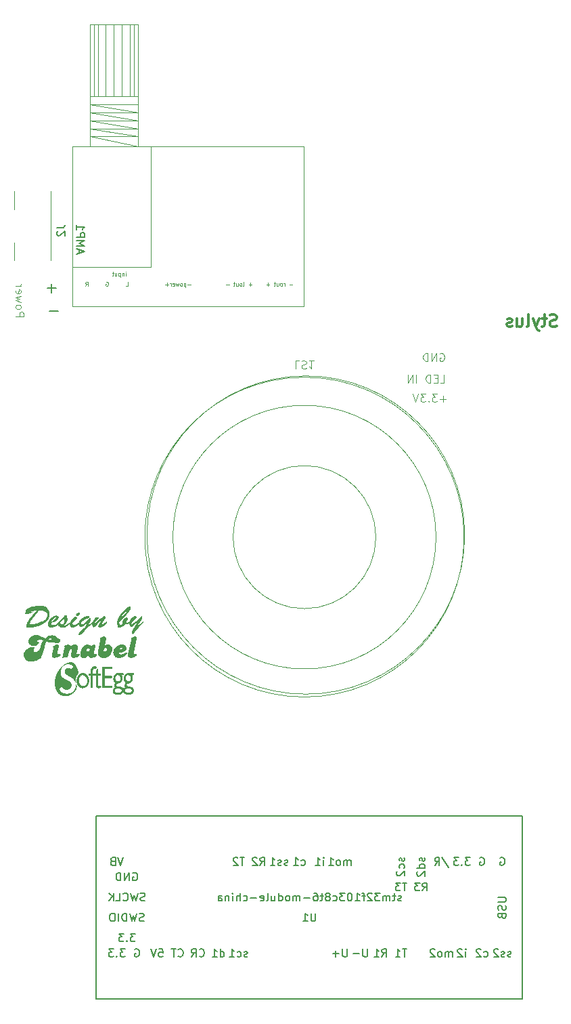
<source format=gbr>
%TF.GenerationSoftware,KiCad,Pcbnew,9.0.4*%
%TF.CreationDate,2025-09-18T23:21:34+02:00*%
%TF.ProjectId,X-DaysSynth,582d4461-7973-4537-996e-74682e6b6963,0.4*%
%TF.SameCoordinates,Original*%
%TF.FileFunction,Legend,Bot*%
%TF.FilePolarity,Positive*%
%FSLAX46Y46*%
G04 Gerber Fmt 4.6, Leading zero omitted, Abs format (unit mm)*
G04 Created by KiCad (PCBNEW 9.0.4) date 2025-09-18 23:21:34*
%MOMM*%
%LPD*%
G01*
G04 APERTURE LIST*
%ADD10C,0.000000*%
%ADD11C,0.150000*%
%ADD12C,0.100000*%
%ADD13C,0.300000*%
%ADD14C,0.125000*%
%ADD15C,0.101600*%
%ADD16C,0.120000*%
G04 APERTURE END LIST*
D10*
G36*
X118845826Y-111659883D02*
G01*
X118869523Y-111660181D01*
X118901223Y-111660478D01*
X118911424Y-111660379D01*
X118915421Y-111660181D01*
X118919419Y-111659883D01*
X118925416Y-111660181D01*
X118931413Y-111662180D01*
X118936410Y-111665178D01*
X118941407Y-111670175D01*
X118946404Y-111676172D01*
X118951402Y-111683176D01*
X118955399Y-111691179D01*
X118959397Y-111700182D01*
X118966401Y-111721384D01*
X118971398Y-111745081D01*
X118975396Y-111770677D01*
X118977395Y-111797075D01*
X118978097Y-111823572D01*
X118977097Y-111849275D01*
X118974099Y-111873376D01*
X118972100Y-111884576D01*
X118969102Y-111894975D01*
X118966104Y-111904977D01*
X118962106Y-111913980D01*
X118958108Y-111921983D01*
X118953111Y-111928987D01*
X118948113Y-111933984D01*
X118942117Y-111937982D01*
X118935113Y-111939981D01*
X118928109Y-111940782D01*
X118792909Y-111940782D01*
X118793710Y-111945779D01*
X118794412Y-111950777D01*
X118795014Y-111955774D01*
X118795312Y-111957773D01*
X118795411Y-111959772D01*
X118795411Y-111961771D01*
X118795312Y-111962770D01*
X118795213Y-111963167D01*
X118795014Y-111963266D01*
X118794816Y-111963266D01*
X118794518Y-111963068D01*
X118794221Y-111962671D01*
X118793923Y-111961969D01*
X118792924Y-111959970D01*
X118810624Y-112046770D01*
X118825524Y-112133371D01*
X118831521Y-112176469D01*
X118836518Y-112219568D01*
X118840516Y-112262468D01*
X118842515Y-112304269D01*
X118619218Y-112304269D01*
X118618218Y-112283373D01*
X118616220Y-112262773D01*
X118613221Y-112242471D01*
X118609223Y-112222574D01*
X118604226Y-112202974D01*
X118597222Y-112183878D01*
X118589219Y-112165178D01*
X118580216Y-112146974D01*
X118571214Y-112129274D01*
X118560815Y-112112276D01*
X118549615Y-112095773D01*
X118537614Y-112079874D01*
X118524812Y-112064775D01*
X118511315Y-112050272D01*
X118497117Y-112036569D01*
X118482217Y-112023668D01*
X118466714Y-112011667D01*
X118450616Y-112000368D01*
X118433915Y-111990068D01*
X118416718Y-111981065D01*
X118399018Y-111973062D01*
X118380921Y-111966058D01*
X118362420Y-111960062D01*
X118343522Y-111955064D01*
X118324220Y-111951067D01*
X118304620Y-111948068D01*
X118284821Y-111946069D01*
X118264825Y-111945467D01*
X118244927Y-111946169D01*
X118225526Y-111948167D01*
X118206628Y-111951166D01*
X118188226Y-111955164D01*
X118170426Y-111961160D01*
X118153230Y-111968164D01*
X118136628Y-111976167D01*
X118120629Y-111985170D01*
X118105226Y-111995172D01*
X118090524Y-112006075D01*
X118076425Y-112017778D01*
X118063027Y-112030382D01*
X118050424Y-112043779D01*
X118038423Y-112057977D01*
X118027223Y-112072878D01*
X118016725Y-112088380D01*
X118006722Y-112104578D01*
X117997720Y-112121378D01*
X117989717Y-112138681D01*
X117982713Y-112156580D01*
X117976716Y-112174783D01*
X117970719Y-112193483D01*
X117965722Y-112212480D01*
X117961724Y-112231783D01*
X117958726Y-112251382D01*
X117956727Y-112271280D01*
X117955827Y-112291277D01*
X117955926Y-112311380D01*
X117956925Y-112331583D01*
X117958924Y-112351884D01*
X117961923Y-112372087D01*
X117965920Y-112392290D01*
X117970918Y-112410791D01*
X117976914Y-112429094D01*
X117983918Y-112447092D01*
X117990922Y-112464792D01*
X117998925Y-112482095D01*
X118007928Y-112499094D01*
X118016931Y-112515695D01*
X118026933Y-112531793D01*
X118037431Y-112547495D01*
X118048532Y-112562593D01*
X118060128Y-112577196D01*
X118072228Y-112591097D01*
X118084931Y-112604494D01*
X118098130Y-112617098D01*
X118111833Y-112629099D01*
X118125932Y-112640298D01*
X118140435Y-112650797D01*
X118155435Y-112660799D01*
X118170838Y-112669801D01*
X118186540Y-112677805D01*
X118202638Y-112684808D01*
X118219041Y-112690805D01*
X118235742Y-112695802D01*
X118252839Y-112699800D01*
X118270036Y-112702798D01*
X118287637Y-112704797D01*
X118305337Y-112705499D01*
X118323335Y-112704996D01*
X118341432Y-112702997D01*
X118359735Y-112699999D01*
X118378137Y-112696001D01*
X118396737Y-112691003D01*
X118409036Y-112686006D01*
X118421037Y-112681009D01*
X118432633Y-112676012D01*
X118443734Y-112670015D01*
X118454537Y-112664018D01*
X118464936Y-112658022D01*
X118474938Y-112651018D01*
X118484941Y-112644014D01*
X118503037Y-112628610D01*
X118519639Y-112611810D01*
X118534837Y-112593912D01*
X118548638Y-112574815D01*
X118561036Y-112554712D01*
X118572137Y-112533609D01*
X118582139Y-112511812D01*
X118590142Y-112489114D01*
X118597146Y-112465913D01*
X118603143Y-112442011D01*
X118608140Y-112417810D01*
X118612138Y-112393114D01*
X118616136Y-112371515D01*
X118619134Y-112349916D01*
X118620133Y-112328615D01*
X118620233Y-112307413D01*
X118843530Y-112307413D01*
X118843629Y-112308313D01*
X118844331Y-112350816D01*
X118843431Y-112393114D01*
X118840432Y-112435213D01*
X118835435Y-112477014D01*
X118828431Y-112518510D01*
X118819428Y-112559709D01*
X118807832Y-112600610D01*
X118793633Y-112641107D01*
X118786630Y-112656809D01*
X118778626Y-112672006D01*
X118770623Y-112686807D01*
X118761621Y-112701204D01*
X118742524Y-112728807D01*
X118721421Y-112754610D01*
X118698625Y-112779009D01*
X118674226Y-112801805D01*
X118648324Y-112823206D01*
X118621224Y-112843202D01*
X118593026Y-112861902D01*
X118563928Y-112879305D01*
X118534028Y-112895601D01*
X118503526Y-112910699D01*
X118472627Y-112924799D01*
X118441430Y-112937898D01*
X118410233Y-112949999D01*
X118378930Y-112961198D01*
X118286828Y-112990701D01*
X118259629Y-112999704D01*
X118232232Y-113010202D01*
X118205430Y-113021906D01*
X118179727Y-113034807D01*
X118167626Y-113041811D01*
X118156030Y-113048814D01*
X118145127Y-113056818D01*
X118134927Y-113064821D01*
X118125924Y-113072824D01*
X118117921Y-113081827D01*
X118110917Y-113090830D01*
X118104920Y-113100832D01*
X118099923Y-113111032D01*
X118095925Y-113121629D01*
X118093926Y-113132829D01*
X118093026Y-113144426D01*
X118093530Y-113156526D01*
X118095529Y-113169130D01*
X118099526Y-113182329D01*
X118105523Y-113196031D01*
X118109521Y-113204034D01*
X118114518Y-113212038D01*
X118120515Y-113221040D01*
X118126512Y-113230043D01*
X118133515Y-113239046D01*
X118140519Y-113248048D01*
X118148522Y-113257051D01*
X118156526Y-113266054D01*
X118164529Y-113274057D01*
X118173532Y-113282060D01*
X118182534Y-113290064D01*
X118191537Y-113297067D01*
X118200540Y-113303064D01*
X118209542Y-113309061D01*
X118217545Y-113314058D01*
X118225549Y-113318056D01*
X118247247Y-113327058D01*
X118269448Y-113335062D01*
X118314950Y-113348459D01*
X118361848Y-113359361D01*
X118409745Y-113368364D01*
X118506944Y-113384164D01*
X118555543Y-113392168D01*
X118603745Y-113401170D01*
X118651048Y-113411668D01*
X118697251Y-113424471D01*
X118741754Y-113440172D01*
X118763352Y-113449175D01*
X118784356Y-113459375D01*
X118804856Y-113470575D01*
X118824754Y-113482973D01*
X118843850Y-113496675D01*
X118862351Y-113511575D01*
X118880052Y-113527979D01*
X118897050Y-113545877D01*
X118913049Y-113565279D01*
X118928246Y-113586382D01*
X118942750Y-113609781D01*
X118955552Y-113633882D01*
X118966454Y-113658685D01*
X118975457Y-113683984D01*
X118983460Y-113709787D01*
X118989457Y-113735986D01*
X118993455Y-113762483D01*
X118996453Y-113789285D01*
X118997453Y-113816286D01*
X118997056Y-113843385D01*
X118996057Y-113862184D01*
X118744058Y-113862184D01*
X118743455Y-113848383D01*
X118741456Y-113834680D01*
X118738458Y-113821283D01*
X118734460Y-113808084D01*
X118729463Y-113795084D01*
X118723466Y-113782282D01*
X118716462Y-113769785D01*
X118708459Y-113757585D01*
X118699456Y-113745683D01*
X118689454Y-113734087D01*
X118667855Y-113711984D01*
X118643159Y-113691286D01*
X118615357Y-113672189D01*
X118584855Y-113654787D01*
X118551759Y-113639383D01*
X118516358Y-113625887D01*
X118478761Y-113614587D01*
X118439263Y-113605585D01*
X118398065Y-113598581D01*
X118355363Y-113594583D01*
X118311364Y-113593584D01*
X118289262Y-113593881D01*
X118267365Y-113594881D01*
X118245866Y-113596880D01*
X118224763Y-113598879D01*
X118203965Y-113601877D01*
X118183564Y-113605875D01*
X118163568Y-113609872D01*
X118143968Y-113614870D01*
X118124970Y-113619867D01*
X118106469Y-113625864D01*
X118088471Y-113632867D01*
X118070970Y-113639871D01*
X118054170Y-113647874D01*
X118037873Y-113655878D01*
X118022271Y-113663881D01*
X118007371Y-113672884D01*
X117993073Y-113681886D01*
X117979577Y-113691888D01*
X117966874Y-113702089D01*
X117954873Y-113712587D01*
X117943673Y-113723489D01*
X117933274Y-113734789D01*
X117924272Y-113746286D01*
X117915269Y-113758188D01*
X117907266Y-113770387D01*
X117900262Y-113782884D01*
X117894265Y-113795686D01*
X117889268Y-113808687D01*
X117885270Y-113821886D01*
X117882272Y-113835382D01*
X117880273Y-113848985D01*
X117879769Y-113862787D01*
X117449769Y-113862787D01*
X117449265Y-113848985D01*
X117447267Y-113835283D01*
X117444268Y-113821886D01*
X117440270Y-113808687D01*
X117435273Y-113795686D01*
X117429276Y-113782884D01*
X117422273Y-113770387D01*
X117414269Y-113758188D01*
X117405267Y-113746286D01*
X117395265Y-113734689D01*
X117373765Y-113712587D01*
X117348962Y-113691888D01*
X117321259Y-113672792D01*
X117290757Y-113655389D01*
X117257661Y-113639986D01*
X117222161Y-113626489D01*
X117184564Y-113615190D01*
X117145066Y-113606187D01*
X117103868Y-113599184D01*
X117061166Y-113595186D01*
X117017266Y-113594186D01*
X116995065Y-113594484D01*
X116973268Y-113595483D01*
X116951768Y-113597482D01*
X116930566Y-113599481D01*
X116909768Y-113602480D01*
X116889367Y-113606477D01*
X116869370Y-113610475D01*
X116849870Y-113615472D01*
X116830873Y-113620470D01*
X116812272Y-113626466D01*
X116794274Y-113633470D01*
X116776872Y-113640474D01*
X116759973Y-113648477D01*
X116743775Y-113656480D01*
X116728173Y-113664484D01*
X116713174Y-113673486D01*
X116698976Y-113682489D01*
X116685479Y-113692491D01*
X116672677Y-113702692D01*
X116660676Y-113713190D01*
X116649575Y-113724092D01*
X116639176Y-113735391D01*
X116629174Y-113746889D01*
X116620172Y-113758791D01*
X116612168Y-113770990D01*
X116605165Y-113783487D01*
X116599168Y-113796289D01*
X116594171Y-113809290D01*
X116590173Y-113822488D01*
X116587174Y-113835985D01*
X116585175Y-113849588D01*
X116584573Y-113863390D01*
X116585175Y-113877290D01*
X116587174Y-113890894D01*
X116590173Y-113904390D01*
X116594171Y-113917589D01*
X116599168Y-113930589D01*
X116605165Y-113943391D01*
X116612168Y-113955888D01*
X116620172Y-113968088D01*
X116629174Y-113979990D01*
X116639176Y-113991586D01*
X116660676Y-114013689D01*
X116685479Y-114034387D01*
X116713181Y-114053484D01*
X116743783Y-114070787D01*
X116776879Y-114086290D01*
X116812280Y-114099786D01*
X116849877Y-114111086D01*
X116889375Y-114120088D01*
X116930573Y-114127092D01*
X116973275Y-114131090D01*
X117017274Y-114132089D01*
X117039376Y-114131693D01*
X117061173Y-114130693D01*
X117082673Y-114128694D01*
X117103875Y-114126695D01*
X117124673Y-114123697D01*
X117145074Y-114119699D01*
X117165071Y-114115701D01*
X117184571Y-114110704D01*
X117203668Y-114105707D01*
X117222169Y-114099710D01*
X117240167Y-114093713D01*
X117257668Y-114086710D01*
X117274468Y-114079706D01*
X117290765Y-114071703D01*
X117306367Y-114063699D01*
X117321267Y-114054697D01*
X117335465Y-114045694D01*
X117348962Y-114035692D01*
X117361764Y-114025491D01*
X117373765Y-114014993D01*
X117384965Y-114004091D01*
X117395265Y-113992792D01*
X117405267Y-113981195D01*
X117414269Y-113969293D01*
X117422273Y-113957094D01*
X117429276Y-113944597D01*
X117435273Y-113931894D01*
X117440270Y-113918893D01*
X117444268Y-113905695D01*
X117447267Y-113892198D01*
X117449265Y-113878595D01*
X117449769Y-113864694D01*
X117879769Y-113864694D01*
X117880273Y-113878595D01*
X117882272Y-113892198D01*
X117885270Y-113905695D01*
X117889268Y-113918893D01*
X117894265Y-113931894D01*
X117900262Y-113944696D01*
X117907266Y-113957193D01*
X117915269Y-113969392D01*
X117924272Y-113981294D01*
X117933274Y-113992891D01*
X117954873Y-114014993D01*
X117979569Y-114035692D01*
X118007371Y-114054788D01*
X118037873Y-114072092D01*
X118070970Y-114087595D01*
X118106469Y-114101091D01*
X118143968Y-114112390D01*
X118183564Y-114121393D01*
X118224763Y-114128397D01*
X118267365Y-114132394D01*
X118311364Y-114133394D01*
X118333467Y-114132997D01*
X118355363Y-114131998D01*
X118376863Y-114129999D01*
X118398065Y-114128000D01*
X118418862Y-114125002D01*
X118439263Y-114121004D01*
X118459161Y-114117006D01*
X118478761Y-114112009D01*
X118497758Y-114107011D01*
X118516358Y-114101015D01*
X118534356Y-114095018D01*
X118551759Y-114088014D01*
X118568658Y-114081010D01*
X118584855Y-114073007D01*
X118600457Y-114065004D01*
X118615357Y-114056001D01*
X118629655Y-114046999D01*
X118643151Y-114036996D01*
X118655854Y-114026796D01*
X118667855Y-114016298D01*
X118679055Y-114005396D01*
X118689454Y-113994096D01*
X118699456Y-113982500D01*
X118708459Y-113970598D01*
X118716462Y-113958398D01*
X118723466Y-113945902D01*
X118729463Y-113933199D01*
X118734460Y-113920198D01*
X118738458Y-113906999D01*
X118741456Y-113893503D01*
X118743455Y-113879900D01*
X118744058Y-113865999D01*
X118996057Y-113865999D01*
X118995553Y-113874002D01*
X118992555Y-113901102D01*
X118987557Y-113928102D01*
X118981561Y-113955003D01*
X118974557Y-113981607D01*
X118965554Y-114007806D01*
X118955552Y-114033708D01*
X118944352Y-114059007D01*
X118932054Y-114083910D01*
X118918557Y-114108011D01*
X118903954Y-114131509D01*
X118888253Y-114154306D01*
X118871552Y-114176103D01*
X118853852Y-114197107D01*
X118835252Y-114217004D01*
X118815652Y-114235902D01*
X118795152Y-114253603D01*
X118773751Y-114270105D01*
X118751550Y-114285303D01*
X118728646Y-114299104D01*
X118704949Y-114311502D01*
X118680551Y-114322405D01*
X118663651Y-114329408D01*
X118646455Y-114335405D01*
X118611154Y-114347108D01*
X118574754Y-114357607D01*
X118537751Y-114366609D01*
X118500451Y-114374612D01*
X118463151Y-114380609D01*
X118426148Y-114385606D01*
X118389947Y-114388605D01*
X118333344Y-114391603D01*
X118277741Y-114392107D01*
X118223245Y-114390108D01*
X118169946Y-114386110D01*
X118117944Y-114379106D01*
X118067147Y-114369104D01*
X118017846Y-114356203D01*
X117993646Y-114348199D01*
X117969842Y-114340196D01*
X117946443Y-114331194D01*
X117923440Y-114320993D01*
X117900842Y-114309991D01*
X117878640Y-114298090D01*
X117856843Y-114285288D01*
X117835443Y-114271486D01*
X117814546Y-114256784D01*
X117794045Y-114241083D01*
X117774049Y-114224481D01*
X117754449Y-114206682D01*
X117735246Y-114187982D01*
X117716645Y-114168184D01*
X117698441Y-114147287D01*
X117680840Y-114125284D01*
X117663644Y-114102182D01*
X117646943Y-114077882D01*
X117639939Y-114090379D01*
X117631936Y-114103777D01*
X117621934Y-114117876D01*
X117611238Y-114132677D01*
X117599839Y-114147676D01*
X117587739Y-114162874D01*
X117575341Y-114177972D01*
X117562737Y-114192873D01*
X117550241Y-114207170D01*
X117537942Y-114220873D01*
X117515038Y-114245172D01*
X117504838Y-114255472D01*
X117495835Y-114264475D01*
X117487832Y-114271478D01*
X117481835Y-114276476D01*
X117444436Y-114301973D01*
X117405435Y-114324770D01*
X117364831Y-114344873D01*
X117322930Y-114362375D01*
X117279931Y-114377275D01*
X117235932Y-114389574D01*
X117191133Y-114399576D01*
X117145730Y-114406580D01*
X117099931Y-114411577D01*
X117054032Y-114414575D01*
X117007936Y-114414774D01*
X116962037Y-114412775D01*
X116916535Y-114408777D01*
X116871537Y-114402780D01*
X116827241Y-114393778D01*
X116783738Y-114383081D01*
X116745042Y-114372179D01*
X116705644Y-114360178D01*
X116685845Y-114353174D01*
X116666047Y-114346170D01*
X116646447Y-114339166D01*
X116627046Y-114331163D01*
X116607842Y-114322160D01*
X116589143Y-114313158D01*
X116570840Y-114303156D01*
X116553040Y-114292658D01*
X116535943Y-114281458D01*
X116519441Y-114269357D01*
X116503839Y-114256456D01*
X116488938Y-114242654D01*
X116466241Y-114219354D01*
X116455239Y-114207452D01*
X116444543Y-114195451D01*
X116434342Y-114183252D01*
X116424340Y-114170755D01*
X116415338Y-114158052D01*
X116406335Y-114145151D01*
X116398332Y-114131952D01*
X116390328Y-114118555D01*
X116383325Y-114104753D01*
X116377328Y-114090753D01*
X116372331Y-114076357D01*
X116367333Y-114061655D01*
X116363336Y-114046556D01*
X116360337Y-114031152D01*
X116357339Y-114008356D01*
X116354341Y-113985559D01*
X116352342Y-113962762D01*
X116350343Y-113940065D01*
X116349442Y-113917368D01*
X116349343Y-113894869D01*
X116349946Y-113872469D01*
X116350343Y-113866472D01*
X116351342Y-113849970D01*
X116353341Y-113827966D01*
X116356339Y-113806169D01*
X116360337Y-113784670D01*
X116366334Y-113763368D01*
X116373338Y-113742471D01*
X116381341Y-113721971D01*
X116390344Y-113701769D01*
X116400842Y-113682069D01*
X116410844Y-113665666D01*
X116421342Y-113649767D01*
X116432343Y-113634470D01*
X116443940Y-113619669D01*
X116455941Y-113605272D01*
X116468438Y-113591371D01*
X116481439Y-113577974D01*
X116494737Y-113564874D01*
X116508538Y-113552171D01*
X116522538Y-113539774D01*
X116536935Y-113527673D01*
X116551637Y-113515970D01*
X116566636Y-113504472D01*
X116581735Y-113493272D01*
X116612733Y-113471376D01*
X116599435Y-113454477D01*
X116585832Y-113434076D01*
X116577828Y-113421075D01*
X116569825Y-113406274D01*
X116561822Y-113389871D01*
X116553819Y-113371668D01*
X116546815Y-113351968D01*
X116540818Y-113330766D01*
X116535821Y-113307970D01*
X116531823Y-113283868D01*
X116529824Y-113258371D01*
X116529321Y-113245172D01*
X116529321Y-113231676D01*
X116529824Y-113215875D01*
X116530725Y-113200578D01*
X116531724Y-113185777D01*
X116533723Y-113171480D01*
X116535722Y-113157579D01*
X116537721Y-113144083D01*
X116540719Y-113130983D01*
X116543717Y-113118379D01*
X116547715Y-113106180D01*
X116551713Y-113094278D01*
X116555711Y-113082780D01*
X116559709Y-113071680D01*
X116564706Y-113060876D01*
X116569703Y-113050478D01*
X116574700Y-113040277D01*
X116580697Y-113030275D01*
X116586694Y-113020273D01*
X116592690Y-113011270D01*
X116598687Y-113002267D01*
X116605691Y-112993265D01*
X116619493Y-112976465D01*
X116634294Y-112960466D01*
X116649796Y-112945268D01*
X116665894Y-112930765D01*
X116682694Y-112916666D01*
X116699998Y-112903062D01*
X116659600Y-112875459D01*
X116622003Y-112845262D01*
X116587205Y-112812662D01*
X116555505Y-112777658D01*
X116526803Y-112740457D01*
X116501206Y-112700861D01*
X116478806Y-112659158D01*
X116459504Y-112615358D01*
X116443604Y-112569559D01*
X116431108Y-112521761D01*
X116422105Y-112472063D01*
X116416108Y-112420564D01*
X116414109Y-112367265D01*
X116415109Y-112315462D01*
X116415208Y-112312463D01*
X116420205Y-112255861D01*
X116429208Y-112197664D01*
X116436212Y-112167261D01*
X116446610Y-112132257D01*
X116460511Y-112093561D01*
X116478112Y-112052263D01*
X116499413Y-112009065D01*
X116524415Y-111964868D01*
X116553315Y-111920671D01*
X116586114Y-111877267D01*
X116603913Y-111856264D01*
X116622811Y-111835664D01*
X116642709Y-111815866D01*
X116663606Y-111796770D01*
X116685609Y-111778467D01*
X116708512Y-111761270D01*
X116732614Y-111745172D01*
X116757615Y-111730272D01*
X116783814Y-111716776D01*
X116810914Y-111704576D01*
X116839211Y-111694078D01*
X116868615Y-111685075D01*
X116899117Y-111678072D01*
X116930619Y-111673074D01*
X116963319Y-111670076D01*
X116997117Y-111669077D01*
X117672418Y-111672075D01*
X117673417Y-111672174D01*
X117674417Y-111672472D01*
X117675416Y-111672868D01*
X117676415Y-111673471D01*
X117677415Y-111674173D01*
X117678414Y-111674974D01*
X117679315Y-111675974D01*
X117680116Y-111676973D01*
X117680818Y-111677972D01*
X117681519Y-111678972D01*
X117682122Y-111679971D01*
X117682626Y-111680971D01*
X117683427Y-111683969D01*
X117684030Y-111687967D01*
X117684426Y-111691965D01*
X117684724Y-111695963D01*
X117684823Y-111699960D01*
X117684922Y-111703958D01*
X117684724Y-111718256D01*
X117685021Y-111731554D01*
X117685822Y-111746553D01*
X117687821Y-111780252D01*
X117688821Y-111798250D01*
X117689523Y-111816652D01*
X117689721Y-111834955D01*
X117689118Y-111852953D01*
X117688119Y-111870256D01*
X117687119Y-111878259D01*
X117685121Y-111886263D01*
X117683122Y-111894266D01*
X117681123Y-111901270D01*
X117678124Y-111908273D01*
X117675126Y-111914270D01*
X117672128Y-111920267D01*
X117668130Y-111925264D01*
X117663133Y-111930261D01*
X117658135Y-111934259D01*
X117652139Y-111938257D01*
X117646142Y-111941255D01*
X117639138Y-111943254D01*
X117631135Y-111944254D01*
X117509835Y-111941255D01*
X117512834Y-111958658D01*
X117517831Y-111979860D01*
X117532731Y-112032861D01*
X117550332Y-112099565D01*
X117558335Y-112137766D01*
X117565339Y-112179163D01*
X117571336Y-112223566D01*
X117574334Y-112270868D01*
X117575135Y-112321069D01*
X117574632Y-112331270D01*
X117323030Y-112331270D01*
X117322427Y-112312669D01*
X117320428Y-112294267D01*
X117318429Y-112275964D01*
X117315431Y-112257867D01*
X117311433Y-112239969D01*
X117306436Y-112222269D01*
X117301438Y-112204866D01*
X117295442Y-112187669D01*
X117288438Y-112170869D01*
X117280435Y-112154367D01*
X117272431Y-112138269D01*
X117263429Y-112122469D01*
X117253427Y-112107172D01*
X117242928Y-112092371D01*
X117231828Y-112077974D01*
X117220025Y-112064073D01*
X117207627Y-112050676D01*
X117194627Y-112037874D01*
X117181024Y-112025674D01*
X117166924Y-112014078D01*
X117152223Y-112003175D01*
X117136926Y-111992876D01*
X117121125Y-111982874D01*
X117104829Y-111973871D01*
X117088029Y-111965868D01*
X117074029Y-111959871D01*
X117060128Y-111954874D01*
X117046227Y-111950876D01*
X117032327Y-111947878D01*
X117018525Y-111945879D01*
X117004724Y-111944879D01*
X116991021Y-111944582D01*
X116977418Y-111944978D01*
X116963922Y-111945978D01*
X116950524Y-111947977D01*
X116937226Y-111950975D01*
X116924027Y-111954973D01*
X116911027Y-111958971D01*
X116898225Y-111963968D01*
X116885522Y-111969965D01*
X116873025Y-111975961D01*
X116860726Y-111982965D01*
X116848626Y-111990968D01*
X116836724Y-111998972D01*
X116825128Y-112007974D01*
X116813729Y-112016977D01*
X116802529Y-112026979D01*
X116791627Y-112037180D01*
X116781030Y-112047876D01*
X116770730Y-112059076D01*
X116760728Y-112070673D01*
X116750726Y-112082773D01*
X116741723Y-112095171D01*
X116724023Y-112121172D01*
X116707826Y-112148470D01*
X116698823Y-112167070D01*
X116690820Y-112185671D01*
X116684823Y-112204271D01*
X116679826Y-112222871D01*
X116675828Y-112241472D01*
X116672830Y-112260072D01*
X116670831Y-112278673D01*
X116669831Y-112297273D01*
X116669534Y-112315874D01*
X116670136Y-112334474D01*
X116672135Y-112353075D01*
X116674134Y-112371675D01*
X116677133Y-112390276D01*
X116681130Y-112408876D01*
X116686128Y-112427477D01*
X116692124Y-112446077D01*
X116702126Y-112467577D01*
X116713128Y-112488580D01*
X116725129Y-112509081D01*
X116738229Y-112528978D01*
X116752229Y-112548280D01*
X116767228Y-112566682D01*
X116783029Y-112584383D01*
X116799729Y-112601083D01*
X116817132Y-112616884D01*
X116835336Y-112631685D01*
X116854135Y-112645288D01*
X116873635Y-112657686D01*
X116893632Y-112668886D01*
X116914231Y-112678888D01*
X116935334Y-112686891D01*
X116956834Y-112693895D01*
X116972833Y-112697893D01*
X116988633Y-112700891D01*
X117004235Y-112702890D01*
X117019532Y-112703691D01*
X117034730Y-112703493D01*
X117049630Y-112702493D01*
X117064332Y-112700494D01*
X117078729Y-112697496D01*
X117092828Y-112693498D01*
X117106629Y-112688501D01*
X117120126Y-112683504D01*
X117133225Y-112677507D01*
X117146127Y-112670503D01*
X117158524Y-112663499D01*
X117170625Y-112655496D01*
X117182328Y-112646494D01*
X117193627Y-112637491D01*
X117204431Y-112627489D01*
X117214829Y-112617387D01*
X117224832Y-112606790D01*
X117233834Y-112595888D01*
X117242837Y-112584688D01*
X117250840Y-112573190D01*
X117258843Y-112561388D01*
X117273347Y-112537187D01*
X117285645Y-112512491D01*
X117290643Y-112499994D01*
X117295640Y-112487497D01*
X117299638Y-112475000D01*
X117303636Y-112462503D01*
X117309632Y-112443903D01*
X117314630Y-112425203D01*
X117318627Y-112406404D01*
X117321626Y-112387605D01*
X117323625Y-112368906D01*
X117324624Y-112350206D01*
X117324822Y-112331506D01*
X117576425Y-112331506D01*
X117574426Y-112374208D01*
X117568429Y-112429704D01*
X117557427Y-112487802D01*
X117541429Y-112548402D01*
X117531426Y-112579500D01*
X117519830Y-112611200D01*
X117509828Y-112634103D01*
X117499024Y-112656107D01*
X117487321Y-112677309D01*
X117474618Y-112697710D01*
X117461122Y-112717409D01*
X117446824Y-112736307D01*
X117415826Y-112772104D01*
X117382028Y-112805200D01*
X117345628Y-112835703D01*
X117306931Y-112863901D01*
X117266328Y-112890001D01*
X117224030Y-112914003D01*
X117180428Y-112936304D01*
X117135827Y-112956903D01*
X117090425Y-112975999D01*
X117044724Y-112993799D01*
X116998727Y-113010500D01*
X116907830Y-113041200D01*
X116896928Y-113045198D01*
X116886628Y-113049196D01*
X116876626Y-113054193D01*
X116867623Y-113059190D01*
X116858621Y-113065187D01*
X116850617Y-113072191D01*
X116842614Y-113079195D01*
X116835610Y-113086198D01*
X116828607Y-113094202D01*
X116822610Y-113102205D01*
X116817613Y-113110208D01*
X116812615Y-113118211D01*
X116808618Y-113127214D01*
X116804620Y-113136217D01*
X116801621Y-113145219D01*
X116799623Y-113154222D01*
X116797624Y-113163225D01*
X116796723Y-113172228D01*
X116796426Y-113181230D01*
X116796823Y-113190233D01*
X116797822Y-113199236D01*
X116799821Y-113208238D01*
X116801820Y-113217241D01*
X116804818Y-113226244D01*
X116808816Y-113235246D01*
X116812814Y-113243250D01*
X116817811Y-113251253D01*
X116823808Y-113259256D01*
X116830811Y-113267259D01*
X116837815Y-113274263D01*
X116845819Y-113281267D01*
X116854821Y-113287264D01*
X116867425Y-113295267D01*
X116880326Y-113302271D01*
X116893525Y-113308267D01*
X116906922Y-113313265D01*
X116920526Y-113317262D01*
X116934426Y-113321260D01*
X116948426Y-113324258D01*
X116962525Y-113327257D01*
X116991128Y-113332254D01*
X117020028Y-113336252D01*
X117048829Y-113340250D01*
X117077432Y-113344247D01*
X117193429Y-113362749D01*
X117252625Y-113373346D01*
X117311624Y-113385950D01*
X117340920Y-113392954D01*
X117369821Y-113400957D01*
X117398423Y-113409959D01*
X117426522Y-113419962D01*
X117454125Y-113430765D01*
X117481126Y-113442567D01*
X117507424Y-113455667D01*
X117532823Y-113469965D01*
X117540826Y-113474962D01*
X117548829Y-113479959D01*
X117555833Y-113485956D01*
X117562837Y-113492960D01*
X117569840Y-113499963D01*
X117576844Y-113506967D01*
X117590547Y-113522470D01*
X117603547Y-113538973D01*
X117615846Y-113556070D01*
X117627244Y-113573267D01*
X117637841Y-113590265D01*
X117647843Y-113606767D01*
X117656846Y-113622270D01*
X117670449Y-113648767D01*
X117682153Y-113673669D01*
X117685151Y-113666666D01*
X117695153Y-113648767D01*
X117702157Y-113636568D01*
X117711160Y-113622568D01*
X117721757Y-113607271D01*
X117734056Y-113590974D01*
X117748155Y-113574075D01*
X117763955Y-113556879D01*
X117781556Y-113539880D01*
X117801057Y-113523279D01*
X117811456Y-113515276D01*
X117822259Y-113507272D01*
X117833657Y-113500269D01*
X117845460Y-113493265D01*
X117857659Y-113486261D01*
X117870461Y-113480264D01*
X117883660Y-113474268D01*
X117897363Y-113469270D01*
X117885766Y-113453172D01*
X117873765Y-113434473D01*
X117866761Y-113422876D01*
X117859757Y-113410074D01*
X117852754Y-113396074D01*
X117845750Y-113381075D01*
X117838746Y-113365175D01*
X117832749Y-113348474D01*
X117827752Y-113331072D01*
X117823754Y-113313173D01*
X117820756Y-113294969D01*
X117819955Y-113285967D01*
X117819451Y-113276964D01*
X117819154Y-113261163D01*
X117819253Y-113245363D01*
X117819650Y-113229562D01*
X117820550Y-113213762D01*
X117821549Y-113198061D01*
X117823548Y-113182359D01*
X117825547Y-113166559D01*
X117828546Y-113150858D01*
X117831544Y-113135255D01*
X117835542Y-113119554D01*
X117840539Y-113103952D01*
X117846536Y-113088350D01*
X117852532Y-113072748D01*
X117859536Y-113057146D01*
X117867539Y-113041544D01*
X117876542Y-113026041D01*
X117897546Y-112990442D01*
X117907548Y-112974146D01*
X117912545Y-112966142D01*
X117917542Y-112958139D01*
X117922540Y-112950136D01*
X117928536Y-112942133D01*
X117934533Y-112934129D01*
X117941537Y-112926126D01*
X117948541Y-112918123D01*
X117956544Y-112910120D01*
X117964547Y-112902116D01*
X117973550Y-112893114D01*
X117933549Y-112856416D01*
X117914552Y-112838319D01*
X117896348Y-112820116D01*
X117878846Y-112801813D01*
X117862245Y-112783311D01*
X117846444Y-112764413D01*
X117831544Y-112745012D01*
X117817544Y-112725015D01*
X117804444Y-112704416D01*
X117792344Y-112682916D01*
X117781243Y-112660616D01*
X117771142Y-112637216D01*
X117762139Y-112612619D01*
X117754136Y-112586816D01*
X117747132Y-112559618D01*
X117737130Y-112515016D01*
X117729127Y-112471719D01*
X117723130Y-112429422D01*
X117721131Y-112408418D01*
X117719132Y-112387521D01*
X117718133Y-112366518D01*
X117717431Y-112345514D01*
X117717332Y-112324312D01*
X117717935Y-112302911D01*
X117722436Y-112289888D01*
X117723138Y-112277788D01*
X117725137Y-112255785D01*
X117728135Y-112233484D01*
X117732133Y-112210687D01*
X117735131Y-112191484D01*
X117739129Y-112172281D01*
X117743127Y-112153284D01*
X117748124Y-112134287D01*
X117753121Y-112115488D01*
X117759118Y-112096788D01*
X117765115Y-112078386D01*
X117772119Y-112060083D01*
X117782121Y-112036180D01*
X117793321Y-112012582D01*
X117805718Y-111989183D01*
X117819116Y-111966180D01*
X117833619Y-111943582D01*
X117849122Y-111921480D01*
X117865525Y-111900079D01*
X117882829Y-111879282D01*
X117900926Y-111859285D01*
X117919923Y-111840082D01*
X117939523Y-111821878D01*
X117959924Y-111804575D01*
X117980927Y-111788377D01*
X118002526Y-111773378D01*
X118024629Y-111759576D01*
X118047227Y-111747179D01*
X118072328Y-111734979D01*
X118097924Y-111723879D01*
X118123925Y-111713876D01*
X118150224Y-111704874D01*
X118177026Y-111696870D01*
X118204026Y-111689867D01*
X118231324Y-111683870D01*
X118258821Y-111678873D01*
X118286523Y-111674875D01*
X118314324Y-111670877D01*
X118342225Y-111667879D01*
X118370225Y-111665880D01*
X118426026Y-111662882D01*
X118481423Y-111661882D01*
X118729325Y-111659883D01*
X118776826Y-111659685D01*
X118815324Y-111659685D01*
X118845826Y-111659883D01*
G37*
G36*
X111129235Y-110314165D02*
G01*
X111163835Y-110317163D01*
X111198434Y-110321161D01*
X111232934Y-110327158D01*
X111264535Y-110335161D01*
X111295335Y-110345163D01*
X111325234Y-110356462D01*
X111354333Y-110369463D01*
X111382630Y-110383966D01*
X111410127Y-110399767D01*
X111436830Y-110416963D01*
X111462731Y-110435365D01*
X111487931Y-110454965D01*
X111512330Y-110475465D01*
X111536134Y-110496965D01*
X111559136Y-110519266D01*
X111581437Y-110542368D01*
X111603135Y-110566064D01*
X111624139Y-110590364D01*
X111644441Y-110615060D01*
X111666642Y-110642961D01*
X111688844Y-110671358D01*
X111710847Y-110700258D01*
X111732446Y-110729662D01*
X111753343Y-110759462D01*
X111773545Y-110789659D01*
X111792642Y-110820161D01*
X111810540Y-110850961D01*
X111843537Y-110912759D01*
X111874040Y-110975656D01*
X111902238Y-111039560D01*
X111928239Y-111104356D01*
X111952340Y-111169954D01*
X111974641Y-111236253D01*
X111995339Y-111303156D01*
X112014436Y-111370454D01*
X112023438Y-111404253D01*
X112032441Y-111438051D01*
X112048844Y-111505952D01*
X112064042Y-111574251D01*
X112078240Y-111642648D01*
X112078744Y-111645647D01*
X112079141Y-111649645D01*
X112079438Y-111653642D01*
X112079637Y-111657640D01*
X112079637Y-111666643D01*
X112079438Y-111675645D01*
X112078736Y-111693849D01*
X112078340Y-111701852D01*
X112078240Y-111708856D01*
X112045037Y-111735857D01*
X112013734Y-111763757D01*
X111984330Y-111792856D01*
X111956529Y-111822855D01*
X111930528Y-111853853D01*
X111906228Y-111885751D01*
X111862428Y-111951952D01*
X111824731Y-112021249D01*
X111792832Y-112093248D01*
X111766229Y-112167551D01*
X111744729Y-112243654D01*
X111727929Y-112321451D01*
X111715325Y-112400354D01*
X111706323Y-112480051D01*
X111701325Y-112560251D01*
X111699326Y-112640451D01*
X111700227Y-112720354D01*
X111703225Y-112799554D01*
X111708222Y-112877657D01*
X111706223Y-112879655D01*
X111704225Y-112881654D01*
X111703225Y-112882654D01*
X111701226Y-112883653D01*
X111700227Y-112884355D01*
X111699227Y-112884752D01*
X111698228Y-112884851D01*
X111697228Y-112884851D01*
X111696229Y-112884554D01*
X111695230Y-112884157D01*
X111694329Y-112883653D01*
X111693429Y-112883051D01*
X111692430Y-112882051D01*
X111691430Y-112881052D01*
X111690431Y-112879053D01*
X111690232Y-112879053D01*
X111690232Y-112879251D01*
X111690331Y-112880251D01*
X111694329Y-112900850D01*
X111689332Y-112886247D01*
X111683335Y-112869249D01*
X111676332Y-112849451D01*
X111669328Y-112826547D01*
X111654229Y-112782648D01*
X111637429Y-112740648D01*
X111618928Y-112700647D01*
X111598725Y-112662347D01*
X111577027Y-112625650D01*
X111553628Y-112590547D01*
X111528726Y-112556848D01*
X111502328Y-112524446D01*
X111474427Y-112493143D01*
X111445024Y-112462946D01*
X111414224Y-112433649D01*
X111382020Y-112405046D01*
X111348519Y-112377245D01*
X111313622Y-112349947D01*
X111277520Y-112323145D01*
X111240022Y-112296648D01*
X111196023Y-112266748D01*
X111151422Y-112237848D01*
X111106423Y-112209749D01*
X111060922Y-112182451D01*
X111014924Y-112155748D01*
X110968621Y-112129846D01*
X110922021Y-112104349D01*
X110875024Y-112079446D01*
X110607224Y-111940248D01*
X110584527Y-111929048D01*
X110563027Y-111917047D01*
X110542626Y-111904344D01*
X110523324Y-111890947D01*
X110505120Y-111876848D01*
X110488023Y-111862047D01*
X110472024Y-111846643D01*
X110457025Y-111830644D01*
X110443124Y-111814043D01*
X110430222Y-111796945D01*
X110418420Y-111779245D01*
X110407517Y-111761041D01*
X110397515Y-111742441D01*
X110388513Y-111723238D01*
X110380509Y-111703737D01*
X110373506Y-111683740D01*
X110362107Y-111642641D01*
X110354104Y-111600244D01*
X110350106Y-111556741D01*
X110349107Y-111512140D01*
X110351106Y-111466943D01*
X110356103Y-111421045D01*
X110364106Y-111374841D01*
X110375207Y-111328539D01*
X110382211Y-111305940D01*
X110390214Y-111284143D01*
X110399217Y-111263246D01*
X110409814Y-111243250D01*
X110421617Y-111224153D01*
X110434419Y-111205850D01*
X110448319Y-111188547D01*
X110463220Y-111172144D01*
X110478921Y-111156641D01*
X110495522Y-111142038D01*
X110513024Y-111128435D01*
X110531121Y-111115831D01*
X110550019Y-111104234D01*
X110569421Y-111093637D01*
X110589524Y-111083635D01*
X110610024Y-111074632D01*
X110631028Y-111066629D01*
X110652429Y-111059625D01*
X110674226Y-111054628D01*
X110696229Y-111050630D01*
X110718431Y-111047632D01*
X110740830Y-111045633D01*
X110763329Y-111044634D01*
X110785928Y-111044634D01*
X110808526Y-111045633D01*
X110831025Y-111047632D01*
X110853326Y-111051630D01*
X110875527Y-111056627D01*
X110897531Y-111062624D01*
X110919229Y-111069627D01*
X110940530Y-111077631D01*
X110961427Y-111086633D01*
X110973428Y-111092630D01*
X110985429Y-111099634D01*
X110997529Y-111106638D01*
X111009530Y-111114641D01*
X111021432Y-111122644D01*
X111033235Y-111130647D01*
X111044831Y-111139650D01*
X111056230Y-111148653D01*
X111067430Y-111158655D01*
X111078332Y-111168657D01*
X111088929Y-111178659D01*
X111099130Y-111188760D01*
X111109132Y-111199060D01*
X111118134Y-111209459D01*
X111127137Y-111219957D01*
X111135140Y-111230554D01*
X111232339Y-111098253D01*
X111314240Y-110984056D01*
X111352044Y-110929857D01*
X111383241Y-110883257D01*
X111384240Y-110881258D01*
X111384637Y-110879259D01*
X111384438Y-110876260D01*
X111383737Y-110873262D01*
X111382737Y-110870264D01*
X111380738Y-110866266D01*
X111378739Y-110862268D01*
X111376740Y-110858270D01*
X111370744Y-110850267D01*
X111363740Y-110841264D01*
X111355737Y-110832262D01*
X111347733Y-110823259D01*
X111338731Y-110814256D01*
X111329728Y-110805254D01*
X111313226Y-110789552D01*
X111292123Y-110770555D01*
X111272225Y-110753358D01*
X111252023Y-110736658D01*
X111231225Y-110720560D01*
X111210122Y-110705057D01*
X111188424Y-110690355D01*
X111166223Y-110676355D01*
X111154923Y-110669351D01*
X111143525Y-110662347D01*
X111132028Y-110656351D01*
X111120324Y-110650354D01*
X111089326Y-110635751D01*
X111057923Y-110622850D01*
X111026223Y-110611452D01*
X110994225Y-110601450D01*
X110961823Y-110593446D01*
X110929223Y-110586443D01*
X110896424Y-110581445D01*
X110863427Y-110577448D01*
X110830224Y-110574449D01*
X110796823Y-110573450D01*
X110763421Y-110573351D01*
X110729920Y-110574350D01*
X110696420Y-110576349D01*
X110662820Y-110580347D01*
X110629220Y-110585344D01*
X110595719Y-110591341D01*
X110577622Y-110595338D01*
X110559625Y-110599336D01*
X110541627Y-110603334D01*
X110523828Y-110608331D01*
X110506127Y-110613329D01*
X110488526Y-110618326D01*
X110471024Y-110624323D01*
X110453721Y-110630319D01*
X110436418Y-110637323D01*
X110419419Y-110644327D01*
X110402421Y-110651331D01*
X110385720Y-110659334D01*
X110369019Y-110667337D01*
X110352616Y-110675340D01*
X110336320Y-110684343D01*
X110320123Y-110693346D01*
X110306321Y-110701349D01*
X110292520Y-110709352D01*
X110278718Y-110718355D01*
X110265115Y-110727358D01*
X110251512Y-110736360D01*
X110238015Y-110746362D01*
X110224717Y-110756364D01*
X110211518Y-110766367D01*
X110198518Y-110776567D01*
X110185716Y-110786966D01*
X110173112Y-110797464D01*
X110160813Y-110808267D01*
X110148614Y-110819269D01*
X110136811Y-110830370D01*
X110125215Y-110841669D01*
X110113915Y-110853067D01*
X110102418Y-110865167D01*
X110091119Y-110877565D01*
X110068917Y-110903268D01*
X110047517Y-110929971D01*
X110027017Y-110957574D01*
X110007417Y-110985872D01*
X109989015Y-111014673D01*
X109980012Y-111029276D01*
X109972009Y-111043977D01*
X109964005Y-111058778D01*
X109956002Y-111073579D01*
X109942605Y-111100580D01*
X109929803Y-111128183D01*
X109917703Y-111156282D01*
X109906304Y-111184785D01*
X109895707Y-111213487D01*
X109885705Y-111242487D01*
X109876702Y-111271585D01*
X109868699Y-111300684D01*
X109857400Y-111348581D01*
X109847398Y-111397478D01*
X109839395Y-111446977D01*
X109833398Y-111497179D01*
X109829400Y-111547678D01*
X109827401Y-111598375D01*
X109827203Y-111649072D01*
X109829202Y-111699670D01*
X109834199Y-111749872D01*
X109841203Y-111799471D01*
X109851403Y-111848474D01*
X109864503Y-111896577D01*
X109880799Y-111943575D01*
X109900300Y-111989374D01*
X109923203Y-112033670D01*
X109949601Y-112076471D01*
X109974999Y-112111673D01*
X110002297Y-112144876D01*
X110031198Y-112176279D01*
X110061601Y-112205782D01*
X110093400Y-112233781D01*
X110126496Y-112260179D01*
X110160699Y-112285280D01*
X110195901Y-112309183D01*
X110231904Y-112331979D01*
X110268601Y-112353876D01*
X110343499Y-112395372D01*
X110419496Y-112434770D01*
X110495599Y-112473268D01*
X110671296Y-112561571D01*
X110714997Y-112584474D01*
X110758195Y-112608171D01*
X110800698Y-112632669D01*
X110842401Y-112658167D01*
X110859704Y-112669366D01*
X110876801Y-112680864D01*
X110893601Y-112692667D01*
X110910302Y-112704767D01*
X110926599Y-112717165D01*
X110942796Y-112729868D01*
X110958596Y-112742967D01*
X110974099Y-112756364D01*
X110989396Y-112770067D01*
X111004296Y-112784166D01*
X111018800Y-112798669D01*
X111032998Y-112813470D01*
X111046800Y-112828668D01*
X111060296Y-112844270D01*
X111073297Y-112860269D01*
X111085900Y-112876566D01*
X111097299Y-112892564D01*
X111108201Y-112909067D01*
X111118302Y-112925867D01*
X111128304Y-112943063D01*
X111137307Y-112960664D01*
X111145310Y-112978464D01*
X111153314Y-112996668D01*
X111160317Y-113015070D01*
X111166314Y-113033769D01*
X111172311Y-113052667D01*
X111177308Y-113071664D01*
X111181306Y-113090967D01*
X111185304Y-113110269D01*
X111188302Y-113129770D01*
X111190301Y-113149370D01*
X111192300Y-113168970D01*
X111193200Y-113189073D01*
X111193299Y-113210077D01*
X111192498Y-113231874D01*
X111190499Y-113254274D01*
X111188500Y-113277071D01*
X111185502Y-113300073D01*
X111181504Y-113323274D01*
X111176507Y-113346376D01*
X111170510Y-113369379D01*
X111163506Y-113391878D01*
X111156503Y-113413980D01*
X111148499Y-113435381D01*
X111139497Y-113455980D01*
X111129495Y-113475481D01*
X111119195Y-113493982D01*
X111108094Y-113511079D01*
X111086694Y-113539682D01*
X111063394Y-113566881D01*
X111038491Y-113592584D01*
X111011888Y-113616686D01*
X110983888Y-113639284D01*
X110954591Y-113660181D01*
X110924088Y-113679384D01*
X110892488Y-113696886D01*
X110859986Y-113712686D01*
X110826585Y-113726587D01*
X110792588Y-113738588D01*
X110757989Y-113748788D01*
X110722985Y-113756792D01*
X110687684Y-113762788D01*
X110652184Y-113766786D01*
X110616586Y-113768785D01*
X110598084Y-113769083D01*
X110578988Y-113768884D01*
X110559388Y-113768182D01*
X110539392Y-113767183D01*
X110519090Y-113765184D01*
X110498590Y-113763185D01*
X110477990Y-113760187D01*
X110457490Y-113757188D01*
X110436990Y-113753191D01*
X110416787Y-113749193D01*
X110396790Y-113744196D01*
X110377290Y-113739198D01*
X110358193Y-113733202D01*
X110339791Y-113726198D01*
X110322091Y-113719194D01*
X110305192Y-113711191D01*
X110290093Y-113703188D01*
X110274796Y-113695184D01*
X110259500Y-113686182D01*
X110244203Y-113677179D01*
X110228906Y-113667177D01*
X110213708Y-113656976D01*
X110198609Y-113646478D01*
X110183709Y-113635576D01*
X110169106Y-113624376D01*
X110154710Y-113612878D01*
X110140710Y-113601076D01*
X110127213Y-113589075D01*
X110114015Y-113576875D01*
X110101411Y-113564478D01*
X110089410Y-113551874D01*
X110078011Y-113539270D01*
X110066712Y-113525972D01*
X110055711Y-113512476D01*
X110034310Y-113484979D01*
X110013711Y-113456979D01*
X109993508Y-113428682D01*
X109953309Y-113371980D01*
X109932710Y-113343980D01*
X109911408Y-113316484D01*
X109825906Y-113411783D01*
X109739808Y-113508684D01*
X109646806Y-113614084D01*
X109653810Y-113640688D01*
X109661813Y-113666788D01*
X109670815Y-113692384D01*
X109681214Y-113717485D01*
X109692613Y-113742181D01*
X109705010Y-113766283D01*
X109732507Y-113813181D01*
X109763307Y-113857881D01*
X109797303Y-113900583D01*
X109834207Y-113941080D01*
X109873605Y-113979280D01*
X109915307Y-114015283D01*
X109959107Y-114048883D01*
X110004609Y-114080080D01*
X110051606Y-114108781D01*
X110099809Y-114134981D01*
X110149011Y-114158579D01*
X110198808Y-114179582D01*
X110248910Y-114197885D01*
X110280313Y-114207887D01*
X110311814Y-114216890D01*
X110343713Y-114224893D01*
X110375710Y-114232896D01*
X110407807Y-114239900D01*
X110440209Y-114245897D01*
X110472711Y-114250894D01*
X110505311Y-114254892D01*
X110537911Y-114257890D01*
X110570710Y-114259889D01*
X110603509Y-114260790D01*
X110636308Y-114260690D01*
X110669206Y-114259691D01*
X110702004Y-114257692D01*
X110734803Y-114254694D01*
X110767503Y-114250696D01*
X110823106Y-114240694D01*
X110877809Y-114228494D01*
X110931405Y-114214098D01*
X110984002Y-114197298D01*
X111035501Y-114178201D01*
X111085801Y-114156702D01*
X111134805Y-114133005D01*
X111182603Y-114106905D01*
X111228906Y-114078607D01*
X111273805Y-114047907D01*
X111317307Y-114015009D01*
X111359109Y-113979707D01*
X111399407Y-113942209D01*
X111438004Y-113902307D01*
X111474801Y-113860208D01*
X111509805Y-113815805D01*
X111529801Y-113788408D01*
X111549203Y-113760309D01*
X111567803Y-113731508D01*
X111585404Y-113702005D01*
X111593408Y-113687105D01*
X111601411Y-113672006D01*
X111609414Y-113656709D01*
X111617417Y-113641306D01*
X111624421Y-113625703D01*
X111631425Y-113610002D01*
X111637422Y-113594202D01*
X111643418Y-113578302D01*
X111656121Y-113540903D01*
X111668221Y-113502405D01*
X111679421Y-113463106D01*
X111689721Y-113423204D01*
X111698724Y-113383005D01*
X111705728Y-113342806D01*
X111711724Y-113303003D01*
X111713723Y-113283205D01*
X111715722Y-113263704D01*
X111717721Y-113241403D01*
X111718720Y-113218401D01*
X111719323Y-113195001D01*
X111719522Y-113171404D01*
X111719224Y-113147806D01*
X111718423Y-113124605D01*
X111717423Y-113101907D01*
X111715425Y-113080110D01*
X111711427Y-113045107D01*
X111707429Y-113014406D01*
X111704431Y-112987802D01*
X111701432Y-112965006D01*
X111696435Y-112929605D01*
X111692437Y-112906007D01*
X111698434Y-112920404D01*
X111703431Y-112931505D01*
X111707429Y-112939508D01*
X111710427Y-112944505D01*
X111711427Y-112946504D01*
X111712426Y-112947504D01*
X111713326Y-112948007D01*
X111714227Y-112948106D01*
X111714829Y-112947603D01*
X111715432Y-112946802D01*
X111715829Y-112945802D01*
X111716126Y-112943803D01*
X111716325Y-112939806D01*
X111716226Y-112934808D01*
X111715829Y-112928812D01*
X111715226Y-112921808D01*
X111713227Y-112907709D01*
X111711228Y-112894807D01*
X111720231Y-112932207D01*
X111731233Y-112970209D01*
X111743432Y-113008508D01*
X111756532Y-113046610D01*
X111770234Y-113084108D01*
X111784234Y-113120508D01*
X111812135Y-113188707D01*
X111837838Y-113247606D01*
X111859040Y-113293909D01*
X111878839Y-113335008D01*
X111863740Y-113408708D01*
X111844239Y-113481111D01*
X111820436Y-113552309D01*
X111792634Y-113622110D01*
X111761033Y-113690408D01*
X111725633Y-113757005D01*
X111686936Y-113821802D01*
X111644837Y-113884699D01*
X111599839Y-113945497D01*
X111551843Y-114004198D01*
X111501344Y-114060594D01*
X111448243Y-114114595D01*
X111392945Y-114165994D01*
X111335649Y-114214693D01*
X111276345Y-114260591D01*
X111215547Y-114303590D01*
X111178948Y-114327692D01*
X111141252Y-114351495D01*
X111102555Y-114374597D01*
X111063157Y-114396799D01*
X111023057Y-114417802D01*
X110982560Y-114437402D01*
X110962159Y-114446405D01*
X110941758Y-114455408D01*
X110921357Y-114463411D01*
X110900857Y-114471414D01*
X110849557Y-114488718D01*
X110796754Y-114504121D01*
X110742654Y-114517725D01*
X110687455Y-114529428D01*
X110631257Y-114539430D01*
X110574456Y-114547434D01*
X110517259Y-114552431D01*
X110459657Y-114556429D01*
X110402154Y-114557428D01*
X110344750Y-114556528D01*
X110287652Y-114553529D01*
X110231256Y-114547533D01*
X110175652Y-114539529D01*
X110120950Y-114529131D01*
X110067552Y-114516229D01*
X110015649Y-114500826D01*
X109963052Y-114482225D01*
X109911851Y-114461023D01*
X109861955Y-114437326D01*
X109813355Y-114411325D01*
X109766259Y-114383127D01*
X109720658Y-114352625D01*
X109676560Y-114320024D01*
X109633958Y-114285425D01*
X109593057Y-114248926D01*
X109553758Y-114210527D01*
X109516160Y-114170427D01*
X109480363Y-114128626D01*
X109446259Y-114085222D01*
X109414056Y-114040323D01*
X109383759Y-113994020D01*
X109355363Y-113946321D01*
X109314164Y-113870020D01*
X109276360Y-113792223D01*
X109241860Y-113712923D01*
X109210763Y-113632425D01*
X109182961Y-113550623D01*
X109158463Y-113467821D01*
X109137361Y-113384119D01*
X109119561Y-113299616D01*
X109105058Y-113214418D01*
X109093957Y-113128717D01*
X109085954Y-113042619D01*
X109080956Y-112956216D01*
X109079957Y-112869615D01*
X109081956Y-112783113D01*
X109086953Y-112696611D01*
X109095956Y-112610414D01*
X109101953Y-112560716D01*
X109108956Y-112510919D01*
X109116960Y-112461023D01*
X109125962Y-112411226D01*
X109136361Y-112361726D01*
X109147660Y-112312425D01*
X109160058Y-112263628D01*
X109173356Y-112215227D01*
X109186059Y-112172228D01*
X109199357Y-112129228D01*
X109213258Y-112086328D01*
X109227761Y-112043626D01*
X109242959Y-112001024D01*
X109258660Y-111958826D01*
X109275064Y-111916925D01*
X109292062Y-111875322D01*
X109308763Y-111836122D01*
X109326165Y-111797121D01*
X109344064Y-111758318D01*
X109362565Y-111719720D01*
X109381463Y-111681421D01*
X109400964Y-111643419D01*
X109420861Y-111605615D01*
X109441262Y-111568117D01*
X109464364Y-111526819D01*
X109487962Y-111485819D01*
X109512162Y-111445322D01*
X109536965Y-111405023D01*
X109562364Y-111365121D01*
X109588265Y-111325624D01*
X109614762Y-111286523D01*
X109641862Y-111247720D01*
X109671159Y-111207117D01*
X109701257Y-111167017D01*
X109732057Y-111127313D01*
X109763558Y-111088213D01*
X109795556Y-111049616D01*
X109828256Y-111011514D01*
X109861558Y-110974016D01*
X109895356Y-110937013D01*
X109931054Y-110899210D01*
X109967851Y-110862009D01*
X110005448Y-110825510D01*
X110044045Y-110789713D01*
X110083444Y-110754915D01*
X110123544Y-110721117D01*
X110164445Y-110688516D01*
X110205941Y-110657114D01*
X110233438Y-110637315D01*
X110261239Y-110618112D01*
X110318040Y-110581415D01*
X110376138Y-110546915D01*
X110435540Y-110514612D01*
X110496140Y-110484415D01*
X110557740Y-110456514D01*
X110620240Y-110430711D01*
X110683541Y-110407114D01*
X110749139Y-110384813D01*
X110816041Y-110364313D01*
X110849938Y-110355310D01*
X110884141Y-110347307D01*
X110918443Y-110339304D01*
X110952943Y-110333307D01*
X110987542Y-110328310D01*
X111022340Y-110324312D01*
X111057038Y-110322313D01*
X111094438Y-110313463D01*
X111129235Y-110314165D01*
G37*
G36*
X114127709Y-110825212D02*
G01*
X114142411Y-110826112D01*
X114157113Y-110828111D01*
X114171815Y-110830110D01*
X114191216Y-110834108D01*
X114209214Y-110838106D01*
X114225617Y-110843103D01*
X114233621Y-110846101D01*
X114240624Y-110849100D01*
X114247628Y-110852098D01*
X114254632Y-110856096D01*
X114260629Y-110860094D01*
X114266625Y-110864092D01*
X114271623Y-110869089D01*
X114276620Y-110874086D01*
X114281617Y-110880083D01*
X114285615Y-110886079D01*
X114289613Y-110893083D01*
X114292611Y-110900087D01*
X114295609Y-110908090D01*
X114297608Y-110917093D01*
X114299607Y-110927095D01*
X114301606Y-110937296D01*
X114302606Y-110948198D01*
X114303407Y-110960001D01*
X114303803Y-110972704D01*
X114303704Y-110986200D01*
X114303201Y-111000703D01*
X114302300Y-111016107D01*
X114301301Y-111032510D01*
X114299302Y-111050012D01*
X114294305Y-111088113D01*
X114293603Y-111092111D01*
X114292603Y-111096109D01*
X114291604Y-111100107D01*
X114290605Y-111104105D01*
X114288606Y-111107103D01*
X114286607Y-111110101D01*
X114284608Y-111113100D01*
X114281610Y-111116098D01*
X114278611Y-111119096D01*
X114274613Y-111122095D01*
X114270616Y-111124094D01*
X114266618Y-111126093D01*
X114261621Y-111128091D01*
X114256623Y-111130090D01*
X114250627Y-111132089D01*
X114244630Y-111134088D01*
X114237626Y-111136087D01*
X114229623Y-111137087D01*
X114221620Y-111138086D01*
X114212617Y-111139085D01*
X114203614Y-111139887D01*
X114193612Y-111140489D01*
X114183015Y-111140993D01*
X114171815Y-111141290D01*
X114159814Y-111141489D01*
X114147111Y-111141390D01*
X114133615Y-111141191D01*
X114119416Y-111140894D01*
X114104417Y-111140291D01*
X114088616Y-111139589D01*
X114071916Y-111138689D01*
X114054414Y-111137689D01*
X114035813Y-111137590D01*
X114018411Y-111139589D01*
X114002007Y-111143587D01*
X113986711Y-111150591D01*
X113972413Y-111158594D01*
X113959115Y-111168794D01*
X113946717Y-111180795D01*
X113935319Y-111194399D01*
X113924722Y-111209497D01*
X113914720Y-111225999D01*
X113905717Y-111243700D01*
X113897714Y-111262598D01*
X113890710Y-111282594D01*
X113883706Y-111303491D01*
X113877709Y-111325288D01*
X113872712Y-111347688D01*
X113863709Y-111394289D01*
X113856706Y-111442491D01*
X113851708Y-111491190D01*
X113848710Y-111539690D01*
X113846711Y-111587091D01*
X113845712Y-111632288D01*
X113845414Y-111712991D01*
X114229211Y-111712991D01*
X114226212Y-111642290D01*
X114225213Y-111606889D01*
X114224709Y-111571390D01*
X114225106Y-111535989D01*
X114227105Y-111500688D01*
X114228105Y-111482988D01*
X114230103Y-111465387D01*
X114232102Y-111447885D01*
X114235101Y-111430383D01*
X114239099Y-111411585D01*
X114244096Y-111393587D01*
X114250092Y-111376390D01*
X114256089Y-111359888D01*
X114263093Y-111343988D01*
X114271096Y-111328691D01*
X114279099Y-111313791D01*
X114288102Y-111299287D01*
X114298104Y-111285089D01*
X114308305Y-111271188D01*
X114319001Y-111257387D01*
X114330102Y-111243784D01*
X114353402Y-111216386D01*
X114377801Y-111188387D01*
X114380799Y-111185388D01*
X114383798Y-111182390D01*
X114387795Y-111179392D01*
X114391793Y-111177393D01*
X114395791Y-111175394D01*
X114399789Y-111173395D01*
X114403787Y-111171396D01*
X114407784Y-111169397D01*
X114411782Y-111168398D01*
X114415780Y-111167398D01*
X114419778Y-111166498D01*
X114423776Y-111165895D01*
X114427773Y-111165392D01*
X114431771Y-111165193D01*
X114435769Y-111165193D01*
X114439767Y-111165491D01*
X114443765Y-111165994D01*
X114447762Y-111166795D01*
X114451760Y-111167795D01*
X114455758Y-111168794D01*
X114459756Y-111170793D01*
X114463754Y-111172792D01*
X114467751Y-111174791D01*
X114471749Y-111176790D01*
X114474748Y-111179788D01*
X114477746Y-111182787D01*
X114480744Y-111185785D01*
X114483743Y-111188783D01*
X114485742Y-111192781D01*
X114487741Y-111196779D01*
X114489739Y-111200777D01*
X114491738Y-111205774D01*
X114497735Y-111275278D01*
X114501733Y-111355775D01*
X114507730Y-111524576D01*
X114510728Y-111719278D01*
X114794427Y-111719278D01*
X114799424Y-111719675D01*
X114804421Y-111720377D01*
X114809419Y-111721376D01*
X114814416Y-111722376D01*
X114819413Y-111724374D01*
X114823411Y-111726373D01*
X114827409Y-111728372D01*
X114831407Y-111730371D01*
X114835404Y-111732370D01*
X114838403Y-111735368D01*
X114841401Y-111738367D01*
X114844399Y-111741365D01*
X114847398Y-111744363D01*
X114850396Y-111748361D01*
X114852395Y-111752359D01*
X114854394Y-111756357D01*
X114856393Y-111760355D01*
X114858392Y-111764352D01*
X114860391Y-111769350D01*
X114862390Y-111774347D01*
X114863389Y-111779344D01*
X114864388Y-111784341D01*
X114865388Y-111789339D01*
X114866387Y-111794336D01*
X114867387Y-111805338D01*
X114868386Y-111816835D01*
X114868989Y-111828638D01*
X114869187Y-111840936D01*
X114870187Y-111868234D01*
X114869988Y-111878534D01*
X114869187Y-111889536D01*
X114868188Y-111901033D01*
X114865190Y-111912630D01*
X114863191Y-111918626D01*
X114861192Y-111924623D01*
X114859193Y-111930620D01*
X114856194Y-111935617D01*
X114853196Y-111940614D01*
X114850198Y-111945612D01*
X114846200Y-111950609D01*
X114842202Y-111955606D01*
X114837205Y-111959604D01*
X114832208Y-111963602D01*
X114826211Y-111966600D01*
X114820214Y-111969598D01*
X114813210Y-111971597D01*
X114805207Y-111973596D01*
X114797204Y-111974596D01*
X114788201Y-111975397D01*
X114512498Y-111975397D01*
X114507501Y-113172899D01*
X114508103Y-113187898D01*
X114510102Y-113201799D01*
X114513101Y-113214502D01*
X114517098Y-113226205D01*
X114522096Y-113236704D01*
X114528092Y-113246706D01*
X114535096Y-113254709D01*
X114543099Y-113262712D01*
X114552102Y-113269716D01*
X114561105Y-113275713D01*
X114571206Y-113280710D01*
X114581803Y-113284708D01*
X114593102Y-113287706D01*
X114604806Y-113289705D01*
X114617105Y-113291704D01*
X114629708Y-113292505D01*
X114642610Y-113292505D01*
X114655808Y-113291803D01*
X114669305Y-113290804D01*
X114682908Y-113288805D01*
X114696610Y-113285806D01*
X114710412Y-113282808D01*
X114724214Y-113278810D01*
X114737916Y-113274812D01*
X114751412Y-113269815D01*
X114764810Y-113264818D01*
X114778008Y-113258821D01*
X114790910Y-113252824D01*
X114803407Y-113245821D01*
X114815507Y-113238817D01*
X114827210Y-113231813D01*
X114838311Y-113223810D01*
X114841310Y-113221811D01*
X114844308Y-113219812D01*
X114847306Y-113217813D01*
X114850305Y-113215814D01*
X114853303Y-113214815D01*
X114855302Y-113213815D01*
X114857301Y-113212915D01*
X114859300Y-113212213D01*
X114861299Y-113211816D01*
X114863297Y-113211519D01*
X114865296Y-113211420D01*
X114867295Y-113211519D01*
X114869294Y-113211816D01*
X114871293Y-113212213D01*
X114873292Y-113212816D01*
X114874291Y-113213617D01*
X114875291Y-113214517D01*
X114876290Y-113215517D01*
X114877290Y-113216516D01*
X114878289Y-113217516D01*
X114879289Y-113218515D01*
X114880288Y-113219514D01*
X114881288Y-113221513D01*
X114882188Y-113223512D01*
X114884187Y-113227510D01*
X114885186Y-113231508D01*
X114886186Y-113235506D01*
X114887185Y-113239504D01*
X114890183Y-113264902D01*
X114893182Y-113291605D01*
X114895181Y-113319002D01*
X114896180Y-113346903D01*
X114896478Y-113360803D01*
X114896379Y-113374704D01*
X114895875Y-113388605D01*
X114895074Y-113402208D01*
X114894074Y-113415704D01*
X114892076Y-113429002D01*
X114890077Y-113441904D01*
X114887078Y-113454507D01*
X114884080Y-113460504D01*
X114880082Y-113466501D01*
X114876084Y-113472498D01*
X114872087Y-113478494D01*
X114867089Y-113483492D01*
X114862092Y-113488489D01*
X114857095Y-113493486D01*
X114852097Y-113498483D01*
X114846101Y-113503481D01*
X114840104Y-113507478D01*
X114834107Y-113511476D01*
X114828111Y-113515474D01*
X114815309Y-113522478D01*
X114801911Y-113529482D01*
X114788209Y-113535478D01*
X114774110Y-113540475D01*
X114759912Y-113545473D01*
X114745614Y-113549471D01*
X114731416Y-113553468D01*
X114717416Y-113556467D01*
X114703614Y-113559465D01*
X114690316Y-113561464D01*
X114659616Y-113566461D01*
X114628518Y-113570459D01*
X114612916Y-113571458D01*
X114597314Y-113572458D01*
X114581712Y-113573160D01*
X114566110Y-113573457D01*
X114550508Y-113573160D01*
X114535005Y-113572160D01*
X114519601Y-113570161D01*
X114504304Y-113568163D01*
X114489106Y-113565164D01*
X114474008Y-113561166D01*
X114459107Y-113556169D01*
X114444406Y-113550172D01*
X114436402Y-113546175D01*
X114428399Y-113542177D01*
X114420396Y-113538179D01*
X114412393Y-113534181D01*
X114404389Y-113530183D01*
X114396386Y-113525186D01*
X114388383Y-113520189D01*
X114380380Y-113515192D01*
X114372376Y-113510194D01*
X114365373Y-113505197D01*
X114358369Y-113499200D01*
X114351365Y-113493204D01*
X114344361Y-113487207D01*
X114337358Y-113481210D01*
X114330354Y-113475214D01*
X114324357Y-113469217D01*
X114313958Y-113457513D01*
X114303857Y-113443811D01*
X114293855Y-113428407D01*
X114284852Y-113411508D01*
X114275849Y-113393304D01*
X114267846Y-113374208D01*
X114259843Y-113354311D01*
X114252839Y-113334009D01*
X114246842Y-113313409D01*
X114240846Y-113292909D01*
X114235848Y-113272707D01*
X114231851Y-113253008D01*
X114228852Y-113234209D01*
X114226853Y-113216310D01*
X114224854Y-113199808D01*
X114224351Y-113184908D01*
X114221353Y-111976709D01*
X113842950Y-111981706D01*
X113847947Y-113476404D01*
X113847650Y-113485407D01*
X113846749Y-113493410D01*
X113845750Y-113500414D01*
X113843751Y-113507417D01*
X113840753Y-113513414D01*
X113837754Y-113518411D01*
X113834756Y-113523409D01*
X113830758Y-113528406D01*
X113826760Y-113532404D01*
X113821763Y-113536401D01*
X113816766Y-113539400D01*
X113811769Y-113542398D01*
X113806771Y-113544397D01*
X113800775Y-113546396D01*
X113794778Y-113548395D01*
X113788781Y-113549394D01*
X113782784Y-113550394D01*
X113776788Y-113551393D01*
X113764985Y-113552393D01*
X113753488Y-113552896D01*
X113742486Y-113552896D01*
X113709489Y-113551897D01*
X113671891Y-113552896D01*
X113660188Y-113552599D01*
X113647988Y-113551798D01*
X113635789Y-113549799D01*
X113623689Y-113546800D01*
X113617692Y-113544801D01*
X113611695Y-113542802D01*
X113606698Y-113540804D01*
X113601701Y-113537805D01*
X113596704Y-113534807D01*
X113591706Y-113530809D01*
X113586709Y-113526811D01*
X113582711Y-113521814D01*
X113578713Y-113516817D01*
X113575715Y-113511819D01*
X113572717Y-113505823D01*
X113570718Y-113498819D01*
X113568719Y-113491815D01*
X113567719Y-113483812D01*
X113567018Y-113475809D01*
X113566918Y-113466806D01*
X113563920Y-111977502D01*
X113509522Y-111976503D01*
X113460122Y-111975603D01*
X113412522Y-111975206D01*
X113400720Y-111974908D01*
X113389817Y-111972910D01*
X113379617Y-111969911D01*
X113370614Y-111965913D01*
X113361611Y-111960916D01*
X113353608Y-111953912D01*
X113346604Y-111945909D01*
X113340608Y-111937906D01*
X113335610Y-111928903D01*
X113330613Y-111918901D01*
X113326615Y-111908304D01*
X113323617Y-111897302D01*
X113321618Y-111885805D01*
X113319619Y-111874002D01*
X113318719Y-111862001D01*
X113318620Y-111849901D01*
X113319222Y-111837701D01*
X113320222Y-111825601D01*
X113322221Y-111813699D01*
X113325219Y-111801996D01*
X113329217Y-111790598D01*
X113333215Y-111779695D01*
X113338212Y-111769395D01*
X113344209Y-111759393D01*
X113351212Y-111750391D01*
X113358216Y-111742387D01*
X113366220Y-111735384D01*
X113375222Y-111729387D01*
X113385224Y-111724390D01*
X113395623Y-111720392D01*
X113406625Y-111717394D01*
X113418427Y-111716394D01*
X113563027Y-111715395D01*
X113565026Y-111700494D01*
X113566026Y-111685396D01*
X113567025Y-111670198D01*
X113567628Y-111654794D01*
X113567925Y-111623796D01*
X113567422Y-111592600D01*
X113566422Y-111530100D01*
X113566422Y-111499200D01*
X113566819Y-111483904D01*
X113567521Y-111468805D01*
X113569520Y-111445108D01*
X113571519Y-111421510D01*
X113574517Y-111398012D01*
X113577516Y-111374513D01*
X113581513Y-111351213D01*
X113585511Y-111327913D01*
X113590508Y-111304712D01*
X113596505Y-111281709D01*
X113608506Y-111238611D01*
X113615510Y-111217012D01*
X113622514Y-111195413D01*
X113630517Y-111173914D01*
X113638520Y-111152513D01*
X113647523Y-111131410D01*
X113657525Y-111110613D01*
X113667924Y-111090112D01*
X113678925Y-111070116D01*
X113690728Y-111050615D01*
X113703225Y-111031717D01*
X113716622Y-111013414D01*
X113730721Y-110995912D01*
X113745820Y-110979112D01*
X113761720Y-110963213D01*
X113770722Y-110955209D01*
X113779725Y-110947206D01*
X113789727Y-110939203D01*
X113799829Y-110931200D01*
X113810327Y-110923196D01*
X113821023Y-110916193D01*
X113831925Y-110909189D01*
X113843125Y-110902185D01*
X113854424Y-110895181D01*
X113865922Y-110889185D01*
X113877419Y-110883188D01*
X113889123Y-110877191D01*
X113900826Y-110872194D01*
X113912530Y-110867197D01*
X113924233Y-110862199D01*
X113935937Y-110858202D01*
X113963937Y-110849199D01*
X113978135Y-110845201D01*
X113992433Y-110841203D01*
X114006829Y-110837206D01*
X114021432Y-110834207D01*
X114036035Y-110831209D01*
X114050736Y-110829210D01*
X114065438Y-110827211D01*
X114080239Y-110826212D01*
X114095040Y-110825311D01*
X114112908Y-110824915D01*
X114127709Y-110825212D01*
G37*
G36*
X115085145Y-110877679D02*
G01*
X116209641Y-110877679D01*
X116220040Y-110878282D01*
X116230042Y-110879282D01*
X116239045Y-110881281D01*
X116247048Y-110884279D01*
X116254052Y-110887277D01*
X116261056Y-110891275D01*
X116267053Y-110895273D01*
X116272050Y-110900270D01*
X116277047Y-110905267D01*
X116281045Y-110911264D01*
X116285043Y-110917261D01*
X116288041Y-110924265D01*
X116291039Y-110931268D01*
X116293038Y-110938272D01*
X116295037Y-110945276D01*
X116297036Y-110953279D01*
X116298036Y-110961282D01*
X116298936Y-110969286D01*
X116299836Y-110985384D01*
X116300035Y-111001482D01*
X116299638Y-111017282D01*
X116298638Y-111046785D01*
X116298242Y-111059785D01*
X116298341Y-111071283D01*
X116297837Y-111077280D01*
X116297036Y-111083276D01*
X116296235Y-111088274D01*
X116295236Y-111093271D01*
X116294236Y-111098268D01*
X116293237Y-111103265D01*
X116292237Y-111107263D01*
X116291238Y-111111261D01*
X116289239Y-111115259D01*
X116287240Y-111119257D01*
X116285241Y-111122255D01*
X116283242Y-111125253D01*
X116281243Y-111128252D01*
X116279244Y-111131250D01*
X116277246Y-111134248D01*
X116275247Y-111136247D01*
X116272248Y-111138246D01*
X116269250Y-111140245D01*
X116266252Y-111142244D01*
X116263253Y-111144243D01*
X116260255Y-111145242D01*
X116257256Y-111147241D01*
X116250253Y-111149240D01*
X116243249Y-111151239D01*
X116236245Y-111153238D01*
X116228242Y-111154237D01*
X116220239Y-111155237D01*
X115401238Y-111155237D01*
X115392236Y-111155939D01*
X115383233Y-111156740D01*
X115375230Y-111157739D01*
X115368226Y-111158739D01*
X115361222Y-111160738D01*
X115355226Y-111162737D01*
X115350228Y-111164735D01*
X115345231Y-111166734D01*
X115343232Y-111167734D01*
X115341233Y-111168733D01*
X115339234Y-111170732D01*
X115337235Y-111172731D01*
X115335237Y-111174730D01*
X115333238Y-111176729D01*
X115332238Y-111178728D01*
X115331239Y-111180727D01*
X115330239Y-111182726D01*
X115329240Y-111184724D01*
X115327241Y-111189722D01*
X115326241Y-111194719D01*
X115325242Y-111200716D01*
X115322244Y-111998018D01*
X115322442Y-112002016D01*
X115322839Y-112006014D01*
X115323342Y-112010011D01*
X115324143Y-112013010D01*
X115324944Y-112016008D01*
X115325944Y-112019006D01*
X115326943Y-112022005D01*
X115327645Y-112023004D01*
X115328347Y-112024004D01*
X115329148Y-112025003D01*
X115329949Y-112026003D01*
X115330750Y-112026903D01*
X115331651Y-112027803D01*
X115332551Y-112028604D01*
X115333550Y-112029306D01*
X115334550Y-112030008D01*
X115335549Y-112030611D01*
X115336549Y-112031114D01*
X115337548Y-112031618D01*
X115338548Y-112032015D01*
X115339547Y-112032411D01*
X115341546Y-112032915D01*
X115344544Y-112033311D01*
X116161744Y-112032510D01*
X116174043Y-112033311D01*
X116185540Y-112035310D01*
X116196343Y-112039308D01*
X116206346Y-112044305D01*
X116215348Y-112051309D01*
X116223351Y-112059312D01*
X116231355Y-112068315D01*
X116238358Y-112078416D01*
X116244355Y-112089418D01*
X116249352Y-112101122D01*
X116254350Y-112113519D01*
X116258347Y-112126421D01*
X116261346Y-112139818D01*
X116263345Y-112153520D01*
X116265344Y-112167520D01*
X116266244Y-112181520D01*
X116266343Y-112195619D01*
X116265740Y-112209520D01*
X116264741Y-112223222D01*
X116262742Y-112236620D01*
X116259744Y-112249620D01*
X116255746Y-112261919D01*
X116251748Y-112273721D01*
X116246751Y-112284723D01*
X116240754Y-112294725D01*
X116233750Y-112303728D01*
X116226747Y-112311731D01*
X116218743Y-112318735D01*
X116209741Y-112323732D01*
X116199738Y-112327730D01*
X116189240Y-112329729D01*
X116177941Y-112330530D01*
X115385941Y-112330530D01*
X115379945Y-112330629D01*
X115373948Y-112330927D01*
X115367951Y-112331323D01*
X115362954Y-112332124D01*
X115357957Y-112333124D01*
X115355958Y-112333826D01*
X115353959Y-112334528D01*
X115351960Y-112335428D01*
X115349961Y-112336427D01*
X115347962Y-112337427D01*
X115345963Y-112338426D01*
X115343965Y-112339426D01*
X115341966Y-112340425D01*
X115339967Y-112342424D01*
X115338967Y-112344423D01*
X115337968Y-112346422D01*
X115336968Y-112348421D01*
X115335969Y-112350420D01*
X115334970Y-112352419D01*
X115333970Y-112355417D01*
X115333169Y-112358415D01*
X115332368Y-112361414D01*
X115331666Y-112364412D01*
X115331063Y-112367410D01*
X115330560Y-112371408D01*
X115330163Y-112375406D01*
X115329865Y-112379404D01*
X115329865Y-113201105D01*
X115329965Y-113208109D01*
X115330064Y-113215112D01*
X115330361Y-113221109D01*
X115330865Y-113226106D01*
X115331567Y-113231104D01*
X115332566Y-113235101D01*
X115333169Y-113237100D01*
X115333871Y-113239099D01*
X115334672Y-113241098D01*
X115335572Y-113243097D01*
X115336572Y-113245096D01*
X115337571Y-113246095D01*
X115338571Y-113247095D01*
X115339570Y-113248094D01*
X115340569Y-113249094D01*
X115342568Y-113250093D01*
X115344567Y-113250894D01*
X115346566Y-113251695D01*
X115348565Y-113252298D01*
X115350564Y-113252901D01*
X115352563Y-113253297D01*
X115355561Y-113253694D01*
X115360558Y-113254091D01*
X115366555Y-113254190D01*
X116226655Y-113252191D01*
X116240052Y-113253191D01*
X116252252Y-113256189D01*
X116263352Y-113260187D01*
X116273454Y-113266184D01*
X116282456Y-113273187D01*
X116290460Y-113281191D01*
X116297463Y-113291193D01*
X116303460Y-113301790D01*
X116308457Y-113313188D01*
X116312455Y-113325288D01*
X116315454Y-113338091D01*
X116317452Y-113351389D01*
X116318452Y-113365091D01*
X116319055Y-113379190D01*
X116318856Y-113393388D01*
X116317857Y-113407587D01*
X116315858Y-113421785D01*
X116313859Y-113435884D01*
X116310861Y-113449587D01*
X116306863Y-113462984D01*
X116301866Y-113475786D01*
X116296868Y-113487985D01*
X116290872Y-113499384D01*
X116284875Y-113509981D01*
X116277871Y-113518983D01*
X116270867Y-113527986D01*
X116262864Y-113534990D01*
X116254861Y-113540987D01*
X116245858Y-113544984D01*
X116236855Y-113547983D01*
X116226853Y-113548982D01*
X116216653Y-113548380D01*
X115100251Y-113548380D01*
X115092248Y-113547380D01*
X115084245Y-113545381D01*
X115081246Y-113544481D01*
X115078248Y-113543581D01*
X115075250Y-113542581D01*
X115072251Y-113541582D01*
X115069253Y-113540582D01*
X115066255Y-113539583D01*
X115064256Y-113538583D01*
X115062257Y-113536585D01*
X115060258Y-113534586D01*
X115058259Y-113532587D01*
X115056260Y-113530588D01*
X115054261Y-113528589D01*
X115052262Y-113526590D01*
X115050263Y-113524591D01*
X115049264Y-113522592D01*
X115048264Y-113520593D01*
X115047265Y-113517595D01*
X115046266Y-113514597D01*
X115045365Y-113511598D01*
X115044564Y-113508600D01*
X115043862Y-113505602D01*
X115043260Y-113502603D01*
X115042359Y-113495599D01*
X115041856Y-113488596D01*
X115041657Y-113480592D01*
X115038659Y-110928995D01*
X115038461Y-110924997D01*
X115038461Y-110920999D01*
X115038461Y-110917001D01*
X115038659Y-110914003D01*
X115038957Y-110911005D01*
X115039353Y-110908006D01*
X115039956Y-110905008D01*
X115040559Y-110902010D01*
X115041360Y-110899011D01*
X115042260Y-110897012D01*
X115043260Y-110895013D01*
X115044259Y-110893015D01*
X115045259Y-110891016D01*
X115046258Y-110889017D01*
X115047257Y-110887018D01*
X115049256Y-110885019D01*
X115051255Y-110883020D01*
X115053254Y-110882021D01*
X115055253Y-110881021D01*
X115057252Y-110880022D01*
X115059251Y-110879022D01*
X115061250Y-110878023D01*
X115063249Y-110877023D01*
X115065248Y-110876222D01*
X115067246Y-110875520D01*
X115069245Y-110874918D01*
X115074243Y-110874017D01*
X115079240Y-110873415D01*
X115085145Y-110877679D01*
G37*
G36*
X112679566Y-111664476D02*
G01*
X112719468Y-111668474D01*
X112758767Y-111675478D01*
X112797166Y-111684480D01*
X112834863Y-111695779D01*
X112871659Y-111709276D01*
X112907556Y-111724878D01*
X112942559Y-111742578D01*
X112976556Y-111762376D01*
X113009553Y-111784074D01*
X113041551Y-111807672D01*
X113072350Y-111833070D01*
X113102052Y-111860269D01*
X113130555Y-111889169D01*
X113157754Y-111919672D01*
X113183755Y-111951769D01*
X113208352Y-111985368D01*
X113253449Y-112056970D01*
X113292649Y-112133768D01*
X113325646Y-112215364D01*
X113352143Y-112301263D01*
X113371644Y-112390863D01*
X113383943Y-112483766D01*
X113386941Y-112531267D01*
X113387940Y-112579370D01*
X113387238Y-112628069D01*
X113386735Y-112638071D01*
X113386678Y-112638071D01*
X113386727Y-112637094D01*
X113143929Y-112637094D01*
X113143927Y-112637931D01*
X113138940Y-112568872D01*
X113133943Y-112534273D01*
X113127946Y-112500276D01*
X113120942Y-112466974D01*
X113112939Y-112434274D01*
X113102937Y-112402376D01*
X113092340Y-112371179D01*
X113080743Y-112340883D01*
X113067941Y-112311281D01*
X113054238Y-112282678D01*
X113039536Y-112254877D01*
X113023934Y-112228075D01*
X113007333Y-112202272D01*
X112989930Y-112177576D01*
X112971726Y-112153879D01*
X112952729Y-112131281D01*
X112933030Y-112109781D01*
X112912629Y-112089578D01*
X112891427Y-112070482D01*
X112869729Y-112052782D01*
X112847329Y-112036279D01*
X112824426Y-112021181D01*
X112801026Y-112007379D01*
X112777024Y-111995081D01*
X112752725Y-111984178D01*
X112727921Y-111975176D01*
X112702722Y-111967172D01*
X112677224Y-111961176D01*
X112651422Y-111956178D01*
X112625421Y-111953180D01*
X112599122Y-111952181D01*
X112572625Y-111952577D01*
X112546021Y-111954576D01*
X112519525Y-111958574D01*
X112493722Y-111963571D01*
X112468423Y-111970575D01*
X112443620Y-111979578D01*
X112419618Y-111989977D01*
X112396119Y-112001878D01*
X112373422Y-112015176D01*
X112351418Y-112029878D01*
X112330117Y-112045976D01*
X112309518Y-112063379D01*
X112289819Y-112082079D01*
X112270921Y-112101976D01*
X112235620Y-112145273D01*
X112204019Y-112192972D01*
X112176217Y-112244569D01*
X112152413Y-112299867D01*
X112132913Y-112358369D01*
X112118012Y-112419672D01*
X112107713Y-112483575D01*
X112102715Y-112549577D01*
X112102517Y-112617380D01*
X112107514Y-112686479D01*
X112112512Y-112721079D01*
X112118508Y-112755075D01*
X112125512Y-112788377D01*
X112133515Y-112821077D01*
X112143517Y-112852975D01*
X112154115Y-112884172D01*
X112165818Y-112914575D01*
X112178521Y-112944078D01*
X112192224Y-112972780D01*
X112206925Y-113000482D01*
X112222627Y-113027284D01*
X112239129Y-113053087D01*
X112256532Y-113077890D01*
X112274735Y-113101587D01*
X112293733Y-113124185D01*
X112313432Y-113145586D01*
X112333932Y-113165887D01*
X112355035Y-113184885D01*
X112376832Y-113202684D01*
X112399133Y-113219087D01*
X112422135Y-113234285D01*
X112445535Y-113247987D01*
X112469438Y-113260385D01*
X112493836Y-113271188D01*
X112518640Y-113280191D01*
X112543740Y-113288194D01*
X112569238Y-113294191D01*
X112595040Y-113299188D01*
X112621140Y-113302187D01*
X112647439Y-113303186D01*
X112673936Y-113302789D01*
X112700540Y-113300790D01*
X112726937Y-113296793D01*
X112752839Y-113290796D01*
X112778138Y-113283792D01*
X112802834Y-113274789D01*
X112826936Y-113264391D01*
X112850335Y-113252588D01*
X112873132Y-113239191D01*
X112895135Y-113224489D01*
X112916436Y-113208391D01*
X112936936Y-113190988D01*
X112956735Y-113172289D01*
X112975633Y-113152391D01*
X113010835Y-113109094D01*
X113042535Y-113061395D01*
X113070336Y-113009798D01*
X113094033Y-112954599D01*
X113113534Y-112896097D01*
X113128533Y-112834695D01*
X113138734Y-112770898D01*
X113143731Y-112704897D01*
X113143927Y-112637931D01*
X113143937Y-112638071D01*
X113386678Y-112638071D01*
X113384728Y-112676798D01*
X113379731Y-112725801D01*
X113372727Y-112774004D01*
X113363725Y-112821405D01*
X113353425Y-112867906D01*
X113341226Y-112913408D01*
X113327325Y-112957910D01*
X113311822Y-113001314D01*
X113294625Y-113043611D01*
X113275826Y-113084711D01*
X113255624Y-113124513D01*
X113233827Y-113163110D01*
X113210725Y-113200311D01*
X113186227Y-113236108D01*
X113160424Y-113270410D01*
X113133424Y-113303110D01*
X113105126Y-113334306D01*
X113075723Y-113363908D01*
X113045320Y-113391809D01*
X113013818Y-113417909D01*
X112981317Y-113442209D01*
X112947816Y-113464609D01*
X112913613Y-113485109D01*
X112878411Y-113503709D01*
X112842614Y-113520212D01*
X112806016Y-113534608D01*
X112768716Y-113546907D01*
X112730813Y-113557008D01*
X112692414Y-113565012D01*
X112653512Y-113570009D01*
X112614114Y-113573007D01*
X112574410Y-113573709D01*
X112534310Y-113571710D01*
X112494309Y-113567712D01*
X112455110Y-113560709D01*
X112416711Y-113551706D01*
X112379014Y-113540407D01*
X112342217Y-113526910D01*
X112306214Y-113511308D01*
X112271211Y-113493608D01*
X112237214Y-113473810D01*
X112204217Y-113452112D01*
X112172318Y-113428514D01*
X112141419Y-113403116D01*
X112111718Y-113375917D01*
X112083322Y-113347017D01*
X112056024Y-113316515D01*
X112030122Y-113284418D01*
X112005425Y-113250719D01*
X111960328Y-113179216D01*
X111921128Y-113102419D01*
X111888131Y-113020822D01*
X111861634Y-112934923D01*
X111842134Y-112845323D01*
X111829835Y-112752420D01*
X111826837Y-112704919D01*
X111825837Y-112656816D01*
X111825952Y-112616594D01*
X111826051Y-112608591D01*
X111829049Y-112559389D01*
X111834046Y-112510385D01*
X111841050Y-112462083D01*
X111850053Y-112414781D01*
X111860452Y-112368280D01*
X111872552Y-112322778D01*
X111886453Y-112278276D01*
X111902055Y-112234872D01*
X111919251Y-112192575D01*
X111937951Y-112151476D01*
X111958253Y-112111673D01*
X111979951Y-112073076D01*
X112003053Y-112035875D01*
X112027551Y-112000177D01*
X112053353Y-111965776D01*
X112080453Y-111933077D01*
X112108651Y-111901880D01*
X112138055Y-111872278D01*
X112168557Y-111844476D01*
X112200059Y-111818277D01*
X112232560Y-111793977D01*
X112265962Y-111771577D01*
X112300263Y-111751077D01*
X112335366Y-111732477D01*
X112371263Y-111715974D01*
X112407861Y-111701578D01*
X112445161Y-111689279D01*
X112482964Y-111679178D01*
X112521363Y-111671175D01*
X112560365Y-111666177D01*
X112599664Y-111663179D01*
X112639466Y-111662477D01*
X112679566Y-111664476D01*
G37*
G36*
X111708238Y-112887323D02*
G01*
X111708634Y-112888322D01*
X111709336Y-112891321D01*
X111710336Y-112897318D01*
X111712335Y-112910219D01*
X111714334Y-112924318D01*
X111714936Y-112931322D01*
X111715333Y-112937318D01*
X111715432Y-112942316D01*
X111715234Y-112946314D01*
X111714936Y-112948312D01*
X111714540Y-112949312D01*
X111713937Y-112950212D01*
X111713334Y-112950716D01*
X111712434Y-112950616D01*
X111711534Y-112950014D01*
X111710534Y-112949014D01*
X111709535Y-112947015D01*
X111708535Y-112945017D01*
X111706536Y-112942018D01*
X111702538Y-112934015D01*
X111697541Y-112922914D01*
X111692544Y-112908411D01*
X111688546Y-112887910D01*
X111688447Y-112886911D01*
X111688447Y-112886713D01*
X111688645Y-112886713D01*
X111689645Y-112888712D01*
X111690644Y-112889711D01*
X111691644Y-112890710D01*
X111692445Y-112891313D01*
X111693444Y-112891916D01*
X111694345Y-112892313D01*
X111695344Y-112892511D01*
X111696343Y-112892610D01*
X111697343Y-112892412D01*
X111698342Y-112892015D01*
X111699342Y-112891313D01*
X111700341Y-112890314D01*
X111702340Y-112889314D01*
X111704339Y-112887315D01*
X111707940Y-112886324D01*
X111708238Y-112887323D01*
G37*
G36*
X111706429Y-112883020D02*
G01*
X111706529Y-112883417D01*
X111706826Y-112884416D01*
X111707330Y-112886415D01*
X111707833Y-112889413D01*
X111708436Y-112892412D01*
X111709039Y-112896410D01*
X111706040Y-112884813D01*
X111705941Y-112883814D01*
X111705941Y-112883516D01*
X111706330Y-112882822D01*
X111706429Y-112883020D01*
G37*
G36*
X119230432Y-107123514D02*
G01*
X119308633Y-107166612D01*
X119360230Y-107234209D01*
X119377831Y-107321909D01*
X119377831Y-107340807D01*
X119373834Y-107359605D01*
X119371835Y-107382707D01*
X119369836Y-107401605D01*
X118987939Y-109122408D01*
X118985940Y-109137010D01*
X118983941Y-109151712D01*
X118981942Y-109179010D01*
X118979943Y-109210512D01*
X118988946Y-109256509D01*
X119015649Y-109292406D01*
X119055245Y-109315706D01*
X119105943Y-109323709D01*
X119124742Y-109323709D01*
X119147843Y-109319711D01*
X119166741Y-109315714D01*
X119185639Y-109306711D01*
X119244241Y-109285913D01*
X119282144Y-109277910D01*
X119309342Y-109280908D01*
X119332543Y-109297205D01*
X119353547Y-109349603D01*
X119353547Y-109353601D01*
X119342950Y-109395799D01*
X119315652Y-109448099D01*
X119219155Y-109555101D01*
X119183557Y-109586404D01*
X119143655Y-109617906D01*
X118984155Y-109704004D01*
X118812158Y-109756403D01*
X118732255Y-109769106D01*
X118656754Y-109773103D01*
X118545655Y-109761705D01*
X118452554Y-109729204D01*
X118373551Y-109676508D01*
X118311852Y-109605806D01*
X118275155Y-109523203D01*
X118262353Y-109424806D01*
X118262353Y-109397508D01*
X118266351Y-109370309D01*
X118268350Y-109345209D01*
X118274636Y-109319711D01*
X118647935Y-107615511D01*
X118653932Y-107598909D01*
X118655931Y-107582010D01*
X118661927Y-107536012D01*
X118663926Y-107493913D01*
X118658929Y-107439714D01*
X118645532Y-107407816D01*
X118620431Y-107383913D01*
X118572030Y-107359613D01*
X118725228Y-107240015D01*
X118890931Y-107153917D01*
X119008531Y-107120416D01*
X119121728Y-107107813D01*
X119230432Y-107123514D01*
G37*
G36*
X117674317Y-108122949D02*
G01*
X117803315Y-108164446D01*
X117911416Y-108230943D01*
X117997216Y-108321542D01*
X118047517Y-108425645D01*
X118064713Y-108548044D01*
X118060716Y-108579942D01*
X118060275Y-108579942D01*
X118060304Y-108579729D01*
X117536080Y-108579729D01*
X117536118Y-108579942D01*
X118060275Y-108579942D01*
X118049607Y-108660326D01*
X118005006Y-108763925D01*
X117927606Y-108862024D01*
X117810609Y-108956026D01*
X117634110Y-109047624D01*
X117419213Y-109111528D01*
X117157914Y-109144128D01*
X117157914Y-109165231D01*
X117173318Y-109237932D01*
X117218720Y-109294328D01*
X117285920Y-109330225D01*
X117372117Y-109342828D01*
X117489518Y-109328226D01*
X117623818Y-109284227D01*
X117674119Y-109265428D01*
X117724519Y-109242128D01*
X117737222Y-109236131D01*
X117745225Y-109230135D01*
X117780923Y-109211336D01*
X117921426Y-109125238D01*
X117954926Y-109110536D01*
X117988626Y-109099939D01*
X118005326Y-109095941D01*
X118022225Y-109095941D01*
X118061028Y-109101938D01*
X118091432Y-109120638D01*
X118111535Y-109149934D01*
X118118539Y-109192033D01*
X118105340Y-109258531D01*
X118059739Y-109338731D01*
X117992341Y-109416734D01*
X117891938Y-109506731D01*
X117702638Y-109633928D01*
X117516236Y-109722925D01*
X117323434Y-109778223D01*
X117132234Y-109796320D01*
X116974832Y-109783617D01*
X116837434Y-109747118D01*
X116716638Y-109688219D01*
X116609635Y-109606416D01*
X116521333Y-109505014D01*
X116458329Y-109390115D01*
X116419633Y-109259218D01*
X116406136Y-109108316D01*
X116426537Y-108916216D01*
X116476698Y-108768633D01*
X117199914Y-108768633D01*
X117359612Y-108735330D01*
X117453813Y-108697328D01*
X117516709Y-108642625D01*
X117535707Y-108579729D01*
X117536080Y-108579729D01*
X117529115Y-108541139D01*
X117510415Y-108510736D01*
X117482217Y-108490236D01*
X117447518Y-108483232D01*
X117373315Y-108500932D01*
X117300614Y-108558832D01*
X117244012Y-108644731D01*
X117199914Y-108768633D01*
X116476698Y-108768633D01*
X116487138Y-108737917D01*
X116589639Y-108569315D01*
X116739739Y-108407816D01*
X116915338Y-108275613D01*
X117101640Y-108182916D01*
X117301438Y-108127115D01*
X117519219Y-108108247D01*
X117674317Y-108122949D01*
G37*
G36*
X115373933Y-107115327D02*
G01*
X115452035Y-107157426D01*
X115506036Y-107221628D01*
X115523438Y-107297929D01*
X115521440Y-107325227D01*
X115519441Y-107356729D01*
X115517442Y-107371332D01*
X115515443Y-107386034D01*
X115335046Y-108263231D01*
X115477746Y-108179430D01*
X115599343Y-108129030D01*
X115685441Y-108112131D01*
X115775743Y-108108133D01*
X115925942Y-108125833D01*
X116049844Y-108176035D01*
X116153443Y-108258531D01*
X116231446Y-108366335D01*
X116279344Y-108494836D01*
X116296144Y-108650034D01*
X116290148Y-108713525D01*
X115591248Y-108713525D01*
X115591247Y-108713533D01*
X115591149Y-108713533D01*
X115581147Y-108643831D01*
X115555047Y-108595728D01*
X115512948Y-108564729D01*
X115452348Y-108553629D01*
X115367448Y-108574525D01*
X115288545Y-108642122D01*
X115235246Y-108737322D01*
X115217347Y-108848421D01*
X115227349Y-108906923D01*
X115255448Y-108953523D01*
X115297547Y-108985223D01*
X115347749Y-108995622D01*
X115436746Y-108975023D01*
X115517747Y-108909326D01*
X115573045Y-108816827D01*
X115591247Y-108713533D01*
X116290147Y-108713533D01*
X116290148Y-108713525D01*
X116290246Y-108713525D01*
X116275147Y-108871423D01*
X116212747Y-109075220D01*
X116108445Y-109265718D01*
X115958344Y-109445917D01*
X115778443Y-109596819D01*
X115589440Y-109701318D01*
X115388543Y-109763521D01*
X115171540Y-109784624D01*
X114978837Y-109765222D01*
X114818833Y-109710321D01*
X114684632Y-109621622D01*
X114579835Y-109502023D01*
X114517434Y-109362222D01*
X114495736Y-109195726D01*
X114503739Y-109077028D01*
X114524537Y-108941431D01*
X114801537Y-107617029D01*
X114803536Y-107604532D01*
X114805535Y-107591928D01*
X114807534Y-107556230D01*
X114809533Y-107508028D01*
X114804536Y-107445825D01*
X114791238Y-107409326D01*
X114765138Y-107381525D01*
X114713540Y-107352724D01*
X114852036Y-107245721D01*
X115003137Y-107163820D01*
X115143640Y-107117616D01*
X115275834Y-107100626D01*
X115373933Y-107115327D01*
G37*
G36*
X113335305Y-108130144D02*
G01*
X113441606Y-108163042D01*
X113537805Y-108218340D01*
X113624207Y-108299341D01*
X113802705Y-108184038D01*
X113926507Y-108135736D01*
X113964005Y-108129739D01*
X114006204Y-108127741D01*
X114083604Y-108139337D01*
X114140405Y-108171838D01*
X114178002Y-108222139D01*
X114190804Y-108287042D01*
X114188806Y-108320940D01*
X114178407Y-108367342D01*
X114106210Y-108692842D01*
X113456513Y-108692842D01*
X113447511Y-108639040D01*
X113422608Y-108600542D01*
X113383607Y-108575044D01*
X113326310Y-108562746D01*
X113244409Y-108579347D01*
X113164712Y-108642450D01*
X113109513Y-108732950D01*
X113091310Y-108835550D01*
X113101312Y-108901552D01*
X113127313Y-108948953D01*
X113169610Y-108979852D01*
X113230309Y-108990854D01*
X113307412Y-108970155D01*
X113383409Y-108900758D01*
X113436707Y-108805757D01*
X113456910Y-108705454D01*
X113456910Y-108699457D01*
X113456910Y-108693460D01*
X114106606Y-108693460D01*
X114023408Y-109068460D01*
X114004609Y-109159258D01*
X113998612Y-109216257D01*
X114004609Y-109255754D01*
X114032311Y-109294252D01*
X114073312Y-109321252D01*
X114120408Y-109330255D01*
X114151910Y-109328256D01*
X114179208Y-109322260D01*
X114193810Y-109320261D01*
X114208512Y-109314264D01*
X114267312Y-109295168D01*
X114309213Y-109289171D01*
X114355416Y-109312471D01*
X114376519Y-109365167D01*
X114355416Y-109438966D01*
X114292619Y-109517267D01*
X114269319Y-109540468D01*
X114246415Y-109559366D01*
X114162911Y-109625368D01*
X114072015Y-109680971D01*
X113976312Y-109725374D01*
X113881112Y-109756677D01*
X113778413Y-109777574D01*
X113675614Y-109785577D01*
X113578713Y-109774576D01*
X113497315Y-109743074D01*
X113427918Y-109691270D01*
X113374719Y-109623071D01*
X113342622Y-109543672D01*
X113331422Y-109449770D01*
X113331422Y-109405870D01*
X113335420Y-109353273D01*
X113222016Y-109493974D01*
X113150819Y-109575876D01*
X113140122Y-109583879D01*
X113129724Y-109591882D01*
X113112924Y-109612985D01*
X113092027Y-109629686D01*
X112991227Y-109709489D01*
X112878030Y-109764093D01*
X112798127Y-109784990D01*
X112722726Y-109792993D01*
X112606927Y-109775995D01*
X112506227Y-109725893D01*
X112416230Y-109639093D01*
X112350533Y-109530595D01*
X112309236Y-109399698D01*
X112294633Y-109240900D01*
X112312432Y-109033601D01*
X112365434Y-108837503D01*
X112454331Y-108649606D01*
X112582032Y-108467508D01*
X112739335Y-108307207D01*
X112895837Y-108200906D01*
X113054139Y-108139909D01*
X113217202Y-108118845D01*
X113335305Y-108130144D01*
G37*
G36*
X111727830Y-108115213D02*
G01*
X111817430Y-108147012D01*
X111892228Y-108198610D01*
X111950326Y-108267511D01*
X111985124Y-108348314D01*
X111997224Y-108444612D01*
X111995225Y-108486711D01*
X111989228Y-108532915D01*
X111987229Y-108549814D01*
X111981233Y-108566614D01*
X111859635Y-109092516D01*
X111845033Y-109162019D01*
X111839036Y-109210321D01*
X111845033Y-109253122D01*
X111872430Y-109290422D01*
X111914529Y-109315225D01*
X111969026Y-109324228D01*
X112008927Y-109320230D01*
X112044625Y-109312227D01*
X112111726Y-109291330D01*
X112153626Y-109283327D01*
X112180230Y-109288324D01*
X112199830Y-109304025D01*
X112216630Y-109358225D01*
X112204331Y-109412027D01*
X112159928Y-109481325D01*
X112095628Y-109547723D01*
X112002526Y-109621126D01*
X111906724Y-109677728D01*
X111803224Y-109721826D01*
X111695222Y-109752428D01*
X111587022Y-109768030D01*
X111551324Y-109772028D01*
X111515824Y-109772028D01*
X111398927Y-109760728D01*
X111306230Y-109729227D01*
X111232430Y-109679529D01*
X111176034Y-109611932D01*
X111141732Y-109530534D01*
X111129632Y-109431337D01*
X111131631Y-109404039D01*
X111133630Y-109372339D01*
X111139626Y-109359941D01*
X111141625Y-109343042D01*
X111233727Y-108897043D01*
X111235726Y-108886545D01*
X111237725Y-108875948D01*
X111243722Y-108836145D01*
X111245721Y-108804544D01*
X111237718Y-108758546D01*
X111214417Y-108724649D01*
X111178521Y-108702951D01*
X111128419Y-108694948D01*
X111054917Y-108711244D01*
X110989816Y-108762346D01*
X110940415Y-108839044D01*
X110901719Y-108951547D01*
X110788522Y-109456445D01*
X110744622Y-109575548D01*
X110677125Y-109662645D01*
X110588326Y-109719545D01*
X110486230Y-109738344D01*
X110310029Y-109738344D01*
X110190232Y-109748743D01*
X110095834Y-109788744D01*
X110066537Y-109807542D01*
X110038195Y-109829891D01*
X110301637Y-108637315D01*
X110316239Y-108542818D01*
X110322236Y-108477815D01*
X110317239Y-108434114D01*
X110301736Y-108399912D01*
X110275132Y-108371515D01*
X110230432Y-108343317D01*
X110390031Y-108234216D01*
X110526132Y-108164919D01*
X110663133Y-108121919D01*
X110792832Y-108108118D01*
X110903733Y-108123819D01*
X110975236Y-108164919D01*
X111021234Y-108233316D01*
X111044534Y-108343118D01*
X111187631Y-108235315D01*
X111327828Y-108162714D01*
X111474229Y-108118417D01*
X111619531Y-108103914D01*
X111727830Y-108115213D01*
G37*
G36*
X110037240Y-109834215D02*
G01*
X110037240Y-109830644D01*
X110038195Y-109829891D01*
X110037240Y-109834215D01*
G37*
G36*
X109583131Y-107349016D02*
G01*
X109682427Y-107405214D01*
X109731225Y-107461214D01*
X109760423Y-107527017D01*
X109770524Y-107605615D01*
X109755822Y-107693018D01*
X109710420Y-107776117D01*
X109627816Y-107858118D01*
X109527917Y-107919916D01*
X109418321Y-107957018D01*
X109296319Y-107969621D01*
X109176019Y-107950220D01*
X109084321Y-107895319D01*
X109023118Y-107810922D01*
X109002419Y-107704919D01*
X109016717Y-107608919D01*
X109059518Y-107521822D01*
X109134721Y-107440424D01*
X109228021Y-107378526D01*
X109331223Y-107341425D01*
X109447434Y-107328714D01*
X109583131Y-107349016D01*
G37*
G36*
X109476640Y-108122308D02*
G01*
X109547837Y-108160707D01*
X109595635Y-108221910D01*
X109615136Y-108305414D01*
X109615136Y-108349710D01*
X109607133Y-108394113D01*
X109464433Y-109066209D01*
X109462434Y-109083009D01*
X109456437Y-109099908D01*
X109450440Y-109142206D01*
X109448441Y-109176103D01*
X109457444Y-109238603D01*
X109482041Y-109283800D01*
X109521340Y-109313600D01*
X109574540Y-109323900D01*
X109589242Y-109323900D01*
X109599641Y-109323900D01*
X109626939Y-109315897D01*
X109650041Y-109306894D01*
X109715043Y-109281793D01*
X109759240Y-109273790D01*
X109798944Y-109292688D01*
X109817842Y-109345087D01*
X109792542Y-109429186D01*
X109725541Y-109521288D01*
X109675141Y-109565385D01*
X109616540Y-109609384D01*
X109521943Y-109663988D01*
X109427644Y-109710191D01*
X109272347Y-109756288D01*
X109129647Y-109773187D01*
X109018250Y-109761888D01*
X108925050Y-109730089D01*
X108846253Y-109678491D01*
X108784455Y-109608789D01*
X108747758Y-109527788D01*
X108735055Y-109431688D01*
X108737054Y-109395990D01*
X108739053Y-109355890D01*
X108745049Y-109336992D01*
X108746537Y-109317712D01*
X108893334Y-108630716D01*
X108905938Y-108557115D01*
X108909936Y-108495912D01*
X108903939Y-108451814D01*
X108886743Y-108413713D01*
X108858842Y-108381212D01*
X108817544Y-108352510D01*
X108966943Y-108243013D01*
X109104943Y-108169313D01*
X109245744Y-108122812D01*
X109375840Y-108108110D01*
X109476640Y-108122308D01*
G37*
G36*
X106807000Y-106934000D02*
G01*
X106882401Y-106941003D01*
X107009500Y-106962701D01*
X107149003Y-107000299D01*
X107516305Y-107141397D01*
X107652505Y-107200197D01*
X107751306Y-107246194D01*
X107759309Y-107248193D01*
X107767312Y-107254190D01*
X107819711Y-107279489D01*
X107880509Y-107308786D01*
X108078507Y-107156290D01*
X108285607Y-107048692D01*
X108507409Y-106982690D01*
X108745210Y-106960390D01*
X108928712Y-106975793D01*
X109086610Y-107019991D01*
X109223611Y-107091188D01*
X109337411Y-107189790D01*
X109400308Y-107295389D01*
X109420907Y-107412592D01*
X109420858Y-107412988D01*
X108707505Y-107412988D01*
X108707407Y-107413393D01*
X108707406Y-107413393D01*
X108699403Y-107381593D01*
X108673806Y-107355791D01*
X108636308Y-107340089D01*
X108581704Y-107334093D01*
X108512406Y-107338091D01*
X108451409Y-107353792D01*
X108365312Y-107395593D01*
X108266808Y-107464990D01*
X108436807Y-107504587D01*
X108552209Y-107516489D01*
X108618806Y-107508485D01*
X108665605Y-107488382D01*
X108697206Y-107455385D01*
X108707407Y-107413393D01*
X109420808Y-107413393D01*
X109420858Y-107412988D01*
X109420907Y-107412988D01*
X109401406Y-107538889D01*
X109343507Y-107647890D01*
X109242608Y-107744287D01*
X109117707Y-107813387D01*
X108965409Y-107857187D01*
X108779008Y-107872888D01*
X108606805Y-107864885D01*
X108451402Y-107839784D01*
X108342401Y-107814485D01*
X108229104Y-107789384D01*
X108119905Y-107764185D01*
X108090608Y-107758188D01*
X108031808Y-107747789D01*
X107994004Y-107816988D01*
X107960504Y-107882089D01*
X107920602Y-107976587D01*
X107884904Y-108083383D01*
X107838700Y-108253580D01*
X107784303Y-108490579D01*
X107664506Y-109000581D01*
X107574403Y-109321481D01*
X107505105Y-109478883D01*
X107427407Y-109606882D01*
X107393708Y-109648882D01*
X107360406Y-109690782D01*
X107207009Y-109851183D01*
X107030709Y-109987184D01*
X106829408Y-110099886D01*
X106613908Y-110182588D01*
X106390206Y-110232187D01*
X106155808Y-110248987D01*
X105947808Y-110232988D01*
X105767312Y-110187585D01*
X105609712Y-110114587D01*
X105471414Y-110013887D01*
X105355714Y-109887689D01*
X105274117Y-109746492D01*
X105224320Y-109587495D01*
X105207124Y-109405992D01*
X105222924Y-109236993D01*
X105270127Y-109076692D01*
X105349824Y-108922395D01*
X105456025Y-108784395D01*
X105583924Y-108669695D01*
X105735925Y-108576692D01*
X105866021Y-108522295D01*
X106004724Y-108476091D01*
X106172524Y-108438593D01*
X106323625Y-108425890D01*
X106425927Y-108433893D01*
X106491425Y-108453394D01*
X106535928Y-108488992D01*
X106550225Y-108539194D01*
X106550225Y-108555994D01*
X106546227Y-108572694D01*
X106531526Y-108606195D01*
X106495828Y-108652399D01*
X106458131Y-108709001D01*
X106437234Y-108761202D01*
X106431237Y-108788499D01*
X106429238Y-108815599D01*
X106446938Y-108889398D01*
X106504640Y-108960100D01*
X106585343Y-109009103D01*
X106672647Y-109025003D01*
X106687348Y-109025003D01*
X106701951Y-109025003D01*
X106816651Y-109002504D01*
X106930749Y-108949701D01*
X107031945Y-108872202D01*
X107113343Y-108773805D01*
X107161546Y-108694307D01*
X107205743Y-108602007D01*
X107274941Y-108434610D01*
X107352639Y-108204111D01*
X107390336Y-108089311D01*
X107419633Y-107999315D01*
X107436532Y-107959818D01*
X107453332Y-107920015D01*
X107518235Y-107790514D01*
X107629533Y-107598116D01*
X107398629Y-107537714D01*
X107256028Y-107514612D01*
X107222329Y-107510614D01*
X107188828Y-107510614D01*
X107078332Y-107524812D01*
X106991532Y-107564813D01*
X106931031Y-107627710D01*
X106911828Y-107702608D01*
X106920831Y-107757509D01*
X106941529Y-107784113D01*
X106979333Y-107797609D01*
X107063432Y-107806612D01*
X107103135Y-107823312D01*
X107117837Y-107869211D01*
X107110833Y-107910608D01*
X107088433Y-107957010D01*
X106996034Y-108061212D01*
X106849336Y-108173113D01*
X106708436Y-108248109D01*
X106559838Y-108293512D01*
X106400140Y-108308916D01*
X106236238Y-108289713D01*
X106094537Y-108234110D01*
X105969933Y-108141412D01*
X105873330Y-108020410D01*
X105815629Y-107881212D01*
X105795632Y-107718309D01*
X105812631Y-107564310D01*
X105862832Y-107422609D01*
X105947930Y-107289713D01*
X106072633Y-107163416D01*
X106217233Y-107062013D01*
X106373536Y-106989916D01*
X106543939Y-106946016D01*
X106731301Y-106932001D01*
X106807000Y-106934000D01*
G37*
G36*
X119188050Y-104508012D02*
G01*
X119226953Y-104535509D01*
X119300149Y-104622209D01*
X119318948Y-104674410D01*
X119318948Y-104674806D01*
X119304444Y-104730409D01*
X119265145Y-104799608D01*
X119150544Y-104944208D01*
X119006745Y-105094705D01*
X118756745Y-105320406D01*
X118713044Y-105401804D01*
X118692742Y-105470804D01*
X118683740Y-105543405D01*
X118759339Y-105528406D01*
X118833039Y-105501909D01*
X118974839Y-105421808D01*
X119108636Y-105317911D01*
X119234139Y-105205011D01*
X119580537Y-104878114D01*
X119734536Y-104731516D01*
X119894639Y-104592516D01*
X119950341Y-104562914D01*
X119973840Y-104565912D01*
X120008241Y-104598711D01*
X120033639Y-104652612D01*
X120054238Y-104755411D01*
X120037141Y-104839014D01*
X119995538Y-104931711D01*
X119896440Y-105093713D01*
X119326638Y-105940210D01*
X119334641Y-105948213D01*
X120189141Y-105190111D01*
X120220040Y-105332513D01*
X119061036Y-106606126D01*
X119030633Y-106642328D01*
X118977632Y-106705125D01*
X118898835Y-106779924D01*
X118853135Y-106798723D01*
X118821939Y-106788622D01*
X118785836Y-106744920D01*
X118760240Y-106681123D01*
X118737641Y-106544725D01*
X118749543Y-106489626D01*
X118778047Y-106424829D01*
X118841546Y-106313631D01*
X119357446Y-105443628D01*
X119349442Y-105435625D01*
X118927445Y-105771028D01*
X118751748Y-105888330D01*
X118706552Y-105905130D01*
X118671350Y-105898126D01*
X118624352Y-105876726D01*
X118575456Y-105841722D01*
X118488656Y-105740221D01*
X118428353Y-105607523D01*
X118402451Y-105451219D01*
X118402352Y-105423723D01*
X118411355Y-105339822D01*
X118432755Y-105256319D01*
X118472955Y-105156915D01*
X118526353Y-105060213D01*
X118606751Y-104945413D01*
X118697549Y-104838716D01*
X118811448Y-104725717D01*
X118923348Y-104631319D01*
X119090150Y-104520319D01*
X119153451Y-104497415D01*
X119188050Y-104508012D01*
G37*
G36*
X118533761Y-103353326D02*
G01*
X118565263Y-103371225D01*
X118588166Y-103399027D01*
X118604966Y-103441629D01*
X118609963Y-103490129D01*
X118608964Y-103519228D01*
X118593865Y-103601930D01*
X118564668Y-103686128D01*
X118564652Y-103686128D01*
X118564675Y-103686037D01*
X118294572Y-103686037D01*
X118294540Y-103686104D01*
X118286561Y-103678125D01*
X118007859Y-103932825D01*
X117733163Y-104231928D01*
X117508561Y-104532930D01*
X117331758Y-104834329D01*
X117339761Y-104842332D01*
X117804360Y-104360330D01*
X118078263Y-104037332D01*
X118219666Y-103832132D01*
X118286569Y-103703035D01*
X118294540Y-103686104D01*
X118294564Y-103686128D01*
X118564652Y-103686128D01*
X118563676Y-103690035D01*
X118502679Y-103813432D01*
X118422982Y-103941034D01*
X118267083Y-104148431D01*
X118096383Y-104345331D01*
X117794579Y-104654031D01*
X117193978Y-105241129D01*
X117170976Y-105376726D01*
X117184075Y-105510126D01*
X117227372Y-105602525D01*
X117288468Y-105652925D01*
X117324265Y-105663423D01*
X117363366Y-105663622D01*
X117436563Y-105640222D01*
X117497659Y-105599725D01*
X117595460Y-105494928D01*
X117621263Y-105463930D01*
X117586259Y-105401430D01*
X117572457Y-105360933D01*
X117567460Y-105314134D01*
X117575463Y-105248933D01*
X117600060Y-105170335D01*
X117639359Y-105088434D01*
X117756257Y-104924234D01*
X117887460Y-104802332D01*
X118005456Y-104735429D01*
X118103059Y-104715532D01*
X118131158Y-104718530D01*
X118164857Y-104734827D01*
X118189157Y-104761629D01*
X118212159Y-104820528D01*
X118218156Y-104884126D01*
X118206559Y-104976923D01*
X118176362Y-105071024D01*
X118088265Y-105254923D01*
X118033265Y-105364420D01*
X118146264Y-105367418D01*
X118250367Y-105337915D01*
X118347871Y-105285913D01*
X118441270Y-105222009D01*
X118479966Y-105348810D01*
X118429566Y-105397409D01*
X118357064Y-105454813D01*
X118281465Y-105501115D01*
X118195863Y-105539415D01*
X118105561Y-105566911D01*
X117988862Y-105587114D01*
X117863862Y-105595117D01*
X117824563Y-105635317D01*
X117635362Y-105803514D01*
X117461564Y-105918512D01*
X117308763Y-105982210D01*
X117174760Y-106002107D01*
X117125161Y-105997110D01*
X117081559Y-105981912D01*
X117036157Y-105951913D01*
X116998353Y-105911211D01*
X116957749Y-105841707D01*
X116928452Y-105761308D01*
X116897454Y-105594011D01*
X116890450Y-105445512D01*
X116895448Y-105320711D01*
X116912248Y-105187509D01*
X116939851Y-105058008D01*
X116981454Y-104921510D01*
X117034051Y-104789011D01*
X117105149Y-104644609D01*
X117187448Y-104505106D01*
X117298844Y-104344103D01*
X117421746Y-104189401D01*
X117639649Y-103957300D01*
X117806649Y-103803201D01*
X117978646Y-103659204D01*
X118256143Y-103458208D01*
X118420640Y-103368410D01*
X118498757Y-103348329D01*
X118533761Y-103353326D01*
G37*
G36*
X115350030Y-104534418D02*
G01*
X115372628Y-104557321D01*
X115397531Y-104603525D01*
X115415330Y-104651125D01*
X115455232Y-104812723D01*
X115440133Y-104866121D01*
X115399232Y-104928117D01*
X115268434Y-105073015D01*
X115193131Y-105152918D01*
X115066628Y-105306619D01*
X115001527Y-105426119D01*
X114981729Y-105525720D01*
X114981828Y-105528719D01*
X114988832Y-105555215D01*
X115005631Y-105577715D01*
X115051034Y-105595918D01*
X115132035Y-105573816D01*
X115225236Y-105520815D01*
X115382134Y-105402116D01*
X115612893Y-105207819D01*
X115643594Y-105378221D01*
X115486794Y-105530122D01*
X115422593Y-105594026D01*
X115187692Y-105812524D01*
X115008393Y-105945825D01*
X114870393Y-106014024D01*
X114762094Y-106034128D01*
X114709794Y-106028131D01*
X114664597Y-106011629D01*
X114626794Y-105985727D01*
X114592797Y-105946825D01*
X114568200Y-105900026D01*
X114551904Y-105842027D01*
X114546906Y-105779825D01*
X114553910Y-105704126D01*
X114573213Y-105627428D01*
X114640016Y-105474229D01*
X114729615Y-105326532D01*
X114824319Y-105190630D01*
X114877915Y-105114526D01*
X114869912Y-105106523D01*
X114809312Y-105153124D01*
X114670213Y-105270822D01*
X114538514Y-105397424D01*
X114403710Y-105543825D01*
X114276910Y-105698824D01*
X114266808Y-105711626D01*
X114126512Y-105872423D01*
X114037011Y-105941324D01*
X113972711Y-105960527D01*
X113940011Y-105957529D01*
X113897714Y-105941927D01*
X113862115Y-105915125D01*
X113822412Y-105862825D01*
X113793611Y-105798822D01*
X113766610Y-105688219D01*
X113757607Y-105587320D01*
X113758607Y-105533022D01*
X113772904Y-105439424D01*
X113801507Y-105341127D01*
X113849107Y-105225725D01*
X113909707Y-105111025D01*
X113981904Y-104998323D01*
X114061204Y-104893823D01*
X114211907Y-104738626D01*
X114281106Y-104699426D01*
X114362008Y-104692423D01*
X114486207Y-104704424D01*
X114549310Y-104725725D01*
X114571610Y-104750421D01*
X114573609Y-104772524D01*
X114573411Y-104777521D01*
X114547509Y-104853624D01*
X114480508Y-104949220D01*
X114287209Y-105163118D01*
X114206613Y-105248621D01*
X114108109Y-105366922D01*
X114088311Y-105413019D01*
X114096314Y-105437616D01*
X114130914Y-105455713D01*
X114173615Y-105435815D01*
X114207818Y-105401415D01*
X114380921Y-105209215D01*
X114547418Y-105055017D01*
X114725221Y-104908418D01*
X114907624Y-104772318D01*
X115075128Y-104659418D01*
X115269731Y-104549921D01*
X115335931Y-104529421D01*
X115350030Y-104534418D01*
G37*
G36*
X113349648Y-104537012D02*
G01*
X113405549Y-104569910D01*
X113424447Y-104616113D01*
X113411645Y-104665216D01*
X113379647Y-104708215D01*
X113297349Y-104774316D01*
X112858453Y-105013414D01*
X112772050Y-105058916D01*
X112642549Y-105128313D01*
X112501145Y-105223215D01*
X112415948Y-105314912D01*
X112371346Y-105414812D01*
X112363343Y-105471712D01*
X112365342Y-105534311D01*
X112365739Y-105536310D01*
X112385438Y-105565210D01*
X112426934Y-105572214D01*
X112472436Y-105571817D01*
X112545335Y-105557520D01*
X112628434Y-105528719D01*
X112789834Y-105440820D01*
X112915734Y-105333124D01*
X113327836Y-104877824D01*
X113345033Y-104858324D01*
X113417733Y-104788225D01*
X113474130Y-104769922D01*
X113505433Y-104776926D01*
X113534936Y-104795824D01*
X113572434Y-104838220D01*
X113600938Y-104889520D01*
X113620339Y-104966524D01*
X113596536Y-105053621D01*
X113551537Y-105141519D01*
X113539636Y-105163316D01*
X113250733Y-105703119D01*
X113258737Y-105711122D01*
X113843934Y-105290819D01*
X113863236Y-105452821D01*
X113050836Y-106061021D01*
X112817834Y-106398523D01*
X112698235Y-106546823D01*
X112586137Y-106669824D01*
X112485238Y-106766321D01*
X112393334Y-106841119D01*
X112250436Y-106925722D01*
X112157639Y-106947923D01*
X112141938Y-106946924D01*
X112111939Y-106936121D01*
X112089036Y-106916124D01*
X112074235Y-106888521D01*
X112069238Y-106856119D01*
X112077241Y-106797220D01*
X112099343Y-106733720D01*
X112151940Y-106637117D01*
X112224641Y-106535921D01*
X112358438Y-106384020D01*
X112508538Y-106237619D01*
X112708642Y-106064516D01*
X112866441Y-105942217D01*
X113136247Y-105415208D01*
X113128243Y-105407205D01*
X113064340Y-105473604D01*
X112832742Y-105676103D01*
X112625741Y-105819505D01*
X112475144Y-105891908D01*
X112373742Y-105911806D01*
X112355943Y-105911203D01*
X112305146Y-105901201D01*
X112260446Y-105880701D01*
X112213647Y-105843698D01*
X112174951Y-105795900D01*
X112135850Y-105722101D01*
X112108552Y-105640802D01*
X112090653Y-105547205D01*
X112084657Y-105460901D01*
X112103158Y-105330400D01*
X112132958Y-105249002D01*
X112175157Y-105170305D01*
X112238557Y-105081308D01*
X112314553Y-104997011D01*
X112417756Y-104903513D01*
X112530953Y-104818109D01*
X112667153Y-104731607D01*
X112804955Y-104658106D01*
X113058755Y-104555406D01*
X113220452Y-104519609D01*
X113253449Y-104519510D01*
X113349648Y-104537012D01*
G37*
G36*
X112142938Y-104109720D02*
G01*
X112197236Y-104153719D01*
X112216638Y-104218317D01*
X112213639Y-104259317D01*
X112198136Y-104320520D01*
X112171235Y-104380319D01*
X112093438Y-104480516D01*
X112002137Y-104541216D01*
X111908837Y-104561014D01*
X111866525Y-104555627D01*
X111830026Y-104540224D01*
X111798524Y-104514726D01*
X111774827Y-104481126D01*
X111759728Y-104440828D01*
X111754731Y-104395525D01*
X111755235Y-104381525D01*
X111765634Y-104328622D01*
X111788232Y-104278726D01*
X111825433Y-104227327D01*
X111872735Y-104182626D01*
X111984536Y-104119226D01*
X112089738Y-104099123D01*
X112142938Y-104109720D01*
G37*
G36*
X111798936Y-104655527D02*
G01*
X111851632Y-104691423D01*
X111865533Y-104715822D01*
X111870530Y-104746019D01*
X111860032Y-104806818D01*
X111823731Y-104887216D01*
X111766732Y-104973215D01*
X111659631Y-105099916D01*
X111538835Y-105219713D01*
X111327638Y-105392915D01*
X111320634Y-105489313D01*
X111344933Y-105564211D01*
X111370934Y-105592813D01*
X111406632Y-105614313D01*
X111461831Y-105630212D01*
X111531533Y-105635210D01*
X111651536Y-105613611D01*
X111768739Y-105558115D01*
X111881135Y-105482217D01*
X111986733Y-105399614D01*
X112089837Y-105319513D01*
X112124452Y-105466127D01*
X111969850Y-105639528D01*
X111773652Y-105819231D01*
X111598351Y-105939027D01*
X111448251Y-106004228D01*
X111319749Y-106024225D01*
X111266747Y-106019228D01*
X111212548Y-106002329D01*
X111164445Y-105974931D01*
X111115441Y-105931429D01*
X111074639Y-105877931D01*
X111037141Y-105806230D01*
X111010438Y-105728433D01*
X110994035Y-105646135D01*
X110989037Y-105566232D01*
X110996041Y-105465334D01*
X111016740Y-105364732D01*
X111049340Y-105266634D01*
X111098039Y-105160532D01*
X111157235Y-105060129D01*
X111229638Y-104960725D01*
X111308434Y-104871324D01*
X111469132Y-104733026D01*
X111604135Y-104659029D01*
X111701135Y-104638429D01*
X111798936Y-104655527D01*
G37*
G36*
X110484643Y-104410997D02*
G01*
X110556741Y-104428499D01*
X110592942Y-104473596D01*
X110609040Y-104552698D01*
X110642137Y-104727899D01*
X110664933Y-104832300D01*
X110682031Y-104999399D01*
X110681230Y-105030000D01*
X110670831Y-105113199D01*
X110651429Y-105184099D01*
X110651826Y-105184099D01*
X110649827Y-105192102D01*
X110613229Y-105277200D01*
X110565431Y-105357004D01*
X110495728Y-105445902D01*
X110415528Y-105527002D01*
X110301728Y-105620004D01*
X110182328Y-105699808D01*
X110269631Y-105708810D01*
X110349633Y-105704813D01*
X110423837Y-105688913D01*
X110493836Y-105663110D01*
X110627236Y-105587114D01*
X110762040Y-105489015D01*
X110767037Y-105485017D01*
X110997941Y-105307817D01*
X111036538Y-105454118D01*
X110813737Y-105658418D01*
X110576234Y-105837122D01*
X110373635Y-105951822D01*
X110208138Y-106010423D01*
X110074037Y-106023821D01*
X110066033Y-106023523D01*
X109888436Y-105992822D01*
X109730737Y-105926119D01*
X109605233Y-105832620D01*
X109515336Y-105718218D01*
X109461534Y-105585115D01*
X109424737Y-105617815D01*
X109376939Y-105635118D01*
X109351136Y-105629121D01*
X109330834Y-105613023D01*
X109311433Y-105562021D01*
X109319436Y-105528322D01*
X109339738Y-105495325D01*
X109392541Y-105438326D01*
X109403642Y-105427324D01*
X109446417Y-105388101D01*
X109688828Y-105388101D01*
X109784028Y-105412103D01*
X109862527Y-105464906D01*
X109928330Y-105534906D01*
X109985429Y-105610307D01*
X109989427Y-105615305D01*
X110071130Y-105563203D01*
X110192628Y-105466806D01*
X110230226Y-105421106D01*
X110257829Y-105371103D01*
X110282327Y-105288400D01*
X110293725Y-105184099D01*
X110293328Y-105184099D01*
X110243226Y-104868402D01*
X109688828Y-105388101D01*
X109446417Y-105388101D01*
X110239243Y-104661127D01*
X110254540Y-104576425D01*
X110301438Y-104486322D01*
X110369637Y-104430719D01*
X110411241Y-104416116D01*
X110458741Y-104410295D01*
X110484643Y-104410997D01*
G37*
G36*
X109415750Y-104519998D02*
G01*
X109502648Y-104554796D01*
X109555047Y-104610193D01*
X109569550Y-104648096D01*
X109574548Y-104693994D01*
X109568551Y-104753694D01*
X109562554Y-104774194D01*
X109235955Y-104774194D01*
X109223351Y-104740297D01*
X109208650Y-104731294D01*
X109189752Y-104731691D01*
X109186753Y-104732591D01*
X109110353Y-104759493D01*
X109032952Y-104799295D01*
X108883050Y-104913599D01*
X108758553Y-105059999D01*
X108670251Y-105223802D01*
X108724053Y-105203905D01*
X108838952Y-105150201D01*
X108942155Y-105088503D01*
X109043351Y-105013605D01*
X109125451Y-104939104D01*
X109218453Y-104824205D01*
X109236352Y-104774309D01*
X109562951Y-104774309D01*
X109552148Y-104811510D01*
X109522851Y-104872713D01*
X109480149Y-104935915D01*
X109422250Y-105001215D01*
X109347146Y-105068613D01*
X109253549Y-105136911D01*
X109138246Y-105206514D01*
X109000848Y-105275812D01*
X108837152Y-105345415D01*
X108647248Y-105413416D01*
X108639245Y-105498415D01*
X108639245Y-105533716D01*
X108648248Y-105577318D01*
X108667146Y-105613115D01*
X108701043Y-105647318D01*
X108744340Y-105671716D01*
X108808541Y-105690019D01*
X108877641Y-105696016D01*
X108972840Y-105685617D01*
X109070344Y-105656816D01*
X109168847Y-105613115D01*
X109266648Y-105558115D01*
X109454545Y-105428514D01*
X109621743Y-105296716D01*
X109678445Y-105251215D01*
X109713243Y-105398317D01*
X109669045Y-105448518D01*
X109448449Y-105664415D01*
X109225747Y-105834612D01*
X109020043Y-105950014D01*
X108836442Y-106014413D01*
X108673638Y-106034715D01*
X108554841Y-106017915D01*
X108494439Y-105993616D01*
X108441140Y-105960115D01*
X108390237Y-105913316D01*
X108347535Y-105857820D01*
X108309533Y-105787317D01*
X108281434Y-105709818D01*
X108262231Y-105621317D01*
X108254228Y-105529817D01*
X108261231Y-105406816D01*
X108281335Y-105311617D01*
X108312837Y-105217813D01*
X108358338Y-105120309D01*
X108414842Y-105026506D01*
X108483743Y-104934106D01*
X108561944Y-104847910D01*
X108740144Y-104698709D01*
X108931344Y-104590807D01*
X109120141Y-104528009D01*
X109297448Y-104508196D01*
X109415750Y-104519998D01*
G37*
G36*
X107374848Y-103282999D02*
G01*
X107654748Y-103325502D01*
X107878648Y-103392000D01*
X108046548Y-103475999D01*
X108135751Y-103543199D01*
X108204453Y-103611597D01*
X108264253Y-103687296D01*
X108319352Y-103776598D01*
X108364449Y-103871896D01*
X108402047Y-103979494D01*
X108428750Y-104090593D01*
X108445352Y-104208192D01*
X108450349Y-104325792D01*
X108445352Y-104375993D01*
X108169450Y-104375993D01*
X108161447Y-104292993D01*
X108138444Y-104219591D01*
X108101945Y-104155092D01*
X108053445Y-104098894D01*
X107994447Y-104050493D01*
X107926644Y-104009195D01*
X107770341Y-103945398D01*
X107596642Y-103902696D01*
X107417840Y-103876199D01*
X107093842Y-103852502D01*
X107033746Y-103849504D01*
X106994645Y-103982202D01*
X106959847Y-104055299D01*
X106906648Y-104133501D01*
X106055749Y-105245203D01*
X106027047Y-105285104D01*
X105978845Y-105367502D01*
X105960145Y-105427400D01*
X105962144Y-105471803D01*
X105975343Y-105507906D01*
X105984345Y-105519403D01*
X106008447Y-105538301D01*
X106049645Y-105556703D01*
X106109742Y-105570505D01*
X106194543Y-105577509D01*
X106345040Y-105572511D01*
X106525437Y-105550714D01*
X106711137Y-105515314D01*
X106901635Y-105467416D01*
X107080033Y-105411813D01*
X107255532Y-105344515D01*
X107414834Y-105272714D01*
X107556832Y-105197511D01*
X107681031Y-105120309D01*
X107789430Y-105040811D01*
X107882432Y-104960107D01*
X107961129Y-104878107D01*
X108026429Y-104795007D01*
X108078629Y-104711809D01*
X108118928Y-104627412D01*
X108147126Y-104543909D01*
X108164124Y-104459207D01*
X108169122Y-104376604D01*
X108445024Y-104376604D01*
X108429826Y-104527506D01*
X108401528Y-104636903D01*
X108362329Y-104742403D01*
X108307725Y-104853799D01*
X108242425Y-104960199D01*
X108158326Y-105072801D01*
X108064225Y-105178804D01*
X107948823Y-105289407D01*
X107825623Y-105391008D01*
X107683122Y-105492410D01*
X107537522Y-105581712D01*
X107390824Y-105657610D01*
X107211427Y-105736208D01*
X107017724Y-105808107D01*
X106612023Y-105924806D01*
X106243127Y-105992403D01*
X105947526Y-106012804D01*
X105867829Y-106012102D01*
X105705132Y-105998300D01*
X105616433Y-105970499D01*
X105562730Y-105919595D01*
X105534928Y-105844995D01*
X105527925Y-105766496D01*
X105536927Y-105660997D01*
X105561929Y-105558496D01*
X105600327Y-105459093D01*
X105649331Y-105362993D01*
X105768434Y-105181093D01*
X105897637Y-105013994D01*
X106817834Y-103865297D01*
X106642632Y-103885599D01*
X106291932Y-103951997D01*
X105989930Y-104045496D01*
X105989930Y-104053499D01*
X106094033Y-104053499D01*
X106105737Y-104053102D01*
X106218537Y-104054102D01*
X106283135Y-104069803D01*
X106301934Y-104095903D01*
X106297936Y-104113405D01*
X106276635Y-104135202D01*
X106244935Y-104150606D01*
X106182939Y-104165109D01*
X106058541Y-104193308D01*
X105922540Y-104233110D01*
X105690339Y-104296808D01*
X105543839Y-104315210D01*
X105470536Y-104301714D01*
X105417939Y-104258112D01*
X105402841Y-104223314D01*
X105397843Y-104180513D01*
X105412141Y-104078615D01*
X105439843Y-103963312D01*
X105451745Y-103915613D01*
X105488748Y-103811014D01*
X105525445Y-103749017D01*
X105570443Y-103696016D01*
X105679940Y-103612413D01*
X105817437Y-103542314D01*
X106008836Y-103469118D01*
X106201234Y-103410219D01*
X106403932Y-103360117D01*
X106799935Y-103293214D01*
X107126351Y-103271799D01*
X107374848Y-103282999D01*
G37*
D11*
X108711200Y-64187173D02*
X108711200Y-63044316D01*
X109282628Y-63615744D02*
X108139771Y-63615744D01*
D12*
X158065115Y-77419466D02*
X157303211Y-77419466D01*
X157684163Y-77800419D02*
X157684163Y-77038514D01*
X156922258Y-76800419D02*
X156303211Y-76800419D01*
X156303211Y-76800419D02*
X156636544Y-77181371D01*
X156636544Y-77181371D02*
X156493687Y-77181371D01*
X156493687Y-77181371D02*
X156398449Y-77228990D01*
X156398449Y-77228990D02*
X156350830Y-77276609D01*
X156350830Y-77276609D02*
X156303211Y-77371847D01*
X156303211Y-77371847D02*
X156303211Y-77609942D01*
X156303211Y-77609942D02*
X156350830Y-77705180D01*
X156350830Y-77705180D02*
X156398449Y-77752800D01*
X156398449Y-77752800D02*
X156493687Y-77800419D01*
X156493687Y-77800419D02*
X156779401Y-77800419D01*
X156779401Y-77800419D02*
X156874639Y-77752800D01*
X156874639Y-77752800D02*
X156922258Y-77705180D01*
X155874639Y-77705180D02*
X155827020Y-77752800D01*
X155827020Y-77752800D02*
X155874639Y-77800419D01*
X155874639Y-77800419D02*
X155922258Y-77752800D01*
X155922258Y-77752800D02*
X155874639Y-77705180D01*
X155874639Y-77705180D02*
X155874639Y-77800419D01*
X155493687Y-76800419D02*
X154874640Y-76800419D01*
X154874640Y-76800419D02*
X155207973Y-77181371D01*
X155207973Y-77181371D02*
X155065116Y-77181371D01*
X155065116Y-77181371D02*
X154969878Y-77228990D01*
X154969878Y-77228990D02*
X154922259Y-77276609D01*
X154922259Y-77276609D02*
X154874640Y-77371847D01*
X154874640Y-77371847D02*
X154874640Y-77609942D01*
X154874640Y-77609942D02*
X154922259Y-77705180D01*
X154922259Y-77705180D02*
X154969878Y-77752800D01*
X154969878Y-77752800D02*
X155065116Y-77800419D01*
X155065116Y-77800419D02*
X155350830Y-77800419D01*
X155350830Y-77800419D02*
X155446068Y-77752800D01*
X155446068Y-77752800D02*
X155493687Y-77705180D01*
X154588925Y-76800419D02*
X154255592Y-77800419D01*
X154255592Y-77800419D02*
X153922259Y-76800419D01*
D13*
X171890142Y-68297900D02*
X171675857Y-68369328D01*
X171675857Y-68369328D02*
X171318714Y-68369328D01*
X171318714Y-68369328D02*
X171175857Y-68297900D01*
X171175857Y-68297900D02*
X171104428Y-68226471D01*
X171104428Y-68226471D02*
X171032999Y-68083614D01*
X171032999Y-68083614D02*
X171032999Y-67940757D01*
X171032999Y-67940757D02*
X171104428Y-67797900D01*
X171104428Y-67797900D02*
X171175857Y-67726471D01*
X171175857Y-67726471D02*
X171318714Y-67655042D01*
X171318714Y-67655042D02*
X171604428Y-67583614D01*
X171604428Y-67583614D02*
X171747285Y-67512185D01*
X171747285Y-67512185D02*
X171818714Y-67440757D01*
X171818714Y-67440757D02*
X171890142Y-67297900D01*
X171890142Y-67297900D02*
X171890142Y-67155042D01*
X171890142Y-67155042D02*
X171818714Y-67012185D01*
X171818714Y-67012185D02*
X171747285Y-66940757D01*
X171747285Y-66940757D02*
X171604428Y-66869328D01*
X171604428Y-66869328D02*
X171247285Y-66869328D01*
X171247285Y-66869328D02*
X171032999Y-66940757D01*
X170604428Y-67369328D02*
X170033000Y-67369328D01*
X170390143Y-66869328D02*
X170390143Y-68155042D01*
X170390143Y-68155042D02*
X170318714Y-68297900D01*
X170318714Y-68297900D02*
X170175857Y-68369328D01*
X170175857Y-68369328D02*
X170033000Y-68369328D01*
X169675857Y-67369328D02*
X169318714Y-68369328D01*
X168961571Y-67369328D02*
X169318714Y-68369328D01*
X169318714Y-68369328D02*
X169461571Y-68726471D01*
X169461571Y-68726471D02*
X169533000Y-68797900D01*
X169533000Y-68797900D02*
X169675857Y-68869328D01*
X168175857Y-68369328D02*
X168318714Y-68297900D01*
X168318714Y-68297900D02*
X168390143Y-68155042D01*
X168390143Y-68155042D02*
X168390143Y-66869328D01*
X166961572Y-67369328D02*
X166961572Y-68369328D01*
X167604429Y-67369328D02*
X167604429Y-68155042D01*
X167604429Y-68155042D02*
X167533000Y-68297900D01*
X167533000Y-68297900D02*
X167390143Y-68369328D01*
X167390143Y-68369328D02*
X167175857Y-68369328D01*
X167175857Y-68369328D02*
X167033000Y-68297900D01*
X167033000Y-68297900D02*
X166961572Y-68226471D01*
X166318714Y-68297900D02*
X166175857Y-68369328D01*
X166175857Y-68369328D02*
X165890143Y-68369328D01*
X165890143Y-68369328D02*
X165747286Y-68297900D01*
X165747286Y-68297900D02*
X165675857Y-68155042D01*
X165675857Y-68155042D02*
X165675857Y-68083614D01*
X165675857Y-68083614D02*
X165747286Y-67940757D01*
X165747286Y-67940757D02*
X165890143Y-67869328D01*
X165890143Y-67869328D02*
X166104429Y-67869328D01*
X166104429Y-67869328D02*
X166247286Y-67797900D01*
X166247286Y-67797900D02*
X166318714Y-67655042D01*
X166318714Y-67655042D02*
X166318714Y-67583614D01*
X166318714Y-67583614D02*
X166247286Y-67440757D01*
X166247286Y-67440757D02*
X166104429Y-67369328D01*
X166104429Y-67369328D02*
X165890143Y-67369328D01*
X165890143Y-67369328D02*
X165747286Y-67440757D01*
D12*
X157334925Y-75387419D02*
X157811115Y-75387419D01*
X157811115Y-75387419D02*
X157811115Y-74387419D01*
X157001591Y-74863609D02*
X156668258Y-74863609D01*
X156525401Y-75387419D02*
X157001591Y-75387419D01*
X157001591Y-75387419D02*
X157001591Y-74387419D01*
X157001591Y-74387419D02*
X156525401Y-74387419D01*
X156096829Y-75387419D02*
X156096829Y-74387419D01*
X156096829Y-74387419D02*
X155858734Y-74387419D01*
X155858734Y-74387419D02*
X155715877Y-74435038D01*
X155715877Y-74435038D02*
X155620639Y-74530276D01*
X155620639Y-74530276D02*
X155573020Y-74625514D01*
X155573020Y-74625514D02*
X155525401Y-74815990D01*
X155525401Y-74815990D02*
X155525401Y-74958847D01*
X155525401Y-74958847D02*
X155573020Y-75149323D01*
X155573020Y-75149323D02*
X155620639Y-75244561D01*
X155620639Y-75244561D02*
X155715877Y-75339800D01*
X155715877Y-75339800D02*
X155858734Y-75387419D01*
X155858734Y-75387419D02*
X156096829Y-75387419D01*
X154334924Y-75387419D02*
X154334924Y-74387419D01*
X153858734Y-75387419D02*
X153858734Y-74387419D01*
X153858734Y-74387419D02*
X153287306Y-75387419D01*
X153287306Y-75387419D02*
X153287306Y-74387419D01*
D11*
X108405826Y-66421800D02*
X109548684Y-66421800D01*
D12*
X157287306Y-71768038D02*
X157382544Y-71720419D01*
X157382544Y-71720419D02*
X157525401Y-71720419D01*
X157525401Y-71720419D02*
X157668258Y-71768038D01*
X157668258Y-71768038D02*
X157763496Y-71863276D01*
X157763496Y-71863276D02*
X157811115Y-71958514D01*
X157811115Y-71958514D02*
X157858734Y-72148990D01*
X157858734Y-72148990D02*
X157858734Y-72291847D01*
X157858734Y-72291847D02*
X157811115Y-72482323D01*
X157811115Y-72482323D02*
X157763496Y-72577561D01*
X157763496Y-72577561D02*
X157668258Y-72672800D01*
X157668258Y-72672800D02*
X157525401Y-72720419D01*
X157525401Y-72720419D02*
X157430163Y-72720419D01*
X157430163Y-72720419D02*
X157287306Y-72672800D01*
X157287306Y-72672800D02*
X157239687Y-72625180D01*
X157239687Y-72625180D02*
X157239687Y-72291847D01*
X157239687Y-72291847D02*
X157430163Y-72291847D01*
X156811115Y-72720419D02*
X156811115Y-71720419D01*
X156811115Y-71720419D02*
X156239687Y-72720419D01*
X156239687Y-72720419D02*
X156239687Y-71720419D01*
X155763496Y-72720419D02*
X155763496Y-71720419D01*
X155763496Y-71720419D02*
X155525401Y-71720419D01*
X155525401Y-71720419D02*
X155382544Y-71768038D01*
X155382544Y-71768038D02*
X155287306Y-71863276D01*
X155287306Y-71863276D02*
X155239687Y-71958514D01*
X155239687Y-71958514D02*
X155192068Y-72148990D01*
X155192068Y-72148990D02*
X155192068Y-72291847D01*
X155192068Y-72291847D02*
X155239687Y-72482323D01*
X155239687Y-72482323D02*
X155287306Y-72577561D01*
X155287306Y-72577561D02*
X155382544Y-72672800D01*
X155382544Y-72672800D02*
X155525401Y-72720419D01*
X155525401Y-72720419D02*
X155763496Y-72720419D01*
X104190580Y-67132190D02*
X105190580Y-67132190D01*
X105190580Y-67132190D02*
X105190580Y-66751238D01*
X105190580Y-66751238D02*
X105142961Y-66656000D01*
X105142961Y-66656000D02*
X105095342Y-66608381D01*
X105095342Y-66608381D02*
X105000104Y-66560762D01*
X105000104Y-66560762D02*
X104857247Y-66560762D01*
X104857247Y-66560762D02*
X104762009Y-66608381D01*
X104762009Y-66608381D02*
X104714390Y-66656000D01*
X104714390Y-66656000D02*
X104666771Y-66751238D01*
X104666771Y-66751238D02*
X104666771Y-67132190D01*
X104190580Y-65989333D02*
X104238200Y-66084571D01*
X104238200Y-66084571D02*
X104285819Y-66132190D01*
X104285819Y-66132190D02*
X104381057Y-66179809D01*
X104381057Y-66179809D02*
X104666771Y-66179809D01*
X104666771Y-66179809D02*
X104762009Y-66132190D01*
X104762009Y-66132190D02*
X104809628Y-66084571D01*
X104809628Y-66084571D02*
X104857247Y-65989333D01*
X104857247Y-65989333D02*
X104857247Y-65846476D01*
X104857247Y-65846476D02*
X104809628Y-65751238D01*
X104809628Y-65751238D02*
X104762009Y-65703619D01*
X104762009Y-65703619D02*
X104666771Y-65656000D01*
X104666771Y-65656000D02*
X104381057Y-65656000D01*
X104381057Y-65656000D02*
X104285819Y-65703619D01*
X104285819Y-65703619D02*
X104238200Y-65751238D01*
X104238200Y-65751238D02*
X104190580Y-65846476D01*
X104190580Y-65846476D02*
X104190580Y-65989333D01*
X104857247Y-65322666D02*
X104190580Y-65132190D01*
X104190580Y-65132190D02*
X104666771Y-64941714D01*
X104666771Y-64941714D02*
X104190580Y-64751238D01*
X104190580Y-64751238D02*
X104857247Y-64560762D01*
X104238200Y-63798857D02*
X104190580Y-63894095D01*
X104190580Y-63894095D02*
X104190580Y-64084571D01*
X104190580Y-64084571D02*
X104238200Y-64179809D01*
X104238200Y-64179809D02*
X104333438Y-64227428D01*
X104333438Y-64227428D02*
X104714390Y-64227428D01*
X104714390Y-64227428D02*
X104809628Y-64179809D01*
X104809628Y-64179809D02*
X104857247Y-64084571D01*
X104857247Y-64084571D02*
X104857247Y-63894095D01*
X104857247Y-63894095D02*
X104809628Y-63798857D01*
X104809628Y-63798857D02*
X104714390Y-63751238D01*
X104714390Y-63751238D02*
X104619152Y-63751238D01*
X104619152Y-63751238D02*
X104523914Y-64227428D01*
X104190580Y-63322666D02*
X104857247Y-63322666D01*
X104666771Y-63322666D02*
X104762009Y-63275047D01*
X104762009Y-63275047D02*
X104809628Y-63227428D01*
X104809628Y-63227428D02*
X104857247Y-63132190D01*
X104857247Y-63132190D02*
X104857247Y-63036952D01*
D11*
X141731904Y-141694819D02*
X141731904Y-142504342D01*
X141731904Y-142504342D02*
X141684285Y-142599580D01*
X141684285Y-142599580D02*
X141636666Y-142647200D01*
X141636666Y-142647200D02*
X141541428Y-142694819D01*
X141541428Y-142694819D02*
X141350952Y-142694819D01*
X141350952Y-142694819D02*
X141255714Y-142647200D01*
X141255714Y-142647200D02*
X141208095Y-142599580D01*
X141208095Y-142599580D02*
X141160476Y-142504342D01*
X141160476Y-142504342D02*
X141160476Y-141694819D01*
X140160476Y-142694819D02*
X140731904Y-142694819D01*
X140446190Y-142694819D02*
X140446190Y-141694819D01*
X140446190Y-141694819D02*
X140541428Y-141837676D01*
X140541428Y-141837676D02*
X140636666Y-141932914D01*
X140636666Y-141932914D02*
X140731904Y-141980533D01*
X152446190Y-140107200D02*
X152350952Y-140154819D01*
X152350952Y-140154819D02*
X152160476Y-140154819D01*
X152160476Y-140154819D02*
X152065238Y-140107200D01*
X152065238Y-140107200D02*
X152017619Y-140011961D01*
X152017619Y-140011961D02*
X152017619Y-139964342D01*
X152017619Y-139964342D02*
X152065238Y-139869104D01*
X152065238Y-139869104D02*
X152160476Y-139821485D01*
X152160476Y-139821485D02*
X152303333Y-139821485D01*
X152303333Y-139821485D02*
X152398571Y-139773866D01*
X152398571Y-139773866D02*
X152446190Y-139678628D01*
X152446190Y-139678628D02*
X152446190Y-139631009D01*
X152446190Y-139631009D02*
X152398571Y-139535771D01*
X152398571Y-139535771D02*
X152303333Y-139488152D01*
X152303333Y-139488152D02*
X152160476Y-139488152D01*
X152160476Y-139488152D02*
X152065238Y-139535771D01*
X151731904Y-139488152D02*
X151350952Y-139488152D01*
X151589047Y-139154819D02*
X151589047Y-140011961D01*
X151589047Y-140011961D02*
X151541428Y-140107200D01*
X151541428Y-140107200D02*
X151446190Y-140154819D01*
X151446190Y-140154819D02*
X151350952Y-140154819D01*
X151017618Y-140154819D02*
X151017618Y-139488152D01*
X151017618Y-139583390D02*
X150969999Y-139535771D01*
X150969999Y-139535771D02*
X150874761Y-139488152D01*
X150874761Y-139488152D02*
X150731904Y-139488152D01*
X150731904Y-139488152D02*
X150636666Y-139535771D01*
X150636666Y-139535771D02*
X150589047Y-139631009D01*
X150589047Y-139631009D02*
X150589047Y-140154819D01*
X150589047Y-139631009D02*
X150541428Y-139535771D01*
X150541428Y-139535771D02*
X150446190Y-139488152D01*
X150446190Y-139488152D02*
X150303333Y-139488152D01*
X150303333Y-139488152D02*
X150208094Y-139535771D01*
X150208094Y-139535771D02*
X150160475Y-139631009D01*
X150160475Y-139631009D02*
X150160475Y-140154819D01*
X149779523Y-139154819D02*
X149160476Y-139154819D01*
X149160476Y-139154819D02*
X149493809Y-139535771D01*
X149493809Y-139535771D02*
X149350952Y-139535771D01*
X149350952Y-139535771D02*
X149255714Y-139583390D01*
X149255714Y-139583390D02*
X149208095Y-139631009D01*
X149208095Y-139631009D02*
X149160476Y-139726247D01*
X149160476Y-139726247D02*
X149160476Y-139964342D01*
X149160476Y-139964342D02*
X149208095Y-140059580D01*
X149208095Y-140059580D02*
X149255714Y-140107200D01*
X149255714Y-140107200D02*
X149350952Y-140154819D01*
X149350952Y-140154819D02*
X149636666Y-140154819D01*
X149636666Y-140154819D02*
X149731904Y-140107200D01*
X149731904Y-140107200D02*
X149779523Y-140059580D01*
X148779523Y-139250057D02*
X148731904Y-139202438D01*
X148731904Y-139202438D02*
X148636666Y-139154819D01*
X148636666Y-139154819D02*
X148398571Y-139154819D01*
X148398571Y-139154819D02*
X148303333Y-139202438D01*
X148303333Y-139202438D02*
X148255714Y-139250057D01*
X148255714Y-139250057D02*
X148208095Y-139345295D01*
X148208095Y-139345295D02*
X148208095Y-139440533D01*
X148208095Y-139440533D02*
X148255714Y-139583390D01*
X148255714Y-139583390D02*
X148827142Y-140154819D01*
X148827142Y-140154819D02*
X148208095Y-140154819D01*
X147922380Y-139488152D02*
X147541428Y-139488152D01*
X147779523Y-140154819D02*
X147779523Y-139297676D01*
X147779523Y-139297676D02*
X147731904Y-139202438D01*
X147731904Y-139202438D02*
X147636666Y-139154819D01*
X147636666Y-139154819D02*
X147541428Y-139154819D01*
X146684285Y-140154819D02*
X147255713Y-140154819D01*
X146969999Y-140154819D02*
X146969999Y-139154819D01*
X146969999Y-139154819D02*
X147065237Y-139297676D01*
X147065237Y-139297676D02*
X147160475Y-139392914D01*
X147160475Y-139392914D02*
X147255713Y-139440533D01*
X146065237Y-139154819D02*
X145969999Y-139154819D01*
X145969999Y-139154819D02*
X145874761Y-139202438D01*
X145874761Y-139202438D02*
X145827142Y-139250057D01*
X145827142Y-139250057D02*
X145779523Y-139345295D01*
X145779523Y-139345295D02*
X145731904Y-139535771D01*
X145731904Y-139535771D02*
X145731904Y-139773866D01*
X145731904Y-139773866D02*
X145779523Y-139964342D01*
X145779523Y-139964342D02*
X145827142Y-140059580D01*
X145827142Y-140059580D02*
X145874761Y-140107200D01*
X145874761Y-140107200D02*
X145969999Y-140154819D01*
X145969999Y-140154819D02*
X146065237Y-140154819D01*
X146065237Y-140154819D02*
X146160475Y-140107200D01*
X146160475Y-140107200D02*
X146208094Y-140059580D01*
X146208094Y-140059580D02*
X146255713Y-139964342D01*
X146255713Y-139964342D02*
X146303332Y-139773866D01*
X146303332Y-139773866D02*
X146303332Y-139535771D01*
X146303332Y-139535771D02*
X146255713Y-139345295D01*
X146255713Y-139345295D02*
X146208094Y-139250057D01*
X146208094Y-139250057D02*
X146160475Y-139202438D01*
X146160475Y-139202438D02*
X146065237Y-139154819D01*
X145398570Y-139154819D02*
X144779523Y-139154819D01*
X144779523Y-139154819D02*
X145112856Y-139535771D01*
X145112856Y-139535771D02*
X144969999Y-139535771D01*
X144969999Y-139535771D02*
X144874761Y-139583390D01*
X144874761Y-139583390D02*
X144827142Y-139631009D01*
X144827142Y-139631009D02*
X144779523Y-139726247D01*
X144779523Y-139726247D02*
X144779523Y-139964342D01*
X144779523Y-139964342D02*
X144827142Y-140059580D01*
X144827142Y-140059580D02*
X144874761Y-140107200D01*
X144874761Y-140107200D02*
X144969999Y-140154819D01*
X144969999Y-140154819D02*
X145255713Y-140154819D01*
X145255713Y-140154819D02*
X145350951Y-140107200D01*
X145350951Y-140107200D02*
X145398570Y-140059580D01*
X143922380Y-140107200D02*
X144017618Y-140154819D01*
X144017618Y-140154819D02*
X144208094Y-140154819D01*
X144208094Y-140154819D02*
X144303332Y-140107200D01*
X144303332Y-140107200D02*
X144350951Y-140059580D01*
X144350951Y-140059580D02*
X144398570Y-139964342D01*
X144398570Y-139964342D02*
X144398570Y-139678628D01*
X144398570Y-139678628D02*
X144350951Y-139583390D01*
X144350951Y-139583390D02*
X144303332Y-139535771D01*
X144303332Y-139535771D02*
X144208094Y-139488152D01*
X144208094Y-139488152D02*
X144017618Y-139488152D01*
X144017618Y-139488152D02*
X143922380Y-139535771D01*
X143350951Y-139583390D02*
X143446189Y-139535771D01*
X143446189Y-139535771D02*
X143493808Y-139488152D01*
X143493808Y-139488152D02*
X143541427Y-139392914D01*
X143541427Y-139392914D02*
X143541427Y-139345295D01*
X143541427Y-139345295D02*
X143493808Y-139250057D01*
X143493808Y-139250057D02*
X143446189Y-139202438D01*
X143446189Y-139202438D02*
X143350951Y-139154819D01*
X143350951Y-139154819D02*
X143160475Y-139154819D01*
X143160475Y-139154819D02*
X143065237Y-139202438D01*
X143065237Y-139202438D02*
X143017618Y-139250057D01*
X143017618Y-139250057D02*
X142969999Y-139345295D01*
X142969999Y-139345295D02*
X142969999Y-139392914D01*
X142969999Y-139392914D02*
X143017618Y-139488152D01*
X143017618Y-139488152D02*
X143065237Y-139535771D01*
X143065237Y-139535771D02*
X143160475Y-139583390D01*
X143160475Y-139583390D02*
X143350951Y-139583390D01*
X143350951Y-139583390D02*
X143446189Y-139631009D01*
X143446189Y-139631009D02*
X143493808Y-139678628D01*
X143493808Y-139678628D02*
X143541427Y-139773866D01*
X143541427Y-139773866D02*
X143541427Y-139964342D01*
X143541427Y-139964342D02*
X143493808Y-140059580D01*
X143493808Y-140059580D02*
X143446189Y-140107200D01*
X143446189Y-140107200D02*
X143350951Y-140154819D01*
X143350951Y-140154819D02*
X143160475Y-140154819D01*
X143160475Y-140154819D02*
X143065237Y-140107200D01*
X143065237Y-140107200D02*
X143017618Y-140059580D01*
X143017618Y-140059580D02*
X142969999Y-139964342D01*
X142969999Y-139964342D02*
X142969999Y-139773866D01*
X142969999Y-139773866D02*
X143017618Y-139678628D01*
X143017618Y-139678628D02*
X143065237Y-139631009D01*
X143065237Y-139631009D02*
X143160475Y-139583390D01*
X142684284Y-139488152D02*
X142303332Y-139488152D01*
X142541427Y-139154819D02*
X142541427Y-140011961D01*
X142541427Y-140011961D02*
X142493808Y-140107200D01*
X142493808Y-140107200D02*
X142398570Y-140154819D01*
X142398570Y-140154819D02*
X142303332Y-140154819D01*
X141541427Y-139154819D02*
X141731903Y-139154819D01*
X141731903Y-139154819D02*
X141827141Y-139202438D01*
X141827141Y-139202438D02*
X141874760Y-139250057D01*
X141874760Y-139250057D02*
X141969998Y-139392914D01*
X141969998Y-139392914D02*
X142017617Y-139583390D01*
X142017617Y-139583390D02*
X142017617Y-139964342D01*
X142017617Y-139964342D02*
X141969998Y-140059580D01*
X141969998Y-140059580D02*
X141922379Y-140107200D01*
X141922379Y-140107200D02*
X141827141Y-140154819D01*
X141827141Y-140154819D02*
X141636665Y-140154819D01*
X141636665Y-140154819D02*
X141541427Y-140107200D01*
X141541427Y-140107200D02*
X141493808Y-140059580D01*
X141493808Y-140059580D02*
X141446189Y-139964342D01*
X141446189Y-139964342D02*
X141446189Y-139726247D01*
X141446189Y-139726247D02*
X141493808Y-139631009D01*
X141493808Y-139631009D02*
X141541427Y-139583390D01*
X141541427Y-139583390D02*
X141636665Y-139535771D01*
X141636665Y-139535771D02*
X141827141Y-139535771D01*
X141827141Y-139535771D02*
X141922379Y-139583390D01*
X141922379Y-139583390D02*
X141969998Y-139631009D01*
X141969998Y-139631009D02*
X142017617Y-139726247D01*
X141017617Y-139773866D02*
X140255713Y-139773866D01*
X139779522Y-140154819D02*
X139779522Y-139488152D01*
X139779522Y-139583390D02*
X139731903Y-139535771D01*
X139731903Y-139535771D02*
X139636665Y-139488152D01*
X139636665Y-139488152D02*
X139493808Y-139488152D01*
X139493808Y-139488152D02*
X139398570Y-139535771D01*
X139398570Y-139535771D02*
X139350951Y-139631009D01*
X139350951Y-139631009D02*
X139350951Y-140154819D01*
X139350951Y-139631009D02*
X139303332Y-139535771D01*
X139303332Y-139535771D02*
X139208094Y-139488152D01*
X139208094Y-139488152D02*
X139065237Y-139488152D01*
X139065237Y-139488152D02*
X138969998Y-139535771D01*
X138969998Y-139535771D02*
X138922379Y-139631009D01*
X138922379Y-139631009D02*
X138922379Y-140154819D01*
X138303332Y-140154819D02*
X138398570Y-140107200D01*
X138398570Y-140107200D02*
X138446189Y-140059580D01*
X138446189Y-140059580D02*
X138493808Y-139964342D01*
X138493808Y-139964342D02*
X138493808Y-139678628D01*
X138493808Y-139678628D02*
X138446189Y-139583390D01*
X138446189Y-139583390D02*
X138398570Y-139535771D01*
X138398570Y-139535771D02*
X138303332Y-139488152D01*
X138303332Y-139488152D02*
X138160475Y-139488152D01*
X138160475Y-139488152D02*
X138065237Y-139535771D01*
X138065237Y-139535771D02*
X138017618Y-139583390D01*
X138017618Y-139583390D02*
X137969999Y-139678628D01*
X137969999Y-139678628D02*
X137969999Y-139964342D01*
X137969999Y-139964342D02*
X138017618Y-140059580D01*
X138017618Y-140059580D02*
X138065237Y-140107200D01*
X138065237Y-140107200D02*
X138160475Y-140154819D01*
X138160475Y-140154819D02*
X138303332Y-140154819D01*
X137112856Y-140154819D02*
X137112856Y-139154819D01*
X137112856Y-140107200D02*
X137208094Y-140154819D01*
X137208094Y-140154819D02*
X137398570Y-140154819D01*
X137398570Y-140154819D02*
X137493808Y-140107200D01*
X137493808Y-140107200D02*
X137541427Y-140059580D01*
X137541427Y-140059580D02*
X137589046Y-139964342D01*
X137589046Y-139964342D02*
X137589046Y-139678628D01*
X137589046Y-139678628D02*
X137541427Y-139583390D01*
X137541427Y-139583390D02*
X137493808Y-139535771D01*
X137493808Y-139535771D02*
X137398570Y-139488152D01*
X137398570Y-139488152D02*
X137208094Y-139488152D01*
X137208094Y-139488152D02*
X137112856Y-139535771D01*
X136208094Y-139488152D02*
X136208094Y-140154819D01*
X136636665Y-139488152D02*
X136636665Y-140011961D01*
X136636665Y-140011961D02*
X136589046Y-140107200D01*
X136589046Y-140107200D02*
X136493808Y-140154819D01*
X136493808Y-140154819D02*
X136350951Y-140154819D01*
X136350951Y-140154819D02*
X136255713Y-140107200D01*
X136255713Y-140107200D02*
X136208094Y-140059580D01*
X135589046Y-140154819D02*
X135684284Y-140107200D01*
X135684284Y-140107200D02*
X135731903Y-140011961D01*
X135731903Y-140011961D02*
X135731903Y-139154819D01*
X134827141Y-140107200D02*
X134922379Y-140154819D01*
X134922379Y-140154819D02*
X135112855Y-140154819D01*
X135112855Y-140154819D02*
X135208093Y-140107200D01*
X135208093Y-140107200D02*
X135255712Y-140011961D01*
X135255712Y-140011961D02*
X135255712Y-139631009D01*
X135255712Y-139631009D02*
X135208093Y-139535771D01*
X135208093Y-139535771D02*
X135112855Y-139488152D01*
X135112855Y-139488152D02*
X134922379Y-139488152D01*
X134922379Y-139488152D02*
X134827141Y-139535771D01*
X134827141Y-139535771D02*
X134779522Y-139631009D01*
X134779522Y-139631009D02*
X134779522Y-139726247D01*
X134779522Y-139726247D02*
X135255712Y-139821485D01*
X134350950Y-139773866D02*
X133589046Y-139773866D01*
X132684284Y-140107200D02*
X132779522Y-140154819D01*
X132779522Y-140154819D02*
X132969998Y-140154819D01*
X132969998Y-140154819D02*
X133065236Y-140107200D01*
X133065236Y-140107200D02*
X133112855Y-140059580D01*
X133112855Y-140059580D02*
X133160474Y-139964342D01*
X133160474Y-139964342D02*
X133160474Y-139678628D01*
X133160474Y-139678628D02*
X133112855Y-139583390D01*
X133112855Y-139583390D02*
X133065236Y-139535771D01*
X133065236Y-139535771D02*
X132969998Y-139488152D01*
X132969998Y-139488152D02*
X132779522Y-139488152D01*
X132779522Y-139488152D02*
X132684284Y-139535771D01*
X132255712Y-140154819D02*
X132255712Y-139154819D01*
X131827141Y-140154819D02*
X131827141Y-139631009D01*
X131827141Y-139631009D02*
X131874760Y-139535771D01*
X131874760Y-139535771D02*
X131969998Y-139488152D01*
X131969998Y-139488152D02*
X132112855Y-139488152D01*
X132112855Y-139488152D02*
X132208093Y-139535771D01*
X132208093Y-139535771D02*
X132255712Y-139583390D01*
X131350950Y-140154819D02*
X131350950Y-139488152D01*
X131350950Y-139154819D02*
X131398569Y-139202438D01*
X131398569Y-139202438D02*
X131350950Y-139250057D01*
X131350950Y-139250057D02*
X131303331Y-139202438D01*
X131303331Y-139202438D02*
X131350950Y-139154819D01*
X131350950Y-139154819D02*
X131350950Y-139250057D01*
X130874760Y-139488152D02*
X130874760Y-140154819D01*
X130874760Y-139583390D02*
X130827141Y-139535771D01*
X130827141Y-139535771D02*
X130731903Y-139488152D01*
X130731903Y-139488152D02*
X130589046Y-139488152D01*
X130589046Y-139488152D02*
X130493808Y-139535771D01*
X130493808Y-139535771D02*
X130446189Y-139631009D01*
X130446189Y-139631009D02*
X130446189Y-140154819D01*
X129541427Y-140154819D02*
X129541427Y-139631009D01*
X129541427Y-139631009D02*
X129589046Y-139535771D01*
X129589046Y-139535771D02*
X129684284Y-139488152D01*
X129684284Y-139488152D02*
X129874760Y-139488152D01*
X129874760Y-139488152D02*
X129969998Y-139535771D01*
X129541427Y-140107200D02*
X129636665Y-140154819D01*
X129636665Y-140154819D02*
X129874760Y-140154819D01*
X129874760Y-140154819D02*
X129969998Y-140107200D01*
X129969998Y-140107200D02*
X130017617Y-140011961D01*
X130017617Y-140011961D02*
X130017617Y-139916723D01*
X130017617Y-139916723D02*
X129969998Y-139821485D01*
X129969998Y-139821485D02*
X129874760Y-139773866D01*
X129874760Y-139773866D02*
X129636665Y-139773866D01*
X129636665Y-139773866D02*
X129541427Y-139726247D01*
X146137142Y-135709819D02*
X146137142Y-135043152D01*
X146137142Y-135138390D02*
X146089523Y-135090771D01*
X146089523Y-135090771D02*
X145994285Y-135043152D01*
X145994285Y-135043152D02*
X145851428Y-135043152D01*
X145851428Y-135043152D02*
X145756190Y-135090771D01*
X145756190Y-135090771D02*
X145708571Y-135186009D01*
X145708571Y-135186009D02*
X145708571Y-135709819D01*
X145708571Y-135186009D02*
X145660952Y-135090771D01*
X145660952Y-135090771D02*
X145565714Y-135043152D01*
X145565714Y-135043152D02*
X145422857Y-135043152D01*
X145422857Y-135043152D02*
X145327618Y-135090771D01*
X145327618Y-135090771D02*
X145279999Y-135186009D01*
X145279999Y-135186009D02*
X145279999Y-135709819D01*
X144660952Y-135709819D02*
X144756190Y-135662200D01*
X144756190Y-135662200D02*
X144803809Y-135614580D01*
X144803809Y-135614580D02*
X144851428Y-135519342D01*
X144851428Y-135519342D02*
X144851428Y-135233628D01*
X144851428Y-135233628D02*
X144803809Y-135138390D01*
X144803809Y-135138390D02*
X144756190Y-135090771D01*
X144756190Y-135090771D02*
X144660952Y-135043152D01*
X144660952Y-135043152D02*
X144518095Y-135043152D01*
X144518095Y-135043152D02*
X144422857Y-135090771D01*
X144422857Y-135090771D02*
X144375238Y-135138390D01*
X144375238Y-135138390D02*
X144327619Y-135233628D01*
X144327619Y-135233628D02*
X144327619Y-135519342D01*
X144327619Y-135519342D02*
X144375238Y-135614580D01*
X144375238Y-135614580D02*
X144422857Y-135662200D01*
X144422857Y-135662200D02*
X144518095Y-135709819D01*
X144518095Y-135709819D02*
X144660952Y-135709819D01*
X143375238Y-135709819D02*
X143946666Y-135709819D01*
X143660952Y-135709819D02*
X143660952Y-134709819D01*
X143660952Y-134709819D02*
X143756190Y-134852676D01*
X143756190Y-134852676D02*
X143851428Y-134947914D01*
X143851428Y-134947914D02*
X143946666Y-134995533D01*
X129801904Y-147139819D02*
X129801904Y-146139819D01*
X129801904Y-147092200D02*
X129897142Y-147139819D01*
X129897142Y-147139819D02*
X130087618Y-147139819D01*
X130087618Y-147139819D02*
X130182856Y-147092200D01*
X130182856Y-147092200D02*
X130230475Y-147044580D01*
X130230475Y-147044580D02*
X130278094Y-146949342D01*
X130278094Y-146949342D02*
X130278094Y-146663628D01*
X130278094Y-146663628D02*
X130230475Y-146568390D01*
X130230475Y-146568390D02*
X130182856Y-146520771D01*
X130182856Y-146520771D02*
X130087618Y-146473152D01*
X130087618Y-146473152D02*
X129897142Y-146473152D01*
X129897142Y-146473152D02*
X129801904Y-146520771D01*
X128801904Y-147139819D02*
X129373332Y-147139819D01*
X129087618Y-147139819D02*
X129087618Y-146139819D01*
X129087618Y-146139819D02*
X129182856Y-146282676D01*
X129182856Y-146282676D02*
X129278094Y-146377914D01*
X129278094Y-146377914D02*
X129373332Y-146425533D01*
X155347200Y-134747143D02*
X155394819Y-134842381D01*
X155394819Y-134842381D02*
X155394819Y-135032857D01*
X155394819Y-135032857D02*
X155347200Y-135128095D01*
X155347200Y-135128095D02*
X155251961Y-135175714D01*
X155251961Y-135175714D02*
X155204342Y-135175714D01*
X155204342Y-135175714D02*
X155109104Y-135128095D01*
X155109104Y-135128095D02*
X155061485Y-135032857D01*
X155061485Y-135032857D02*
X155061485Y-134890000D01*
X155061485Y-134890000D02*
X155013866Y-134794762D01*
X155013866Y-134794762D02*
X154918628Y-134747143D01*
X154918628Y-134747143D02*
X154871009Y-134747143D01*
X154871009Y-134747143D02*
X154775771Y-134794762D01*
X154775771Y-134794762D02*
X154728152Y-134890000D01*
X154728152Y-134890000D02*
X154728152Y-135032857D01*
X154728152Y-135032857D02*
X154775771Y-135128095D01*
X155394819Y-136032857D02*
X154394819Y-136032857D01*
X155347200Y-136032857D02*
X155394819Y-135937619D01*
X155394819Y-135937619D02*
X155394819Y-135747143D01*
X155394819Y-135747143D02*
X155347200Y-135651905D01*
X155347200Y-135651905D02*
X155299580Y-135604286D01*
X155299580Y-135604286D02*
X155204342Y-135556667D01*
X155204342Y-135556667D02*
X154918628Y-135556667D01*
X154918628Y-135556667D02*
X154823390Y-135604286D01*
X154823390Y-135604286D02*
X154775771Y-135651905D01*
X154775771Y-135651905D02*
X154728152Y-135747143D01*
X154728152Y-135747143D02*
X154728152Y-135937619D01*
X154728152Y-135937619D02*
X154775771Y-136032857D01*
X154490057Y-136461429D02*
X154442438Y-136509048D01*
X154442438Y-136509048D02*
X154394819Y-136604286D01*
X154394819Y-136604286D02*
X154394819Y-136842381D01*
X154394819Y-136842381D02*
X154442438Y-136937619D01*
X154442438Y-136937619D02*
X154490057Y-136985238D01*
X154490057Y-136985238D02*
X154585295Y-137032857D01*
X154585295Y-137032857D02*
X154680533Y-137032857D01*
X154680533Y-137032857D02*
X154823390Y-136985238D01*
X154823390Y-136985238D02*
X155394819Y-136413810D01*
X155394819Y-136413810D02*
X155394819Y-137032857D01*
X122110476Y-146139819D02*
X122586666Y-146139819D01*
X122586666Y-146139819D02*
X122634285Y-146616009D01*
X122634285Y-146616009D02*
X122586666Y-146568390D01*
X122586666Y-146568390D02*
X122491428Y-146520771D01*
X122491428Y-146520771D02*
X122253333Y-146520771D01*
X122253333Y-146520771D02*
X122158095Y-146568390D01*
X122158095Y-146568390D02*
X122110476Y-146616009D01*
X122110476Y-146616009D02*
X122062857Y-146711247D01*
X122062857Y-146711247D02*
X122062857Y-146949342D01*
X122062857Y-146949342D02*
X122110476Y-147044580D01*
X122110476Y-147044580D02*
X122158095Y-147092200D01*
X122158095Y-147092200D02*
X122253333Y-147139819D01*
X122253333Y-147139819D02*
X122491428Y-147139819D01*
X122491428Y-147139819D02*
X122586666Y-147092200D01*
X122586666Y-147092200D02*
X122634285Y-147044580D01*
X121777142Y-146139819D02*
X121443809Y-147139819D01*
X121443809Y-147139819D02*
X121110476Y-146139819D01*
X134786666Y-135709819D02*
X135119999Y-135233628D01*
X135358094Y-135709819D02*
X135358094Y-134709819D01*
X135358094Y-134709819D02*
X134977142Y-134709819D01*
X134977142Y-134709819D02*
X134881904Y-134757438D01*
X134881904Y-134757438D02*
X134834285Y-134805057D01*
X134834285Y-134805057D02*
X134786666Y-134900295D01*
X134786666Y-134900295D02*
X134786666Y-135043152D01*
X134786666Y-135043152D02*
X134834285Y-135138390D01*
X134834285Y-135138390D02*
X134881904Y-135186009D01*
X134881904Y-135186009D02*
X134977142Y-135233628D01*
X134977142Y-135233628D02*
X135358094Y-135233628D01*
X134405713Y-134805057D02*
X134358094Y-134757438D01*
X134358094Y-134757438D02*
X134262856Y-134709819D01*
X134262856Y-134709819D02*
X134024761Y-134709819D01*
X134024761Y-134709819D02*
X133929523Y-134757438D01*
X133929523Y-134757438D02*
X133881904Y-134805057D01*
X133881904Y-134805057D02*
X133834285Y-134900295D01*
X133834285Y-134900295D02*
X133834285Y-134995533D01*
X133834285Y-134995533D02*
X133881904Y-135138390D01*
X133881904Y-135138390D02*
X134453332Y-135709819D01*
X134453332Y-135709819D02*
X133834285Y-135709819D01*
X138255237Y-135662200D02*
X138159999Y-135709819D01*
X138159999Y-135709819D02*
X137969523Y-135709819D01*
X137969523Y-135709819D02*
X137874285Y-135662200D01*
X137874285Y-135662200D02*
X137826666Y-135566961D01*
X137826666Y-135566961D02*
X137826666Y-135519342D01*
X137826666Y-135519342D02*
X137874285Y-135424104D01*
X137874285Y-135424104D02*
X137969523Y-135376485D01*
X137969523Y-135376485D02*
X138112380Y-135376485D01*
X138112380Y-135376485D02*
X138207618Y-135328866D01*
X138207618Y-135328866D02*
X138255237Y-135233628D01*
X138255237Y-135233628D02*
X138255237Y-135186009D01*
X138255237Y-135186009D02*
X138207618Y-135090771D01*
X138207618Y-135090771D02*
X138112380Y-135043152D01*
X138112380Y-135043152D02*
X137969523Y-135043152D01*
X137969523Y-135043152D02*
X137874285Y-135090771D01*
X137445713Y-135662200D02*
X137350475Y-135709819D01*
X137350475Y-135709819D02*
X137159999Y-135709819D01*
X137159999Y-135709819D02*
X137064761Y-135662200D01*
X137064761Y-135662200D02*
X137017142Y-135566961D01*
X137017142Y-135566961D02*
X137017142Y-135519342D01*
X137017142Y-135519342D02*
X137064761Y-135424104D01*
X137064761Y-135424104D02*
X137159999Y-135376485D01*
X137159999Y-135376485D02*
X137302856Y-135376485D01*
X137302856Y-135376485D02*
X137398094Y-135328866D01*
X137398094Y-135328866D02*
X137445713Y-135233628D01*
X137445713Y-135233628D02*
X137445713Y-135186009D01*
X137445713Y-135186009D02*
X137398094Y-135090771D01*
X137398094Y-135090771D02*
X137302856Y-135043152D01*
X137302856Y-135043152D02*
X137159999Y-135043152D01*
X137159999Y-135043152D02*
X137064761Y-135090771D01*
X136064761Y-135709819D02*
X136636189Y-135709819D01*
X136350475Y-135709819D02*
X136350475Y-134709819D01*
X136350475Y-134709819D02*
X136445713Y-134852676D01*
X136445713Y-134852676D02*
X136540951Y-134947914D01*
X136540951Y-134947914D02*
X136636189Y-134995533D01*
X150026666Y-147139819D02*
X150359999Y-146663628D01*
X150598094Y-147139819D02*
X150598094Y-146139819D01*
X150598094Y-146139819D02*
X150217142Y-146139819D01*
X150217142Y-146139819D02*
X150121904Y-146187438D01*
X150121904Y-146187438D02*
X150074285Y-146235057D01*
X150074285Y-146235057D02*
X150026666Y-146330295D01*
X150026666Y-146330295D02*
X150026666Y-146473152D01*
X150026666Y-146473152D02*
X150074285Y-146568390D01*
X150074285Y-146568390D02*
X150121904Y-146616009D01*
X150121904Y-146616009D02*
X150217142Y-146663628D01*
X150217142Y-146663628D02*
X150598094Y-146663628D01*
X149074285Y-147139819D02*
X149645713Y-147139819D01*
X149359999Y-147139819D02*
X149359999Y-146139819D01*
X149359999Y-146139819D02*
X149455237Y-146282676D01*
X149455237Y-146282676D02*
X149550475Y-146377914D01*
X149550475Y-146377914D02*
X149645713Y-146425533D01*
X152807200Y-134770952D02*
X152854819Y-134866190D01*
X152854819Y-134866190D02*
X152854819Y-135056666D01*
X152854819Y-135056666D02*
X152807200Y-135151904D01*
X152807200Y-135151904D02*
X152711961Y-135199523D01*
X152711961Y-135199523D02*
X152664342Y-135199523D01*
X152664342Y-135199523D02*
X152569104Y-135151904D01*
X152569104Y-135151904D02*
X152521485Y-135056666D01*
X152521485Y-135056666D02*
X152521485Y-134913809D01*
X152521485Y-134913809D02*
X152473866Y-134818571D01*
X152473866Y-134818571D02*
X152378628Y-134770952D01*
X152378628Y-134770952D02*
X152331009Y-134770952D01*
X152331009Y-134770952D02*
X152235771Y-134818571D01*
X152235771Y-134818571D02*
X152188152Y-134913809D01*
X152188152Y-134913809D02*
X152188152Y-135056666D01*
X152188152Y-135056666D02*
X152235771Y-135151904D01*
X152807200Y-136056666D02*
X152854819Y-135961428D01*
X152854819Y-135961428D02*
X152854819Y-135770952D01*
X152854819Y-135770952D02*
X152807200Y-135675714D01*
X152807200Y-135675714D02*
X152759580Y-135628095D01*
X152759580Y-135628095D02*
X152664342Y-135580476D01*
X152664342Y-135580476D02*
X152378628Y-135580476D01*
X152378628Y-135580476D02*
X152283390Y-135628095D01*
X152283390Y-135628095D02*
X152235771Y-135675714D01*
X152235771Y-135675714D02*
X152188152Y-135770952D01*
X152188152Y-135770952D02*
X152188152Y-135961428D01*
X152188152Y-135961428D02*
X152235771Y-136056666D01*
X151950057Y-136437619D02*
X151902438Y-136485238D01*
X151902438Y-136485238D02*
X151854819Y-136580476D01*
X151854819Y-136580476D02*
X151854819Y-136818571D01*
X151854819Y-136818571D02*
X151902438Y-136913809D01*
X151902438Y-136913809D02*
X151950057Y-136961428D01*
X151950057Y-136961428D02*
X152045295Y-137009047D01*
X152045295Y-137009047D02*
X152140533Y-137009047D01*
X152140533Y-137009047D02*
X152283390Y-136961428D01*
X152283390Y-136961428D02*
X152854819Y-136390000D01*
X152854819Y-136390000D02*
X152854819Y-137009047D01*
X161067618Y-134709819D02*
X160448571Y-134709819D01*
X160448571Y-134709819D02*
X160781904Y-135090771D01*
X160781904Y-135090771D02*
X160639047Y-135090771D01*
X160639047Y-135090771D02*
X160543809Y-135138390D01*
X160543809Y-135138390D02*
X160496190Y-135186009D01*
X160496190Y-135186009D02*
X160448571Y-135281247D01*
X160448571Y-135281247D02*
X160448571Y-135519342D01*
X160448571Y-135519342D02*
X160496190Y-135614580D01*
X160496190Y-135614580D02*
X160543809Y-135662200D01*
X160543809Y-135662200D02*
X160639047Y-135709819D01*
X160639047Y-135709819D02*
X160924761Y-135709819D01*
X160924761Y-135709819D02*
X161019999Y-135662200D01*
X161019999Y-135662200D02*
X161067618Y-135614580D01*
X160019999Y-135614580D02*
X159972380Y-135662200D01*
X159972380Y-135662200D02*
X160019999Y-135709819D01*
X160019999Y-135709819D02*
X160067618Y-135662200D01*
X160067618Y-135662200D02*
X160019999Y-135614580D01*
X160019999Y-135614580D02*
X160019999Y-135709819D01*
X159639047Y-134709819D02*
X159020000Y-134709819D01*
X159020000Y-134709819D02*
X159353333Y-135090771D01*
X159353333Y-135090771D02*
X159210476Y-135090771D01*
X159210476Y-135090771D02*
X159115238Y-135138390D01*
X159115238Y-135138390D02*
X159067619Y-135186009D01*
X159067619Y-135186009D02*
X159020000Y-135281247D01*
X159020000Y-135281247D02*
X159020000Y-135519342D01*
X159020000Y-135519342D02*
X159067619Y-135614580D01*
X159067619Y-135614580D02*
X159115238Y-135662200D01*
X159115238Y-135662200D02*
X159210476Y-135709819D01*
X159210476Y-135709819D02*
X159496190Y-135709819D01*
X159496190Y-135709819D02*
X159591428Y-135662200D01*
X159591428Y-135662200D02*
X159639047Y-135614580D01*
X164554819Y-139708095D02*
X165364342Y-139708095D01*
X165364342Y-139708095D02*
X165459580Y-139755714D01*
X165459580Y-139755714D02*
X165507200Y-139803333D01*
X165507200Y-139803333D02*
X165554819Y-139898571D01*
X165554819Y-139898571D02*
X165554819Y-140089047D01*
X165554819Y-140089047D02*
X165507200Y-140184285D01*
X165507200Y-140184285D02*
X165459580Y-140231904D01*
X165459580Y-140231904D02*
X165364342Y-140279523D01*
X165364342Y-140279523D02*
X164554819Y-140279523D01*
X165507200Y-140708095D02*
X165554819Y-140850952D01*
X165554819Y-140850952D02*
X165554819Y-141089047D01*
X165554819Y-141089047D02*
X165507200Y-141184285D01*
X165507200Y-141184285D02*
X165459580Y-141231904D01*
X165459580Y-141231904D02*
X165364342Y-141279523D01*
X165364342Y-141279523D02*
X165269104Y-141279523D01*
X165269104Y-141279523D02*
X165173866Y-141231904D01*
X165173866Y-141231904D02*
X165126247Y-141184285D01*
X165126247Y-141184285D02*
X165078628Y-141089047D01*
X165078628Y-141089047D02*
X165031009Y-140898571D01*
X165031009Y-140898571D02*
X164983390Y-140803333D01*
X164983390Y-140803333D02*
X164935771Y-140755714D01*
X164935771Y-140755714D02*
X164840533Y-140708095D01*
X164840533Y-140708095D02*
X164745295Y-140708095D01*
X164745295Y-140708095D02*
X164650057Y-140755714D01*
X164650057Y-140755714D02*
X164602438Y-140803333D01*
X164602438Y-140803333D02*
X164554819Y-140898571D01*
X164554819Y-140898571D02*
X164554819Y-141136666D01*
X164554819Y-141136666D02*
X164602438Y-141279523D01*
X165031009Y-142041428D02*
X165078628Y-142184285D01*
X165078628Y-142184285D02*
X165126247Y-142231904D01*
X165126247Y-142231904D02*
X165221485Y-142279523D01*
X165221485Y-142279523D02*
X165364342Y-142279523D01*
X165364342Y-142279523D02*
X165459580Y-142231904D01*
X165459580Y-142231904D02*
X165507200Y-142184285D01*
X165507200Y-142184285D02*
X165554819Y-142089047D01*
X165554819Y-142089047D02*
X165554819Y-141708095D01*
X165554819Y-141708095D02*
X164554819Y-141708095D01*
X164554819Y-141708095D02*
X164554819Y-142041428D01*
X164554819Y-142041428D02*
X164602438Y-142136666D01*
X164602438Y-142136666D02*
X164650057Y-142184285D01*
X164650057Y-142184285D02*
X164745295Y-142231904D01*
X164745295Y-142231904D02*
X164840533Y-142231904D01*
X164840533Y-142231904D02*
X164935771Y-142184285D01*
X164935771Y-142184285D02*
X164983390Y-142136666D01*
X164983390Y-142136666D02*
X165031009Y-142041428D01*
X165031009Y-142041428D02*
X165031009Y-141708095D01*
X120229046Y-142647200D02*
X120086189Y-142694819D01*
X120086189Y-142694819D02*
X119848094Y-142694819D01*
X119848094Y-142694819D02*
X119752856Y-142647200D01*
X119752856Y-142647200D02*
X119705237Y-142599580D01*
X119705237Y-142599580D02*
X119657618Y-142504342D01*
X119657618Y-142504342D02*
X119657618Y-142409104D01*
X119657618Y-142409104D02*
X119705237Y-142313866D01*
X119705237Y-142313866D02*
X119752856Y-142266247D01*
X119752856Y-142266247D02*
X119848094Y-142218628D01*
X119848094Y-142218628D02*
X120038570Y-142171009D01*
X120038570Y-142171009D02*
X120133808Y-142123390D01*
X120133808Y-142123390D02*
X120181427Y-142075771D01*
X120181427Y-142075771D02*
X120229046Y-141980533D01*
X120229046Y-141980533D02*
X120229046Y-141885295D01*
X120229046Y-141885295D02*
X120181427Y-141790057D01*
X120181427Y-141790057D02*
X120133808Y-141742438D01*
X120133808Y-141742438D02*
X120038570Y-141694819D01*
X120038570Y-141694819D02*
X119800475Y-141694819D01*
X119800475Y-141694819D02*
X119657618Y-141742438D01*
X119324284Y-141694819D02*
X119086189Y-142694819D01*
X119086189Y-142694819D02*
X118895713Y-141980533D01*
X118895713Y-141980533D02*
X118705237Y-142694819D01*
X118705237Y-142694819D02*
X118467142Y-141694819D01*
X118086189Y-142694819D02*
X118086189Y-141694819D01*
X118086189Y-141694819D02*
X117848094Y-141694819D01*
X117848094Y-141694819D02*
X117705237Y-141742438D01*
X117705237Y-141742438D02*
X117609999Y-141837676D01*
X117609999Y-141837676D02*
X117562380Y-141932914D01*
X117562380Y-141932914D02*
X117514761Y-142123390D01*
X117514761Y-142123390D02*
X117514761Y-142266247D01*
X117514761Y-142266247D02*
X117562380Y-142456723D01*
X117562380Y-142456723D02*
X117609999Y-142551961D01*
X117609999Y-142551961D02*
X117705237Y-142647200D01*
X117705237Y-142647200D02*
X117848094Y-142694819D01*
X117848094Y-142694819D02*
X118086189Y-142694819D01*
X117086189Y-142694819D02*
X117086189Y-141694819D01*
X116419523Y-141694819D02*
X116229047Y-141694819D01*
X116229047Y-141694819D02*
X116133809Y-141742438D01*
X116133809Y-141742438D02*
X116038571Y-141837676D01*
X116038571Y-141837676D02*
X115990952Y-142028152D01*
X115990952Y-142028152D02*
X115990952Y-142361485D01*
X115990952Y-142361485D02*
X116038571Y-142551961D01*
X116038571Y-142551961D02*
X116133809Y-142647200D01*
X116133809Y-142647200D02*
X116229047Y-142694819D01*
X116229047Y-142694819D02*
X116419523Y-142694819D01*
X116419523Y-142694819D02*
X116514761Y-142647200D01*
X116514761Y-142647200D02*
X116609999Y-142551961D01*
X116609999Y-142551961D02*
X116657618Y-142361485D01*
X116657618Y-142361485D02*
X116657618Y-142028152D01*
X116657618Y-142028152D02*
X116609999Y-141837676D01*
X116609999Y-141837676D02*
X116514761Y-141742438D01*
X116514761Y-141742438D02*
X116419523Y-141694819D01*
X153161904Y-146139819D02*
X152590476Y-146139819D01*
X152876190Y-147139819D02*
X152876190Y-146139819D01*
X151733333Y-147139819D02*
X152304761Y-147139819D01*
X152019047Y-147139819D02*
X152019047Y-146139819D01*
X152019047Y-146139819D02*
X152114285Y-146282676D01*
X152114285Y-146282676D02*
X152209523Y-146377914D01*
X152209523Y-146377914D02*
X152304761Y-146425533D01*
X127190476Y-147044580D02*
X127238095Y-147092200D01*
X127238095Y-147092200D02*
X127380952Y-147139819D01*
X127380952Y-147139819D02*
X127476190Y-147139819D01*
X127476190Y-147139819D02*
X127619047Y-147092200D01*
X127619047Y-147092200D02*
X127714285Y-146996961D01*
X127714285Y-146996961D02*
X127761904Y-146901723D01*
X127761904Y-146901723D02*
X127809523Y-146711247D01*
X127809523Y-146711247D02*
X127809523Y-146568390D01*
X127809523Y-146568390D02*
X127761904Y-146377914D01*
X127761904Y-146377914D02*
X127714285Y-146282676D01*
X127714285Y-146282676D02*
X127619047Y-146187438D01*
X127619047Y-146187438D02*
X127476190Y-146139819D01*
X127476190Y-146139819D02*
X127380952Y-146139819D01*
X127380952Y-146139819D02*
X127238095Y-146187438D01*
X127238095Y-146187438D02*
X127190476Y-146235057D01*
X126190476Y-147139819D02*
X126523809Y-146663628D01*
X126761904Y-147139819D02*
X126761904Y-146139819D01*
X126761904Y-146139819D02*
X126380952Y-146139819D01*
X126380952Y-146139819D02*
X126285714Y-146187438D01*
X126285714Y-146187438D02*
X126238095Y-146235057D01*
X126238095Y-146235057D02*
X126190476Y-146330295D01*
X126190476Y-146330295D02*
X126190476Y-146473152D01*
X126190476Y-146473152D02*
X126238095Y-146568390D01*
X126238095Y-146568390D02*
X126285714Y-146616009D01*
X126285714Y-146616009D02*
X126380952Y-146663628D01*
X126380952Y-146663628D02*
X126761904Y-146663628D01*
X139938095Y-135662200D02*
X140033333Y-135709819D01*
X140033333Y-135709819D02*
X140223809Y-135709819D01*
X140223809Y-135709819D02*
X140319047Y-135662200D01*
X140319047Y-135662200D02*
X140366666Y-135614580D01*
X140366666Y-135614580D02*
X140414285Y-135519342D01*
X140414285Y-135519342D02*
X140414285Y-135233628D01*
X140414285Y-135233628D02*
X140366666Y-135138390D01*
X140366666Y-135138390D02*
X140319047Y-135090771D01*
X140319047Y-135090771D02*
X140223809Y-135043152D01*
X140223809Y-135043152D02*
X140033333Y-135043152D01*
X140033333Y-135043152D02*
X139938095Y-135090771D01*
X138985714Y-135709819D02*
X139557142Y-135709819D01*
X139271428Y-135709819D02*
X139271428Y-134709819D01*
X139271428Y-134709819D02*
X139366666Y-134852676D01*
X139366666Y-134852676D02*
X139461904Y-134947914D01*
X139461904Y-134947914D02*
X139557142Y-134995533D01*
X158837142Y-147139819D02*
X158837142Y-146473152D01*
X158837142Y-146568390D02*
X158789523Y-146520771D01*
X158789523Y-146520771D02*
X158694285Y-146473152D01*
X158694285Y-146473152D02*
X158551428Y-146473152D01*
X158551428Y-146473152D02*
X158456190Y-146520771D01*
X158456190Y-146520771D02*
X158408571Y-146616009D01*
X158408571Y-146616009D02*
X158408571Y-147139819D01*
X158408571Y-146616009D02*
X158360952Y-146520771D01*
X158360952Y-146520771D02*
X158265714Y-146473152D01*
X158265714Y-146473152D02*
X158122857Y-146473152D01*
X158122857Y-146473152D02*
X158027618Y-146520771D01*
X158027618Y-146520771D02*
X157979999Y-146616009D01*
X157979999Y-146616009D02*
X157979999Y-147139819D01*
X157360952Y-147139819D02*
X157456190Y-147092200D01*
X157456190Y-147092200D02*
X157503809Y-147044580D01*
X157503809Y-147044580D02*
X157551428Y-146949342D01*
X157551428Y-146949342D02*
X157551428Y-146663628D01*
X157551428Y-146663628D02*
X157503809Y-146568390D01*
X157503809Y-146568390D02*
X157456190Y-146520771D01*
X157456190Y-146520771D02*
X157360952Y-146473152D01*
X157360952Y-146473152D02*
X157218095Y-146473152D01*
X157218095Y-146473152D02*
X157122857Y-146520771D01*
X157122857Y-146520771D02*
X157075238Y-146568390D01*
X157075238Y-146568390D02*
X157027619Y-146663628D01*
X157027619Y-146663628D02*
X157027619Y-146949342D01*
X157027619Y-146949342D02*
X157075238Y-147044580D01*
X157075238Y-147044580D02*
X157122857Y-147092200D01*
X157122857Y-147092200D02*
X157218095Y-147139819D01*
X157218095Y-147139819D02*
X157360952Y-147139819D01*
X156646666Y-146235057D02*
X156599047Y-146187438D01*
X156599047Y-146187438D02*
X156503809Y-146139819D01*
X156503809Y-146139819D02*
X156265714Y-146139819D01*
X156265714Y-146139819D02*
X156170476Y-146187438D01*
X156170476Y-146187438D02*
X156122857Y-146235057D01*
X156122857Y-146235057D02*
X156075238Y-146330295D01*
X156075238Y-146330295D02*
X156075238Y-146425533D01*
X156075238Y-146425533D02*
X156122857Y-146568390D01*
X156122857Y-146568390D02*
X156694285Y-147139819D01*
X156694285Y-147139819D02*
X156075238Y-147139819D01*
X119118095Y-146187438D02*
X119213333Y-146139819D01*
X119213333Y-146139819D02*
X119356190Y-146139819D01*
X119356190Y-146139819D02*
X119499047Y-146187438D01*
X119499047Y-146187438D02*
X119594285Y-146282676D01*
X119594285Y-146282676D02*
X119641904Y-146377914D01*
X119641904Y-146377914D02*
X119689523Y-146568390D01*
X119689523Y-146568390D02*
X119689523Y-146711247D01*
X119689523Y-146711247D02*
X119641904Y-146901723D01*
X119641904Y-146901723D02*
X119594285Y-146996961D01*
X119594285Y-146996961D02*
X119499047Y-147092200D01*
X119499047Y-147092200D02*
X119356190Y-147139819D01*
X119356190Y-147139819D02*
X119260952Y-147139819D01*
X119260952Y-147139819D02*
X119118095Y-147092200D01*
X119118095Y-147092200D02*
X119070476Y-147044580D01*
X119070476Y-147044580D02*
X119070476Y-146711247D01*
X119070476Y-146711247D02*
X119260952Y-146711247D01*
X132841904Y-134709819D02*
X132270476Y-134709819D01*
X132556190Y-135709819D02*
X132556190Y-134709819D01*
X131984761Y-134805057D02*
X131937142Y-134757438D01*
X131937142Y-134757438D02*
X131841904Y-134709819D01*
X131841904Y-134709819D02*
X131603809Y-134709819D01*
X131603809Y-134709819D02*
X131508571Y-134757438D01*
X131508571Y-134757438D02*
X131460952Y-134805057D01*
X131460952Y-134805057D02*
X131413333Y-134900295D01*
X131413333Y-134900295D02*
X131413333Y-134995533D01*
X131413333Y-134995533D02*
X131460952Y-135138390D01*
X131460952Y-135138390D02*
X132032380Y-135709819D01*
X132032380Y-135709819D02*
X131413333Y-135709819D01*
X153161904Y-137884818D02*
X152590476Y-137884818D01*
X152876190Y-138884818D02*
X152876190Y-137884818D01*
X152352380Y-137884818D02*
X151733333Y-137884818D01*
X151733333Y-137884818D02*
X152066666Y-138265770D01*
X152066666Y-138265770D02*
X151923809Y-138265770D01*
X151923809Y-138265770D02*
X151828571Y-138313389D01*
X151828571Y-138313389D02*
X151780952Y-138361008D01*
X151780952Y-138361008D02*
X151733333Y-138456246D01*
X151733333Y-138456246D02*
X151733333Y-138694341D01*
X151733333Y-138694341D02*
X151780952Y-138789579D01*
X151780952Y-138789579D02*
X151828571Y-138837199D01*
X151828571Y-138837199D02*
X151923809Y-138884818D01*
X151923809Y-138884818D02*
X152209523Y-138884818D01*
X152209523Y-138884818D02*
X152304761Y-138837199D01*
X152304761Y-138837199D02*
X152352380Y-138789579D01*
X145684761Y-146139819D02*
X145684761Y-146949342D01*
X145684761Y-146949342D02*
X145637142Y-147044580D01*
X145637142Y-147044580D02*
X145589523Y-147092200D01*
X145589523Y-147092200D02*
X145494285Y-147139819D01*
X145494285Y-147139819D02*
X145303809Y-147139819D01*
X145303809Y-147139819D02*
X145208571Y-147092200D01*
X145208571Y-147092200D02*
X145160952Y-147044580D01*
X145160952Y-147044580D02*
X145113333Y-146949342D01*
X145113333Y-146949342D02*
X145113333Y-146139819D01*
X144637142Y-146758866D02*
X143875238Y-146758866D01*
X144256190Y-147139819D02*
X144256190Y-146377914D01*
X119157618Y-144234819D02*
X118538571Y-144234819D01*
X118538571Y-144234819D02*
X118871904Y-144615771D01*
X118871904Y-144615771D02*
X118729047Y-144615771D01*
X118729047Y-144615771D02*
X118633809Y-144663390D01*
X118633809Y-144663390D02*
X118586190Y-144711009D01*
X118586190Y-144711009D02*
X118538571Y-144806247D01*
X118538571Y-144806247D02*
X118538571Y-145044342D01*
X118538571Y-145044342D02*
X118586190Y-145139580D01*
X118586190Y-145139580D02*
X118633809Y-145187200D01*
X118633809Y-145187200D02*
X118729047Y-145234819D01*
X118729047Y-145234819D02*
X119014761Y-145234819D01*
X119014761Y-145234819D02*
X119109999Y-145187200D01*
X119109999Y-145187200D02*
X119157618Y-145139580D01*
X118109999Y-145139580D02*
X118062380Y-145187200D01*
X118062380Y-145187200D02*
X118109999Y-145234819D01*
X118109999Y-145234819D02*
X118157618Y-145187200D01*
X118157618Y-145187200D02*
X118109999Y-145139580D01*
X118109999Y-145139580D02*
X118109999Y-145234819D01*
X117729047Y-144234819D02*
X117110000Y-144234819D01*
X117110000Y-144234819D02*
X117443333Y-144615771D01*
X117443333Y-144615771D02*
X117300476Y-144615771D01*
X117300476Y-144615771D02*
X117205238Y-144663390D01*
X117205238Y-144663390D02*
X117157619Y-144711009D01*
X117157619Y-144711009D02*
X117110000Y-144806247D01*
X117110000Y-144806247D02*
X117110000Y-145044342D01*
X117110000Y-145044342D02*
X117157619Y-145139580D01*
X117157619Y-145139580D02*
X117205238Y-145187200D01*
X117205238Y-145187200D02*
X117300476Y-145234819D01*
X117300476Y-145234819D02*
X117586190Y-145234819D01*
X117586190Y-145234819D02*
X117681428Y-145187200D01*
X117681428Y-145187200D02*
X117729047Y-145139580D01*
X117887618Y-146139819D02*
X117268571Y-146139819D01*
X117268571Y-146139819D02*
X117601904Y-146520771D01*
X117601904Y-146520771D02*
X117459047Y-146520771D01*
X117459047Y-146520771D02*
X117363809Y-146568390D01*
X117363809Y-146568390D02*
X117316190Y-146616009D01*
X117316190Y-146616009D02*
X117268571Y-146711247D01*
X117268571Y-146711247D02*
X117268571Y-146949342D01*
X117268571Y-146949342D02*
X117316190Y-147044580D01*
X117316190Y-147044580D02*
X117363809Y-147092200D01*
X117363809Y-147092200D02*
X117459047Y-147139819D01*
X117459047Y-147139819D02*
X117744761Y-147139819D01*
X117744761Y-147139819D02*
X117839999Y-147092200D01*
X117839999Y-147092200D02*
X117887618Y-147044580D01*
X116839999Y-147044580D02*
X116792380Y-147092200D01*
X116792380Y-147092200D02*
X116839999Y-147139819D01*
X116839999Y-147139819D02*
X116887618Y-147092200D01*
X116887618Y-147092200D02*
X116839999Y-147044580D01*
X116839999Y-147044580D02*
X116839999Y-147139819D01*
X116459047Y-146139819D02*
X115840000Y-146139819D01*
X115840000Y-146139819D02*
X116173333Y-146520771D01*
X116173333Y-146520771D02*
X116030476Y-146520771D01*
X116030476Y-146520771D02*
X115935238Y-146568390D01*
X115935238Y-146568390D02*
X115887619Y-146616009D01*
X115887619Y-146616009D02*
X115840000Y-146711247D01*
X115840000Y-146711247D02*
X115840000Y-146949342D01*
X115840000Y-146949342D02*
X115887619Y-147044580D01*
X115887619Y-147044580D02*
X115935238Y-147092200D01*
X115935238Y-147092200D02*
X116030476Y-147139819D01*
X116030476Y-147139819D02*
X116316190Y-147139819D01*
X116316190Y-147139819D02*
X116411428Y-147092200D01*
X116411428Y-147092200D02*
X116459047Y-147044580D01*
X160496189Y-147139819D02*
X160496189Y-146473152D01*
X160496189Y-146139819D02*
X160543808Y-146187438D01*
X160543808Y-146187438D02*
X160496189Y-146235057D01*
X160496189Y-146235057D02*
X160448570Y-146187438D01*
X160448570Y-146187438D02*
X160496189Y-146139819D01*
X160496189Y-146139819D02*
X160496189Y-146235057D01*
X160067618Y-146235057D02*
X160019999Y-146187438D01*
X160019999Y-146187438D02*
X159924761Y-146139819D01*
X159924761Y-146139819D02*
X159686666Y-146139819D01*
X159686666Y-146139819D02*
X159591428Y-146187438D01*
X159591428Y-146187438D02*
X159543809Y-146235057D01*
X159543809Y-146235057D02*
X159496190Y-146330295D01*
X159496190Y-146330295D02*
X159496190Y-146425533D01*
X159496190Y-146425533D02*
X159543809Y-146568390D01*
X159543809Y-146568390D02*
X160115237Y-147139819D01*
X160115237Y-147139819D02*
X159496190Y-147139819D01*
X148224761Y-146139819D02*
X148224761Y-146949342D01*
X148224761Y-146949342D02*
X148177142Y-147044580D01*
X148177142Y-147044580D02*
X148129523Y-147092200D01*
X148129523Y-147092200D02*
X148034285Y-147139819D01*
X148034285Y-147139819D02*
X147843809Y-147139819D01*
X147843809Y-147139819D02*
X147748571Y-147092200D01*
X147748571Y-147092200D02*
X147700952Y-147044580D01*
X147700952Y-147044580D02*
X147653333Y-146949342D01*
X147653333Y-146949342D02*
X147653333Y-146139819D01*
X147177142Y-146758866D02*
X146415238Y-146758866D01*
X155106666Y-138884819D02*
X155439999Y-138408628D01*
X155678094Y-138884819D02*
X155678094Y-137884819D01*
X155678094Y-137884819D02*
X155297142Y-137884819D01*
X155297142Y-137884819D02*
X155201904Y-137932438D01*
X155201904Y-137932438D02*
X155154285Y-137980057D01*
X155154285Y-137980057D02*
X155106666Y-138075295D01*
X155106666Y-138075295D02*
X155106666Y-138218152D01*
X155106666Y-138218152D02*
X155154285Y-138313390D01*
X155154285Y-138313390D02*
X155201904Y-138361009D01*
X155201904Y-138361009D02*
X155297142Y-138408628D01*
X155297142Y-138408628D02*
X155678094Y-138408628D01*
X154773332Y-137884819D02*
X154154285Y-137884819D01*
X154154285Y-137884819D02*
X154487618Y-138265771D01*
X154487618Y-138265771D02*
X154344761Y-138265771D01*
X154344761Y-138265771D02*
X154249523Y-138313390D01*
X154249523Y-138313390D02*
X154201904Y-138361009D01*
X154201904Y-138361009D02*
X154154285Y-138456247D01*
X154154285Y-138456247D02*
X154154285Y-138694342D01*
X154154285Y-138694342D02*
X154201904Y-138789580D01*
X154201904Y-138789580D02*
X154249523Y-138837200D01*
X154249523Y-138837200D02*
X154344761Y-138884819D01*
X154344761Y-138884819D02*
X154630475Y-138884819D01*
X154630475Y-138884819D02*
X154725713Y-138837200D01*
X154725713Y-138837200D02*
X154773332Y-138789580D01*
X118871904Y-136662438D02*
X118967142Y-136614819D01*
X118967142Y-136614819D02*
X119109999Y-136614819D01*
X119109999Y-136614819D02*
X119252856Y-136662438D01*
X119252856Y-136662438D02*
X119348094Y-136757676D01*
X119348094Y-136757676D02*
X119395713Y-136852914D01*
X119395713Y-136852914D02*
X119443332Y-137043390D01*
X119443332Y-137043390D02*
X119443332Y-137186247D01*
X119443332Y-137186247D02*
X119395713Y-137376723D01*
X119395713Y-137376723D02*
X119348094Y-137471961D01*
X119348094Y-137471961D02*
X119252856Y-137567200D01*
X119252856Y-137567200D02*
X119109999Y-137614819D01*
X119109999Y-137614819D02*
X119014761Y-137614819D01*
X119014761Y-137614819D02*
X118871904Y-137567200D01*
X118871904Y-137567200D02*
X118824285Y-137519580D01*
X118824285Y-137519580D02*
X118824285Y-137186247D01*
X118824285Y-137186247D02*
X119014761Y-137186247D01*
X118395713Y-137614819D02*
X118395713Y-136614819D01*
X118395713Y-136614819D02*
X117824285Y-137614819D01*
X117824285Y-137614819D02*
X117824285Y-136614819D01*
X117348094Y-137614819D02*
X117348094Y-136614819D01*
X117348094Y-136614819D02*
X117109999Y-136614819D01*
X117109999Y-136614819D02*
X116967142Y-136662438D01*
X116967142Y-136662438D02*
X116871904Y-136757676D01*
X116871904Y-136757676D02*
X116824285Y-136852914D01*
X116824285Y-136852914D02*
X116776666Y-137043390D01*
X116776666Y-137043390D02*
X116776666Y-137186247D01*
X116776666Y-137186247D02*
X116824285Y-137376723D01*
X116824285Y-137376723D02*
X116871904Y-137471961D01*
X116871904Y-137471961D02*
X116967142Y-137567200D01*
X116967142Y-137567200D02*
X117109999Y-137614819D01*
X117109999Y-137614819D02*
X117348094Y-137614819D01*
X133199047Y-147092200D02*
X133103809Y-147139819D01*
X133103809Y-147139819D02*
X132913333Y-147139819D01*
X132913333Y-147139819D02*
X132818095Y-147092200D01*
X132818095Y-147092200D02*
X132770476Y-146996961D01*
X132770476Y-146996961D02*
X132770476Y-146949342D01*
X132770476Y-146949342D02*
X132818095Y-146854104D01*
X132818095Y-146854104D02*
X132913333Y-146806485D01*
X132913333Y-146806485D02*
X133056190Y-146806485D01*
X133056190Y-146806485D02*
X133151428Y-146758866D01*
X133151428Y-146758866D02*
X133199047Y-146663628D01*
X133199047Y-146663628D02*
X133199047Y-146616009D01*
X133199047Y-146616009D02*
X133151428Y-146520771D01*
X133151428Y-146520771D02*
X133056190Y-146473152D01*
X133056190Y-146473152D02*
X132913333Y-146473152D01*
X132913333Y-146473152D02*
X132818095Y-146520771D01*
X131913333Y-147092200D02*
X132008571Y-147139819D01*
X132008571Y-147139819D02*
X132199047Y-147139819D01*
X132199047Y-147139819D02*
X132294285Y-147092200D01*
X132294285Y-147092200D02*
X132341904Y-147044580D01*
X132341904Y-147044580D02*
X132389523Y-146949342D01*
X132389523Y-146949342D02*
X132389523Y-146663628D01*
X132389523Y-146663628D02*
X132341904Y-146568390D01*
X132341904Y-146568390D02*
X132294285Y-146520771D01*
X132294285Y-146520771D02*
X132199047Y-146473152D01*
X132199047Y-146473152D02*
X132008571Y-146473152D01*
X132008571Y-146473152D02*
X131913333Y-146520771D01*
X130960952Y-147139819D02*
X131532380Y-147139819D01*
X131246666Y-147139819D02*
X131246666Y-146139819D01*
X131246666Y-146139819D02*
X131341904Y-146282676D01*
X131341904Y-146282676D02*
X131437142Y-146377914D01*
X131437142Y-146377914D02*
X131532380Y-146425533D01*
X166195237Y-147092200D02*
X166099999Y-147139819D01*
X166099999Y-147139819D02*
X165909523Y-147139819D01*
X165909523Y-147139819D02*
X165814285Y-147092200D01*
X165814285Y-147092200D02*
X165766666Y-146996961D01*
X165766666Y-146996961D02*
X165766666Y-146949342D01*
X165766666Y-146949342D02*
X165814285Y-146854104D01*
X165814285Y-146854104D02*
X165909523Y-146806485D01*
X165909523Y-146806485D02*
X166052380Y-146806485D01*
X166052380Y-146806485D02*
X166147618Y-146758866D01*
X166147618Y-146758866D02*
X166195237Y-146663628D01*
X166195237Y-146663628D02*
X166195237Y-146616009D01*
X166195237Y-146616009D02*
X166147618Y-146520771D01*
X166147618Y-146520771D02*
X166052380Y-146473152D01*
X166052380Y-146473152D02*
X165909523Y-146473152D01*
X165909523Y-146473152D02*
X165814285Y-146520771D01*
X165385713Y-147092200D02*
X165290475Y-147139819D01*
X165290475Y-147139819D02*
X165099999Y-147139819D01*
X165099999Y-147139819D02*
X165004761Y-147092200D01*
X165004761Y-147092200D02*
X164957142Y-146996961D01*
X164957142Y-146996961D02*
X164957142Y-146949342D01*
X164957142Y-146949342D02*
X165004761Y-146854104D01*
X165004761Y-146854104D02*
X165099999Y-146806485D01*
X165099999Y-146806485D02*
X165242856Y-146806485D01*
X165242856Y-146806485D02*
X165338094Y-146758866D01*
X165338094Y-146758866D02*
X165385713Y-146663628D01*
X165385713Y-146663628D02*
X165385713Y-146616009D01*
X165385713Y-146616009D02*
X165338094Y-146520771D01*
X165338094Y-146520771D02*
X165242856Y-146473152D01*
X165242856Y-146473152D02*
X165099999Y-146473152D01*
X165099999Y-146473152D02*
X165004761Y-146520771D01*
X164576189Y-146235057D02*
X164528570Y-146187438D01*
X164528570Y-146187438D02*
X164433332Y-146139819D01*
X164433332Y-146139819D02*
X164195237Y-146139819D01*
X164195237Y-146139819D02*
X164099999Y-146187438D01*
X164099999Y-146187438D02*
X164052380Y-146235057D01*
X164052380Y-146235057D02*
X164004761Y-146330295D01*
X164004761Y-146330295D02*
X164004761Y-146425533D01*
X164004761Y-146425533D02*
X164052380Y-146568390D01*
X164052380Y-146568390D02*
X164623808Y-147139819D01*
X164623808Y-147139819D02*
X164004761Y-147139819D01*
X162798095Y-147092200D02*
X162893333Y-147139819D01*
X162893333Y-147139819D02*
X163083809Y-147139819D01*
X163083809Y-147139819D02*
X163179047Y-147092200D01*
X163179047Y-147092200D02*
X163226666Y-147044580D01*
X163226666Y-147044580D02*
X163274285Y-146949342D01*
X163274285Y-146949342D02*
X163274285Y-146663628D01*
X163274285Y-146663628D02*
X163226666Y-146568390D01*
X163226666Y-146568390D02*
X163179047Y-146520771D01*
X163179047Y-146520771D02*
X163083809Y-146473152D01*
X163083809Y-146473152D02*
X162893333Y-146473152D01*
X162893333Y-146473152D02*
X162798095Y-146520771D01*
X162417142Y-146235057D02*
X162369523Y-146187438D01*
X162369523Y-146187438D02*
X162274285Y-146139819D01*
X162274285Y-146139819D02*
X162036190Y-146139819D01*
X162036190Y-146139819D02*
X161940952Y-146187438D01*
X161940952Y-146187438D02*
X161893333Y-146235057D01*
X161893333Y-146235057D02*
X161845714Y-146330295D01*
X161845714Y-146330295D02*
X161845714Y-146425533D01*
X161845714Y-146425533D02*
X161893333Y-146568390D01*
X161893333Y-146568390D02*
X162464761Y-147139819D01*
X162464761Y-147139819D02*
X161845714Y-147139819D01*
X162298095Y-134757438D02*
X162393333Y-134709819D01*
X162393333Y-134709819D02*
X162536190Y-134709819D01*
X162536190Y-134709819D02*
X162679047Y-134757438D01*
X162679047Y-134757438D02*
X162774285Y-134852676D01*
X162774285Y-134852676D02*
X162821904Y-134947914D01*
X162821904Y-134947914D02*
X162869523Y-135138390D01*
X162869523Y-135138390D02*
X162869523Y-135281247D01*
X162869523Y-135281247D02*
X162821904Y-135471723D01*
X162821904Y-135471723D02*
X162774285Y-135566961D01*
X162774285Y-135566961D02*
X162679047Y-135662200D01*
X162679047Y-135662200D02*
X162536190Y-135709819D01*
X162536190Y-135709819D02*
X162440952Y-135709819D01*
X162440952Y-135709819D02*
X162298095Y-135662200D01*
X162298095Y-135662200D02*
X162250476Y-135614580D01*
X162250476Y-135614580D02*
X162250476Y-135281247D01*
X162250476Y-135281247D02*
X162440952Y-135281247D01*
X117673332Y-134709819D02*
X117339999Y-135709819D01*
X117339999Y-135709819D02*
X117006666Y-134709819D01*
X116339999Y-135186009D02*
X116197142Y-135233628D01*
X116197142Y-135233628D02*
X116149523Y-135281247D01*
X116149523Y-135281247D02*
X116101904Y-135376485D01*
X116101904Y-135376485D02*
X116101904Y-135519342D01*
X116101904Y-135519342D02*
X116149523Y-135614580D01*
X116149523Y-135614580D02*
X116197142Y-135662200D01*
X116197142Y-135662200D02*
X116292380Y-135709819D01*
X116292380Y-135709819D02*
X116673332Y-135709819D01*
X116673332Y-135709819D02*
X116673332Y-134709819D01*
X116673332Y-134709819D02*
X116339999Y-134709819D01*
X116339999Y-134709819D02*
X116244761Y-134757438D01*
X116244761Y-134757438D02*
X116197142Y-134805057D01*
X116197142Y-134805057D02*
X116149523Y-134900295D01*
X116149523Y-134900295D02*
X116149523Y-134995533D01*
X116149523Y-134995533D02*
X116197142Y-135090771D01*
X116197142Y-135090771D02*
X116244761Y-135138390D01*
X116244761Y-135138390D02*
X116339999Y-135186009D01*
X116339999Y-135186009D02*
X116673332Y-135186009D01*
X157551428Y-134662200D02*
X158408570Y-135947914D01*
X156646666Y-135709819D02*
X156979999Y-135233628D01*
X157218094Y-135709819D02*
X157218094Y-134709819D01*
X157218094Y-134709819D02*
X156837142Y-134709819D01*
X156837142Y-134709819D02*
X156741904Y-134757438D01*
X156741904Y-134757438D02*
X156694285Y-134805057D01*
X156694285Y-134805057D02*
X156646666Y-134900295D01*
X156646666Y-134900295D02*
X156646666Y-135043152D01*
X156646666Y-135043152D02*
X156694285Y-135138390D01*
X156694285Y-135138390D02*
X156741904Y-135186009D01*
X156741904Y-135186009D02*
X156837142Y-135233628D01*
X156837142Y-135233628D02*
X157218094Y-135233628D01*
X142716189Y-135709819D02*
X142716189Y-135043152D01*
X142716189Y-134709819D02*
X142763808Y-134757438D01*
X142763808Y-134757438D02*
X142716189Y-134805057D01*
X142716189Y-134805057D02*
X142668570Y-134757438D01*
X142668570Y-134757438D02*
X142716189Y-134709819D01*
X142716189Y-134709819D02*
X142716189Y-134805057D01*
X141716190Y-135709819D02*
X142287618Y-135709819D01*
X142001904Y-135709819D02*
X142001904Y-134709819D01*
X142001904Y-134709819D02*
X142097142Y-134852676D01*
X142097142Y-134852676D02*
X142192380Y-134947914D01*
X142192380Y-134947914D02*
X142287618Y-134995533D01*
X164838095Y-134757438D02*
X164933333Y-134709819D01*
X164933333Y-134709819D02*
X165076190Y-134709819D01*
X165076190Y-134709819D02*
X165219047Y-134757438D01*
X165219047Y-134757438D02*
X165314285Y-134852676D01*
X165314285Y-134852676D02*
X165361904Y-134947914D01*
X165361904Y-134947914D02*
X165409523Y-135138390D01*
X165409523Y-135138390D02*
X165409523Y-135281247D01*
X165409523Y-135281247D02*
X165361904Y-135471723D01*
X165361904Y-135471723D02*
X165314285Y-135566961D01*
X165314285Y-135566961D02*
X165219047Y-135662200D01*
X165219047Y-135662200D02*
X165076190Y-135709819D01*
X165076190Y-135709819D02*
X164980952Y-135709819D01*
X164980952Y-135709819D02*
X164838095Y-135662200D01*
X164838095Y-135662200D02*
X164790476Y-135614580D01*
X164790476Y-135614580D02*
X164790476Y-135281247D01*
X164790476Y-135281247D02*
X164980952Y-135281247D01*
X120371904Y-140107200D02*
X120229047Y-140154819D01*
X120229047Y-140154819D02*
X119990952Y-140154819D01*
X119990952Y-140154819D02*
X119895714Y-140107200D01*
X119895714Y-140107200D02*
X119848095Y-140059580D01*
X119848095Y-140059580D02*
X119800476Y-139964342D01*
X119800476Y-139964342D02*
X119800476Y-139869104D01*
X119800476Y-139869104D02*
X119848095Y-139773866D01*
X119848095Y-139773866D02*
X119895714Y-139726247D01*
X119895714Y-139726247D02*
X119990952Y-139678628D01*
X119990952Y-139678628D02*
X120181428Y-139631009D01*
X120181428Y-139631009D02*
X120276666Y-139583390D01*
X120276666Y-139583390D02*
X120324285Y-139535771D01*
X120324285Y-139535771D02*
X120371904Y-139440533D01*
X120371904Y-139440533D02*
X120371904Y-139345295D01*
X120371904Y-139345295D02*
X120324285Y-139250057D01*
X120324285Y-139250057D02*
X120276666Y-139202438D01*
X120276666Y-139202438D02*
X120181428Y-139154819D01*
X120181428Y-139154819D02*
X119943333Y-139154819D01*
X119943333Y-139154819D02*
X119800476Y-139202438D01*
X119467142Y-139154819D02*
X119229047Y-140154819D01*
X119229047Y-140154819D02*
X119038571Y-139440533D01*
X119038571Y-139440533D02*
X118848095Y-140154819D01*
X118848095Y-140154819D02*
X118610000Y-139154819D01*
X117657619Y-140059580D02*
X117705238Y-140107200D01*
X117705238Y-140107200D02*
X117848095Y-140154819D01*
X117848095Y-140154819D02*
X117943333Y-140154819D01*
X117943333Y-140154819D02*
X118086190Y-140107200D01*
X118086190Y-140107200D02*
X118181428Y-140011961D01*
X118181428Y-140011961D02*
X118229047Y-139916723D01*
X118229047Y-139916723D02*
X118276666Y-139726247D01*
X118276666Y-139726247D02*
X118276666Y-139583390D01*
X118276666Y-139583390D02*
X118229047Y-139392914D01*
X118229047Y-139392914D02*
X118181428Y-139297676D01*
X118181428Y-139297676D02*
X118086190Y-139202438D01*
X118086190Y-139202438D02*
X117943333Y-139154819D01*
X117943333Y-139154819D02*
X117848095Y-139154819D01*
X117848095Y-139154819D02*
X117705238Y-139202438D01*
X117705238Y-139202438D02*
X117657619Y-139250057D01*
X116752857Y-140154819D02*
X117229047Y-140154819D01*
X117229047Y-140154819D02*
X117229047Y-139154819D01*
X116419523Y-140154819D02*
X116419523Y-139154819D01*
X115848095Y-140154819D02*
X116276666Y-139583390D01*
X115848095Y-139154819D02*
X116419523Y-139726247D01*
X124531428Y-147044580D02*
X124579047Y-147092200D01*
X124579047Y-147092200D02*
X124721904Y-147139819D01*
X124721904Y-147139819D02*
X124817142Y-147139819D01*
X124817142Y-147139819D02*
X124959999Y-147092200D01*
X124959999Y-147092200D02*
X125055237Y-146996961D01*
X125055237Y-146996961D02*
X125102856Y-146901723D01*
X125102856Y-146901723D02*
X125150475Y-146711247D01*
X125150475Y-146711247D02*
X125150475Y-146568390D01*
X125150475Y-146568390D02*
X125102856Y-146377914D01*
X125102856Y-146377914D02*
X125055237Y-146282676D01*
X125055237Y-146282676D02*
X124959999Y-146187438D01*
X124959999Y-146187438D02*
X124817142Y-146139819D01*
X124817142Y-146139819D02*
X124721904Y-146139819D01*
X124721904Y-146139819D02*
X124579047Y-146187438D01*
X124579047Y-146187438D02*
X124531428Y-146235057D01*
X124245713Y-146139819D02*
X123674285Y-146139819D01*
X123959999Y-147139819D02*
X123959999Y-146139819D01*
X112130342Y-59257713D02*
X112130342Y-58781523D01*
X111844627Y-59352951D02*
X112844627Y-59019618D01*
X112844627Y-59019618D02*
X111844627Y-58686285D01*
X111844627Y-58352951D02*
X112844627Y-58352951D01*
X112844627Y-58352951D02*
X112130342Y-58019618D01*
X112130342Y-58019618D02*
X112844627Y-57686285D01*
X112844627Y-57686285D02*
X111844627Y-57686285D01*
X111844627Y-57210094D02*
X112844627Y-57210094D01*
X112844627Y-57210094D02*
X112844627Y-56829142D01*
X112844627Y-56829142D02*
X112797008Y-56733904D01*
X112797008Y-56733904D02*
X112749389Y-56686285D01*
X112749389Y-56686285D02*
X112654151Y-56638666D01*
X112654151Y-56638666D02*
X112511294Y-56638666D01*
X112511294Y-56638666D02*
X112416056Y-56686285D01*
X112416056Y-56686285D02*
X112368437Y-56733904D01*
X112368437Y-56733904D02*
X112320818Y-56829142D01*
X112320818Y-56829142D02*
X112320818Y-57210094D01*
X111844627Y-55686285D02*
X111844627Y-56257713D01*
X111844627Y-55971999D02*
X112844627Y-55971999D01*
X112844627Y-55971999D02*
X112701770Y-56067237D01*
X112701770Y-56067237D02*
X112606532Y-56162475D01*
X112606532Y-56162475D02*
X112558913Y-56257713D01*
D12*
X112923685Y-63305109D02*
X113090351Y-63067014D01*
X113209399Y-63305109D02*
X113209399Y-62805109D01*
X113209399Y-62805109D02*
X113018923Y-62805109D01*
X113018923Y-62805109D02*
X112971304Y-62828919D01*
X112971304Y-62828919D02*
X112947494Y-62852728D01*
X112947494Y-62852728D02*
X112923685Y-62900347D01*
X112923685Y-62900347D02*
X112923685Y-62971776D01*
X112923685Y-62971776D02*
X112947494Y-63019395D01*
X112947494Y-63019395D02*
X112971304Y-63043204D01*
X112971304Y-63043204D02*
X113018923Y-63067014D01*
X113018923Y-63067014D02*
X113209399Y-63067014D01*
X133735589Y-63114633D02*
X133354637Y-63114633D01*
X133545113Y-63305109D02*
X133545113Y-62924157D01*
X132664160Y-63305109D02*
X132711779Y-63281300D01*
X132711779Y-63281300D02*
X132735589Y-63233680D01*
X132735589Y-63233680D02*
X132735589Y-62805109D01*
X132402255Y-63305109D02*
X132449874Y-63281300D01*
X132449874Y-63281300D02*
X132473684Y-63257490D01*
X132473684Y-63257490D02*
X132497493Y-63209871D01*
X132497493Y-63209871D02*
X132497493Y-63067014D01*
X132497493Y-63067014D02*
X132473684Y-63019395D01*
X132473684Y-63019395D02*
X132449874Y-62995585D01*
X132449874Y-62995585D02*
X132402255Y-62971776D01*
X132402255Y-62971776D02*
X132330827Y-62971776D01*
X132330827Y-62971776D02*
X132283208Y-62995585D01*
X132283208Y-62995585D02*
X132259398Y-63019395D01*
X132259398Y-63019395D02*
X132235589Y-63067014D01*
X132235589Y-63067014D02*
X132235589Y-63209871D01*
X132235589Y-63209871D02*
X132259398Y-63257490D01*
X132259398Y-63257490D02*
X132283208Y-63281300D01*
X132283208Y-63281300D02*
X132330827Y-63305109D01*
X132330827Y-63305109D02*
X132402255Y-63305109D01*
X131807017Y-62971776D02*
X131807017Y-63305109D01*
X132021303Y-62971776D02*
X132021303Y-63233680D01*
X132021303Y-63233680D02*
X131997493Y-63281300D01*
X131997493Y-63281300D02*
X131949874Y-63305109D01*
X131949874Y-63305109D02*
X131878446Y-63305109D01*
X131878446Y-63305109D02*
X131830827Y-63281300D01*
X131830827Y-63281300D02*
X131807017Y-63257490D01*
X131640350Y-62971776D02*
X131449874Y-62971776D01*
X131568922Y-62805109D02*
X131568922Y-63233680D01*
X131568922Y-63233680D02*
X131545112Y-63281300D01*
X131545112Y-63281300D02*
X131497493Y-63305109D01*
X131497493Y-63305109D02*
X131449874Y-63305109D01*
X130902256Y-63114633D02*
X130521304Y-63114633D01*
X126091780Y-63114633D02*
X125710828Y-63114633D01*
X125472732Y-62971776D02*
X125472732Y-63471776D01*
X125472732Y-62995585D02*
X125425113Y-62971776D01*
X125425113Y-62971776D02*
X125329875Y-62971776D01*
X125329875Y-62971776D02*
X125282256Y-62995585D01*
X125282256Y-62995585D02*
X125258446Y-63019395D01*
X125258446Y-63019395D02*
X125234637Y-63067014D01*
X125234637Y-63067014D02*
X125234637Y-63209871D01*
X125234637Y-63209871D02*
X125258446Y-63257490D01*
X125258446Y-63257490D02*
X125282256Y-63281300D01*
X125282256Y-63281300D02*
X125329875Y-63305109D01*
X125329875Y-63305109D02*
X125425113Y-63305109D01*
X125425113Y-63305109D02*
X125472732Y-63281300D01*
X124948922Y-63305109D02*
X124996541Y-63281300D01*
X124996541Y-63281300D02*
X125020351Y-63257490D01*
X125020351Y-63257490D02*
X125044160Y-63209871D01*
X125044160Y-63209871D02*
X125044160Y-63067014D01*
X125044160Y-63067014D02*
X125020351Y-63019395D01*
X125020351Y-63019395D02*
X124996541Y-62995585D01*
X124996541Y-62995585D02*
X124948922Y-62971776D01*
X124948922Y-62971776D02*
X124877494Y-62971776D01*
X124877494Y-62971776D02*
X124829875Y-62995585D01*
X124829875Y-62995585D02*
X124806065Y-63019395D01*
X124806065Y-63019395D02*
X124782256Y-63067014D01*
X124782256Y-63067014D02*
X124782256Y-63209871D01*
X124782256Y-63209871D02*
X124806065Y-63257490D01*
X124806065Y-63257490D02*
X124829875Y-63281300D01*
X124829875Y-63281300D02*
X124877494Y-63305109D01*
X124877494Y-63305109D02*
X124948922Y-63305109D01*
X124615589Y-62971776D02*
X124520351Y-63305109D01*
X124520351Y-63305109D02*
X124425113Y-63067014D01*
X124425113Y-63067014D02*
X124329875Y-63305109D01*
X124329875Y-63305109D02*
X124234637Y-62971776D01*
X123853684Y-63281300D02*
X123901303Y-63305109D01*
X123901303Y-63305109D02*
X123996541Y-63305109D01*
X123996541Y-63305109D02*
X124044160Y-63281300D01*
X124044160Y-63281300D02*
X124067969Y-63233680D01*
X124067969Y-63233680D02*
X124067969Y-63043204D01*
X124067969Y-63043204D02*
X124044160Y-62995585D01*
X124044160Y-62995585D02*
X123996541Y-62971776D01*
X123996541Y-62971776D02*
X123901303Y-62971776D01*
X123901303Y-62971776D02*
X123853684Y-62995585D01*
X123853684Y-62995585D02*
X123829874Y-63043204D01*
X123829874Y-63043204D02*
X123829874Y-63090823D01*
X123829874Y-63090823D02*
X124067969Y-63138442D01*
X123615589Y-63305109D02*
X123615589Y-62971776D01*
X123615589Y-63067014D02*
X123591779Y-63019395D01*
X123591779Y-63019395D02*
X123567970Y-62995585D01*
X123567970Y-62995585D02*
X123520351Y-62971776D01*
X123520351Y-62971776D02*
X123472732Y-62971776D01*
X123306065Y-63114633D02*
X122925113Y-63114633D01*
X123115589Y-63305109D02*
X123115589Y-62924157D01*
X138839399Y-63114633D02*
X138458447Y-63114633D01*
X137839399Y-63305109D02*
X137839399Y-62971776D01*
X137839399Y-63067014D02*
X137815589Y-63019395D01*
X137815589Y-63019395D02*
X137791780Y-62995585D01*
X137791780Y-62995585D02*
X137744161Y-62971776D01*
X137744161Y-62971776D02*
X137696542Y-62971776D01*
X137458446Y-63305109D02*
X137506065Y-63281300D01*
X137506065Y-63281300D02*
X137529875Y-63257490D01*
X137529875Y-63257490D02*
X137553684Y-63209871D01*
X137553684Y-63209871D02*
X137553684Y-63067014D01*
X137553684Y-63067014D02*
X137529875Y-63019395D01*
X137529875Y-63019395D02*
X137506065Y-62995585D01*
X137506065Y-62995585D02*
X137458446Y-62971776D01*
X137458446Y-62971776D02*
X137387018Y-62971776D01*
X137387018Y-62971776D02*
X137339399Y-62995585D01*
X137339399Y-62995585D02*
X137315589Y-63019395D01*
X137315589Y-63019395D02*
X137291780Y-63067014D01*
X137291780Y-63067014D02*
X137291780Y-63209871D01*
X137291780Y-63209871D02*
X137315589Y-63257490D01*
X137315589Y-63257490D02*
X137339399Y-63281300D01*
X137339399Y-63281300D02*
X137387018Y-63305109D01*
X137387018Y-63305109D02*
X137458446Y-63305109D01*
X136863208Y-62971776D02*
X136863208Y-63305109D01*
X137077494Y-62971776D02*
X137077494Y-63233680D01*
X137077494Y-63233680D02*
X137053684Y-63281300D01*
X137053684Y-63281300D02*
X137006065Y-63305109D01*
X137006065Y-63305109D02*
X136934637Y-63305109D01*
X136934637Y-63305109D02*
X136887018Y-63281300D01*
X136887018Y-63281300D02*
X136863208Y-63257490D01*
X136696541Y-62971776D02*
X136506065Y-62971776D01*
X136625113Y-62805109D02*
X136625113Y-63233680D01*
X136625113Y-63233680D02*
X136601303Y-63281300D01*
X136601303Y-63281300D02*
X136553684Y-63305109D01*
X136553684Y-63305109D02*
X136506065Y-63305109D01*
X135958447Y-63114633D02*
X135577495Y-63114633D01*
X135767971Y-63305109D02*
X135767971Y-62924157D01*
X117973610Y-62035109D02*
X117973610Y-61701776D01*
X117973610Y-61535109D02*
X117997419Y-61558919D01*
X117997419Y-61558919D02*
X117973610Y-61582728D01*
X117973610Y-61582728D02*
X117949800Y-61558919D01*
X117949800Y-61558919D02*
X117973610Y-61535109D01*
X117973610Y-61535109D02*
X117973610Y-61582728D01*
X117735515Y-61701776D02*
X117735515Y-62035109D01*
X117735515Y-61749395D02*
X117711705Y-61725585D01*
X117711705Y-61725585D02*
X117664086Y-61701776D01*
X117664086Y-61701776D02*
X117592658Y-61701776D01*
X117592658Y-61701776D02*
X117545039Y-61725585D01*
X117545039Y-61725585D02*
X117521229Y-61773204D01*
X117521229Y-61773204D02*
X117521229Y-62035109D01*
X117283134Y-61701776D02*
X117283134Y-62201776D01*
X117283134Y-61725585D02*
X117235515Y-61701776D01*
X117235515Y-61701776D02*
X117140277Y-61701776D01*
X117140277Y-61701776D02*
X117092658Y-61725585D01*
X117092658Y-61725585D02*
X117068848Y-61749395D01*
X117068848Y-61749395D02*
X117045039Y-61797014D01*
X117045039Y-61797014D02*
X117045039Y-61939871D01*
X117045039Y-61939871D02*
X117068848Y-61987490D01*
X117068848Y-61987490D02*
X117092658Y-62011300D01*
X117092658Y-62011300D02*
X117140277Y-62035109D01*
X117140277Y-62035109D02*
X117235515Y-62035109D01*
X117235515Y-62035109D02*
X117283134Y-62011300D01*
X116616467Y-61701776D02*
X116616467Y-62035109D01*
X116830753Y-61701776D02*
X116830753Y-61963680D01*
X116830753Y-61963680D02*
X116806943Y-62011300D01*
X116806943Y-62011300D02*
X116759324Y-62035109D01*
X116759324Y-62035109D02*
X116687896Y-62035109D01*
X116687896Y-62035109D02*
X116640277Y-62011300D01*
X116640277Y-62011300D02*
X116616467Y-61987490D01*
X116449800Y-61701776D02*
X116259324Y-61701776D01*
X116378372Y-61535109D02*
X116378372Y-61963680D01*
X116378372Y-61963680D02*
X116354562Y-62011300D01*
X116354562Y-62011300D02*
X116306943Y-62035109D01*
X116306943Y-62035109D02*
X116259324Y-62035109D01*
D14*
X118003685Y-63303809D02*
X118241780Y-63303809D01*
X118241780Y-63303809D02*
X118241780Y-62803809D01*
D12*
X115487494Y-62828919D02*
X115535113Y-62805109D01*
X115535113Y-62805109D02*
X115606542Y-62805109D01*
X115606542Y-62805109D02*
X115677970Y-62828919D01*
X115677970Y-62828919D02*
X115725589Y-62876538D01*
X115725589Y-62876538D02*
X115749399Y-62924157D01*
X115749399Y-62924157D02*
X115773208Y-63019395D01*
X115773208Y-63019395D02*
X115773208Y-63090823D01*
X115773208Y-63090823D02*
X115749399Y-63186061D01*
X115749399Y-63186061D02*
X115725589Y-63233680D01*
X115725589Y-63233680D02*
X115677970Y-63281300D01*
X115677970Y-63281300D02*
X115606542Y-63305109D01*
X115606542Y-63305109D02*
X115558923Y-63305109D01*
X115558923Y-63305109D02*
X115487494Y-63281300D01*
X115487494Y-63281300D02*
X115463685Y-63257490D01*
X115463685Y-63257490D02*
X115463685Y-63090823D01*
X115463685Y-63090823D02*
X115558923Y-63090823D01*
D11*
X109353818Y-56051666D02*
X110068103Y-56051666D01*
X110068103Y-56051666D02*
X110210960Y-56004047D01*
X110210960Y-56004047D02*
X110306199Y-55908809D01*
X110306199Y-55908809D02*
X110353818Y-55765952D01*
X110353818Y-55765952D02*
X110353818Y-55670714D01*
X109449056Y-56480238D02*
X109401437Y-56527857D01*
X109401437Y-56527857D02*
X109353818Y-56623095D01*
X109353818Y-56623095D02*
X109353818Y-56861190D01*
X109353818Y-56861190D02*
X109401437Y-56956428D01*
X109401437Y-56956428D02*
X109449056Y-57004047D01*
X109449056Y-57004047D02*
X109544294Y-57051666D01*
X109544294Y-57051666D02*
X109639532Y-57051666D01*
X109639532Y-57051666D02*
X109782389Y-57004047D01*
X109782389Y-57004047D02*
X110353818Y-56432619D01*
X110353818Y-56432619D02*
X110353818Y-57051666D01*
D12*
X139692142Y-72645676D02*
X139215952Y-72645676D01*
X139215952Y-72645676D02*
X139215952Y-73645676D01*
X139977857Y-72693296D02*
X140120714Y-72645676D01*
X140120714Y-72645676D02*
X140358809Y-72645676D01*
X140358809Y-72645676D02*
X140454047Y-72693296D01*
X140454047Y-72693296D02*
X140501666Y-72740915D01*
X140501666Y-72740915D02*
X140549285Y-72836153D01*
X140549285Y-72836153D02*
X140549285Y-72931391D01*
X140549285Y-72931391D02*
X140501666Y-73026629D01*
X140501666Y-73026629D02*
X140454047Y-73074248D01*
X140454047Y-73074248D02*
X140358809Y-73121867D01*
X140358809Y-73121867D02*
X140168333Y-73169486D01*
X140168333Y-73169486D02*
X140073095Y-73217105D01*
X140073095Y-73217105D02*
X140025476Y-73264724D01*
X140025476Y-73264724D02*
X139977857Y-73359962D01*
X139977857Y-73359962D02*
X139977857Y-73455200D01*
X139977857Y-73455200D02*
X140025476Y-73550438D01*
X140025476Y-73550438D02*
X140073095Y-73598057D01*
X140073095Y-73598057D02*
X140168333Y-73645676D01*
X140168333Y-73645676D02*
X140406428Y-73645676D01*
X140406428Y-73645676D02*
X140549285Y-73598057D01*
X141501666Y-72645676D02*
X140930238Y-72645676D01*
X141215952Y-72645676D02*
X141215952Y-73645676D01*
X141215952Y-73645676D02*
X141120714Y-73502819D01*
X141120714Y-73502819D02*
X141025476Y-73407581D01*
X141025476Y-73407581D02*
X140930238Y-73359962D01*
%TO.C,RGB1*%
X160381898Y-94433435D02*
G75*
G02*
X120631898Y-94433435I-19875000J0D01*
G01*
X120631898Y-94433435D02*
G75*
G02*
X160381898Y-94433435I19875000J0D01*
G01*
D11*
%TO.C,U1*%
X114299999Y-129540000D02*
X167640000Y-129540001D01*
X114300000Y-152399999D02*
X114299999Y-129540000D01*
X167640000Y-129540001D02*
X167640001Y-152400000D01*
X167640001Y-152400000D02*
X114300000Y-152399999D01*
D15*
%TO.C,AMP1*%
X113478447Y-40641500D02*
X119478447Y-41641500D01*
X113478447Y-41641500D02*
X119478447Y-42641500D01*
X113478447Y-42641500D02*
X119478447Y-43641500D01*
X113478447Y-43641500D02*
X119478447Y-44641500D01*
X113478447Y-44641500D02*
X119478447Y-45878500D01*
X113978447Y-39641500D02*
X113978447Y-30641500D01*
X114478447Y-39641500D02*
X114478447Y-30641500D01*
X115478447Y-39641500D02*
X115478447Y-30641500D01*
X116478447Y-39641500D02*
X116478447Y-30641500D01*
X117478447Y-39641500D02*
X117478447Y-30641500D01*
X118478447Y-39641500D02*
X118478447Y-30641500D01*
X118978447Y-39641500D02*
X118978447Y-30641500D01*
X119478447Y-39641500D02*
X113478447Y-39641500D01*
X119478447Y-40641500D02*
X113478447Y-40641500D01*
X119478447Y-41641500D02*
X113478447Y-41641500D01*
X119478447Y-42641500D02*
X113478447Y-42641500D01*
X119478447Y-43641500D02*
X113478447Y-43641500D01*
X119478447Y-44641500D02*
X113478447Y-44641500D01*
X111256447Y-45878500D02*
X121078447Y-45878500D01*
X121078447Y-60941500D01*
X111256447Y-60941500D01*
X111256447Y-45878500D01*
X119478447Y-45878500D02*
X113478447Y-45878500D01*
X113478447Y-30641500D01*
X119478447Y-30641500D01*
X119478447Y-45878500D01*
X140256447Y-65878500D02*
X111256447Y-65878500D01*
X111256447Y-45878500D01*
X140256447Y-45878500D01*
X140256447Y-65878500D01*
D16*
%TO.C,J2*%
X103999000Y-53784999D02*
X103999000Y-51485000D01*
X103999000Y-60084999D02*
X103999001Y-57885000D01*
X108598999Y-60085000D02*
X108599000Y-51485000D01*
D12*
%TO.C,LS1*%
X149270000Y-94693096D02*
G75*
G02*
X131400000Y-94693096I-8935000J0D01*
G01*
X131400000Y-94693096D02*
G75*
G02*
X149270000Y-94693096I8935000J0D01*
G01*
X156800000Y-94693096D02*
G75*
G02*
X123870000Y-94693096I-16465000J0D01*
G01*
X123870000Y-94693096D02*
G75*
G02*
X156800000Y-94693096I16465000J0D01*
G01*
X160310000Y-94693096D02*
G75*
G02*
X120360000Y-94693096I-19975000J0D01*
G01*
X120360000Y-94693096D02*
G75*
G02*
X160310000Y-94693096I19975000J0D01*
G01*
%TD*%
M02*

</source>
